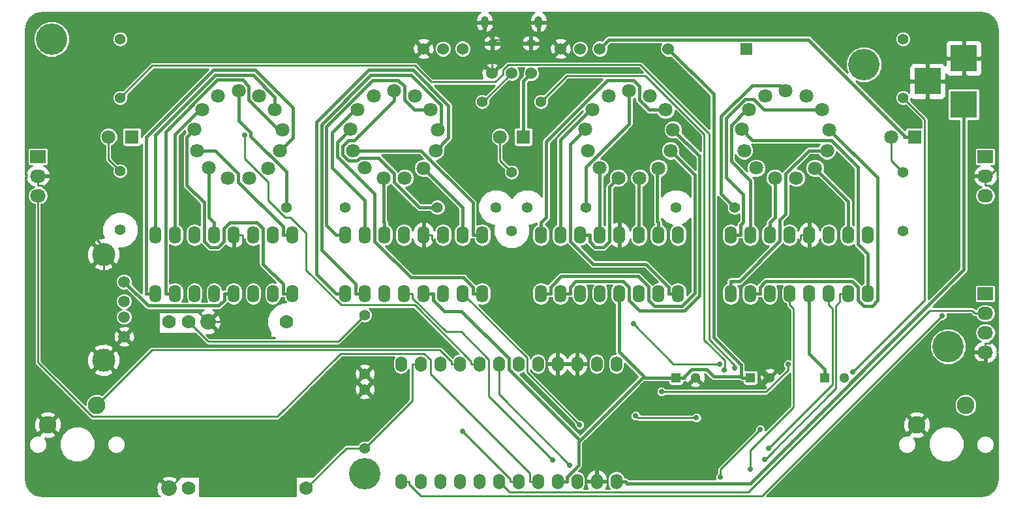
<source format=gbr>
G04 #@! TF.FileFunction,Copper,L2,Bot,Signal*
%FSLAX46Y46*%
G04 Gerber Fmt 4.6, Leading zero omitted, Abs format (unit mm)*
G04 Created by KiCad (PCBNEW 4.0.4-stable) date 01/04/17 18:21:53*
%MOMM*%
%LPD*%
G01*
G04 APERTURE LIST*
%ADD10C,0.100000*%
%ADD11O,1.524000X2.032000*%
%ADD12C,1.501140*%
%ADD13C,2.999740*%
%ADD14C,4.064000*%
%ADD15R,3.500120X3.500120*%
%ADD16O,1.250000X0.950000*%
%ADD17O,1.000000X1.550000*%
%ADD18C,2.286000*%
%ADD19C,1.778000*%
%ADD20C,2.032000*%
%ADD21O,1.600000X2.300000*%
%ADD22R,1.800000X1.800000*%
%ADD23C,1.800000*%
%ADD24C,1.397000*%
%ADD25R,1.524000X1.524000*%
%ADD26C,1.524000*%
%ADD27R,2.032000X1.727200*%
%ADD28O,2.032000X1.727200*%
%ADD29R,1.300000X1.300000*%
%ADD30C,1.300000*%
%ADD31C,0.711200*%
%ADD32C,0.254000*%
%ADD33C,0.406400*%
G04 APERTURE END LIST*
D10*
D11*
X74549000Y-45974000D03*
X72009000Y-45974000D03*
X69469000Y-45974000D03*
X66929000Y-45974000D03*
X64389000Y-45974000D03*
X61849000Y-45974000D03*
X59309000Y-45974000D03*
X56769000Y-45974000D03*
X54229000Y-45974000D03*
X51689000Y-45974000D03*
X49149000Y-45974000D03*
X49149000Y-61214000D03*
X51689000Y-61214000D03*
X54229000Y-61214000D03*
X56769000Y-61214000D03*
X59309000Y-61214000D03*
X61849000Y-61214000D03*
X64389000Y-61214000D03*
X66929000Y-61214000D03*
X69469000Y-61214000D03*
X72009000Y-61214000D03*
X74549000Y-61214000D03*
X77089000Y-45974000D03*
X77089000Y-61214000D03*
D12*
X13210120Y-42418860D03*
X13210120Y-39878860D03*
X13210120Y-37846860D03*
X13210120Y-35306860D03*
D13*
X10543120Y-45466860D03*
X10543120Y-31750860D03*
D14*
X44450000Y-60198000D03*
X120142000Y-43688000D03*
X109220000Y-7112000D03*
D15*
X122174000Y-12296140D03*
X122174000Y-6296660D03*
X117475000Y-9296400D03*
D16*
X66000900Y-4356540D03*
X61000900Y-4356540D03*
D17*
X67000900Y-1656540D03*
X60000900Y-1656540D03*
D18*
X9652000Y-51308000D03*
X3302000Y-53848000D03*
X122428000Y-51308000D03*
X116078000Y-53848000D03*
D19*
X19050000Y-40513000D03*
X21590000Y-40513000D03*
D20*
X24130000Y-40513000D03*
D19*
X34290000Y-40513000D03*
D20*
X19050000Y-62103000D03*
D19*
X21590000Y-62103000D03*
X36830000Y-62103000D03*
D21*
X17272000Y-36830000D03*
X19812000Y-36830000D03*
X22352000Y-36830000D03*
X24892000Y-36830000D03*
X27432000Y-36830000D03*
X29972000Y-36830000D03*
X32512000Y-36830000D03*
X35052000Y-36830000D03*
X35052000Y-29210000D03*
X32512000Y-29210000D03*
X29972000Y-29210000D03*
X27432000Y-29210000D03*
X24892000Y-29210000D03*
X22352000Y-29210000D03*
X19812000Y-29210000D03*
X17272000Y-29210000D03*
X41910000Y-36830000D03*
X44450000Y-36830000D03*
X46990000Y-36830000D03*
X49530000Y-36830000D03*
X52070000Y-36830000D03*
X54610000Y-36830000D03*
X57150000Y-36830000D03*
X59690000Y-36830000D03*
X59690000Y-29210000D03*
X57150000Y-29210000D03*
X54610000Y-29210000D03*
X52070000Y-29210000D03*
X49530000Y-29210000D03*
X46990000Y-29210000D03*
X44450000Y-29210000D03*
X41910000Y-29210000D03*
X67310000Y-36830000D03*
X69850000Y-36830000D03*
X72390000Y-36830000D03*
X74930000Y-36830000D03*
X77470000Y-36830000D03*
X80010000Y-36830000D03*
X82550000Y-36830000D03*
X85090000Y-36830000D03*
X85090000Y-29210000D03*
X82550000Y-29210000D03*
X80010000Y-29210000D03*
X77470000Y-29210000D03*
X74930000Y-29210000D03*
X72390000Y-29210000D03*
X69850000Y-29210000D03*
X67310000Y-29210000D03*
X91948000Y-36830000D03*
X94488000Y-36830000D03*
X97028000Y-36830000D03*
X99568000Y-36830000D03*
X102108000Y-36830000D03*
X104648000Y-36830000D03*
X107188000Y-36830000D03*
X109728000Y-36830000D03*
X109728000Y-29210000D03*
X107188000Y-29210000D03*
X104648000Y-29210000D03*
X102108000Y-29210000D03*
X99568000Y-29210000D03*
X97028000Y-29210000D03*
X94488000Y-29210000D03*
X91948000Y-29210000D03*
D22*
X14224000Y-16510000D03*
D23*
X11176000Y-16510000D03*
D22*
X65024000Y-16510000D03*
D23*
X61976000Y-16510000D03*
D22*
X115824000Y-16510000D03*
D23*
X112776000Y-16510000D03*
D24*
X12700000Y-3810000D03*
X12700000Y-11430000D03*
X59690000Y-11938000D03*
X67310000Y-11938000D03*
X114300000Y-3810000D03*
X114300000Y-11430000D03*
X44450000Y-56896000D03*
X44450000Y-49276000D03*
X12700000Y-28575000D03*
X12700000Y-20955000D03*
X63500000Y-28702000D03*
X63500000Y-21082000D03*
X114300000Y-28702000D03*
X114300000Y-21082000D03*
X44450000Y-39624000D03*
X44450000Y-47244000D03*
X34290000Y-25654000D03*
X41910000Y-25654000D03*
X53848000Y-25654000D03*
X61468000Y-25654000D03*
X73152000Y-25654000D03*
X65532000Y-25654000D03*
X92456000Y-25654000D03*
X84836000Y-25654000D03*
D25*
X93980000Y-5080000D03*
D26*
X83820000Y-5080000D03*
D27*
X124968000Y-36830000D03*
D28*
X124968000Y-39370000D03*
X124968000Y-41910000D03*
X124968000Y-44450000D03*
D29*
X84836000Y-47752000D03*
D30*
X87336000Y-47752000D03*
D29*
X94488000Y-47752000D03*
D30*
X96988000Y-47752000D03*
D29*
X104140000Y-47752000D03*
D30*
X106640000Y-47752000D03*
D14*
X3810000Y-3810000D03*
D27*
X124968000Y-19050000D03*
D28*
X124968000Y-21590000D03*
X124968000Y-24130000D03*
D27*
X2032000Y-19050000D03*
D28*
X2032000Y-21590000D03*
X2032000Y-24130000D03*
D26*
X54610000Y-5080000D03*
X57150000Y-5080000D03*
X52070000Y-5080000D03*
X63500000Y-8255000D03*
X66040000Y-8255000D03*
X60960000Y-8255000D03*
X72390000Y-5080000D03*
X74930000Y-5080000D03*
X69850000Y-5080000D03*
D23*
X28067000Y-10506000D03*
X30739842Y-11164987D03*
X32800034Y-12990898D03*
X33775355Y-15565213D03*
X33442248Y-18297865D03*
X31877065Y-20562495D03*
X29438567Y-21840022D03*
X26685689Y-21837620D03*
X24249424Y-20555839D03*
X22688197Y-18288480D03*
X22359860Y-15555251D03*
X23339672Y-12982643D03*
X25403048Y-11160329D03*
X48260000Y-10506000D03*
X50932842Y-11164987D03*
X52993034Y-12990898D03*
X53968355Y-15565213D03*
X53635248Y-18297865D03*
X52070065Y-20562495D03*
X49631567Y-21840022D03*
X46878689Y-21837620D03*
X44442424Y-20555839D03*
X42881197Y-18288480D03*
X42552860Y-15555251D03*
X43532672Y-12982643D03*
X45596048Y-11160329D03*
X78740000Y-10506000D03*
X81412842Y-11164987D03*
X83473034Y-12990898D03*
X84448355Y-15565213D03*
X84115248Y-18297865D03*
X82550065Y-20562495D03*
X80111567Y-21840022D03*
X77358689Y-21837620D03*
X74922424Y-20555839D03*
X73361197Y-18288480D03*
X73032860Y-15555251D03*
X74012672Y-12982643D03*
X76076048Y-11160329D03*
X99060000Y-10506000D03*
X101732842Y-11164987D03*
X103793034Y-12990898D03*
X104768355Y-15565213D03*
X104435248Y-18297865D03*
X102870065Y-20562495D03*
X100431567Y-21840022D03*
X97678689Y-21837620D03*
X95242424Y-20555839D03*
X93681197Y-18288480D03*
X93352860Y-15555251D03*
X94332672Y-12982643D03*
X96396048Y-11160329D03*
D31*
X92480300Y-46526800D03*
X91080800Y-46785600D03*
X107767900Y-47022300D03*
X99378300Y-46031600D03*
X82937100Y-49583200D03*
X72334200Y-53866300D03*
X68824900Y-58457800D03*
X95764200Y-54483000D03*
X90588100Y-60665600D03*
X71053100Y-59112100D03*
X87496800Y-52966700D03*
X79589600Y-52717900D03*
X96812700Y-56951500D03*
X96362500Y-58326500D03*
X94451200Y-59630400D03*
X90464900Y-45980300D03*
X79303900Y-40790300D03*
X119363800Y-39703200D03*
X57187200Y-54751400D03*
X28852200Y-16298000D03*
D32*
X92480300Y-46137400D02*
X92480300Y-46526800D01*
X89160300Y-42817400D02*
X92480300Y-46137400D01*
X89160300Y-16104100D02*
X89160300Y-42817400D01*
X80193200Y-7137000D02*
X89160300Y-16104100D01*
X63072900Y-7137000D02*
X80193200Y-7137000D01*
X62391900Y-7818000D02*
X63072900Y-7137000D01*
X62391900Y-8371200D02*
X62391900Y-7818000D01*
X61389200Y-9373900D02*
X62391900Y-8371200D01*
X53074500Y-9373900D02*
X61389200Y-9373900D01*
X50948800Y-7248200D02*
X53074500Y-9373900D01*
X16881800Y-7248200D02*
X50948800Y-7248200D01*
X12700000Y-11430000D02*
X16881800Y-7248200D01*
X59817000Y-11938000D02*
X59690000Y-11938000D01*
X63500000Y-8255000D02*
X59817000Y-11938000D01*
X70677900Y-8570100D02*
X67310000Y-11938000D01*
X80853100Y-8570100D02*
X70677900Y-8570100D01*
X88474000Y-16191000D02*
X80853100Y-8570100D01*
X88474000Y-42828100D02*
X88474000Y-16191000D01*
X91151000Y-45505100D02*
X88474000Y-42828100D01*
X91151000Y-46715400D02*
X91151000Y-45505100D01*
X91080800Y-46785600D02*
X91151000Y-46715400D01*
X117105900Y-37684300D02*
X107767900Y-47022300D01*
X117105900Y-14235900D02*
X117105900Y-37684300D01*
X114300000Y-11430000D02*
X117105900Y-14235900D01*
X42037000Y-56896000D02*
X36830000Y-62103000D01*
X44450000Y-56896000D02*
X42037000Y-56896000D01*
X50596500Y-50749500D02*
X50596500Y-45974000D01*
X44450000Y-56896000D02*
X50596500Y-50749500D01*
X51689000Y-45974000D02*
X50596500Y-45974000D01*
X60789900Y-3551000D02*
X61000900Y-3551000D01*
X60000900Y-2762000D02*
X60789900Y-3551000D01*
X60000900Y-1656500D02*
X60000900Y-2762000D01*
X61000900Y-4356500D02*
X61000900Y-3953700D01*
X61000900Y-3953700D02*
X61000900Y-3551000D01*
X64642600Y-3953700D02*
X65045400Y-4356500D01*
X61000900Y-3953700D02*
X64642600Y-3953700D01*
X66000900Y-4356500D02*
X65045400Y-4356500D01*
X125534300Y-43255900D02*
X124968000Y-43255900D01*
X126381200Y-42409000D02*
X125534300Y-43255900D01*
X126381200Y-23674900D02*
X126381200Y-42409000D01*
X125490400Y-22784100D02*
X126381200Y-23674900D01*
X124968000Y-22784100D02*
X125490400Y-22784100D01*
X124968000Y-44450000D02*
X124968000Y-43255900D01*
X2527500Y-22784100D02*
X2032000Y-22784100D01*
X10543100Y-30799700D02*
X2527500Y-22784100D01*
X10543100Y-31750900D02*
X10543100Y-30799700D01*
X2032000Y-21590000D02*
X2032000Y-22784100D01*
X25749100Y-40513000D02*
X24130000Y-40513000D01*
X28639500Y-37622600D02*
X25749100Y-40513000D01*
X28639500Y-29287000D02*
X28639500Y-37622600D01*
X28562500Y-29210000D02*
X28639500Y-29287000D01*
X27432000Y-29210000D02*
X28562500Y-29210000D01*
X10543100Y-34226600D02*
X10543100Y-31750900D01*
X12911300Y-36594800D02*
X10543100Y-34226600D01*
X13508200Y-36594800D02*
X12911300Y-36594800D01*
X16271200Y-39357800D02*
X13508200Y-36594800D01*
X16370700Y-39258300D02*
X16271200Y-39357800D01*
X22875300Y-39258300D02*
X16370700Y-39258300D01*
X24130000Y-40513000D02*
X22875300Y-39258300D01*
X16271200Y-39357800D02*
X13210100Y-42418900D01*
X54388000Y-2762000D02*
X60000900Y-2762000D01*
X52070000Y-5080000D02*
X54388000Y-2762000D01*
X124968000Y-21590000D02*
X124968000Y-22101200D01*
X124968000Y-22101200D02*
X124968000Y-22784100D01*
X122304000Y-8377300D02*
X122174000Y-8377300D01*
X126314600Y-12387900D02*
X122304000Y-8377300D01*
X126314600Y-20754600D02*
X126314600Y-12387900D01*
X124968000Y-22101200D02*
X126314600Y-20754600D01*
X122174000Y-6296700D02*
X122174000Y-8377300D01*
X121254900Y-9296400D02*
X122174000Y-8377300D01*
X117475000Y-9296400D02*
X121254900Y-9296400D01*
X60960000Y-5202900D02*
X61000900Y-5162000D01*
X60960000Y-8255000D02*
X60960000Y-5202900D01*
X61000900Y-4356500D02*
X61000900Y-5162000D01*
X124281900Y-45644100D02*
X124968000Y-45644100D01*
X116078000Y-53848000D02*
X124281900Y-45644100D01*
X124968000Y-44450000D02*
X124968000Y-45644100D01*
X102108000Y-29210000D02*
X100977500Y-29210000D01*
X95372900Y-48763000D02*
X96433200Y-47702700D01*
X88347000Y-48763000D02*
X95372900Y-48763000D01*
X87336000Y-47752000D02*
X88347000Y-48763000D01*
X96482500Y-47752000D02*
X96433200Y-47702700D01*
X96988000Y-47752000D02*
X96482500Y-47752000D01*
X100977500Y-29823900D02*
X100977500Y-29210000D01*
X99123900Y-31677500D02*
X100977500Y-29823900D01*
X97574900Y-31677500D02*
X99123900Y-31677500D01*
X93326100Y-35926300D02*
X97574900Y-31677500D01*
X93326100Y-44595600D02*
X93326100Y-35926300D01*
X96433200Y-47702700D02*
X93326100Y-44595600D01*
X37859100Y-55866900D02*
X44450000Y-49276000D01*
X25286100Y-55866900D02*
X37859100Y-55866900D01*
X19050000Y-62103000D02*
X25286100Y-55866900D01*
X53200500Y-29823900D02*
X53200500Y-29210000D01*
X54189000Y-30812400D02*
X53200500Y-29823900D01*
X55661200Y-30812400D02*
X54189000Y-30812400D01*
X69469000Y-44620200D02*
X55661200Y-30812400D01*
X69469000Y-45974000D02*
X69469000Y-44620200D01*
X52070000Y-29210000D02*
X53200500Y-29210000D01*
X24134500Y-43057500D02*
X21590000Y-40513000D01*
X41016500Y-43057500D02*
X24134500Y-43057500D01*
X44450000Y-39624000D02*
X41016500Y-43057500D01*
X55676500Y-45622400D02*
X55676500Y-45974000D01*
X54199700Y-44145600D02*
X55676500Y-45622400D01*
X16814400Y-44145600D02*
X54199700Y-44145600D01*
X9652000Y-51308000D02*
X16814400Y-44145600D01*
X56769000Y-45974000D02*
X55676500Y-45974000D01*
X96553900Y-49583200D02*
X82937100Y-49583200D01*
X99378300Y-46758800D02*
X96553900Y-49583200D01*
X99378300Y-46031600D02*
X99378300Y-46758800D01*
X65502600Y-45182600D02*
X57150000Y-36830000D01*
X65502600Y-47034700D02*
X65502600Y-45182600D01*
X72334200Y-53866300D02*
X65502600Y-47034700D01*
X49530000Y-36830000D02*
X50660500Y-36830000D01*
X60548700Y-50181600D02*
X68824900Y-58457800D01*
X60548700Y-45366200D02*
X60548700Y-50181600D01*
X56955100Y-41772600D02*
X60548700Y-45366200D01*
X55021700Y-41772600D02*
X56955100Y-41772600D01*
X50660500Y-37411400D02*
X55021700Y-41772600D01*
X50660500Y-36830000D02*
X50660500Y-37411400D01*
X90588100Y-59659100D02*
X95764200Y-54483000D01*
X90588100Y-60665600D02*
X90588100Y-59659100D01*
X61849000Y-49908000D02*
X71053100Y-59112100D01*
X61849000Y-45974000D02*
X61849000Y-49908000D01*
X79838400Y-52966700D02*
X79589600Y-52717900D01*
X87496800Y-52966700D02*
X79838400Y-52966700D01*
D33*
X84836000Y-47752000D02*
X83753900Y-47752000D01*
X84836000Y-47752000D02*
X85918100Y-47752000D01*
X94488000Y-47752000D02*
X93405900Y-47752000D01*
X26199900Y-37690600D02*
X26199900Y-36830000D01*
X25478300Y-38412200D02*
X26199900Y-37690600D01*
X16315400Y-38412200D02*
X25478300Y-38412200D01*
X13210100Y-35306900D02*
X16315400Y-38412200D01*
X27432000Y-36830000D02*
X26199900Y-36830000D01*
X93241300Y-47587400D02*
X93405900Y-47752000D01*
X89724300Y-47587400D02*
X93241300Y-47587400D01*
X88806800Y-46669900D02*
X89724300Y-47587400D01*
X86864800Y-46669900D02*
X88806800Y-46669900D01*
X85918100Y-47616600D02*
X86864800Y-46669900D01*
X85918100Y-47752000D02*
X85918100Y-47616600D01*
X89719400Y-10979400D02*
X83820000Y-5080000D01*
X89719400Y-42535900D02*
X89719400Y-10979400D01*
X93268000Y-46084500D02*
X89719400Y-42535900D01*
X93268000Y-47560700D02*
X93268000Y-46084500D01*
X93241300Y-47587400D02*
X93268000Y-47560700D01*
X102108000Y-44637900D02*
X102108000Y-36830000D01*
X104140000Y-46669900D02*
X102108000Y-44637900D01*
X104140000Y-47752000D02*
X104140000Y-46669900D01*
X69469000Y-61214000D02*
X70663100Y-61214000D01*
X77470000Y-44410300D02*
X80643000Y-47583300D01*
X77470000Y-36830000D02*
X77470000Y-44410300D01*
X80811700Y-47752000D02*
X83753900Y-47752000D01*
X80643000Y-47583300D02*
X80811700Y-47752000D01*
X52070000Y-36830000D02*
X53302100Y-36830000D01*
X63119000Y-46658200D02*
X72343600Y-55882700D01*
X63119000Y-45236200D02*
X63119000Y-46658200D01*
X57010200Y-39127400D02*
X63119000Y-45236200D01*
X54752400Y-39127400D02*
X57010200Y-39127400D01*
X53302100Y-37677100D02*
X54752400Y-39127400D01*
X53302100Y-36830000D02*
X53302100Y-37677100D01*
X80643000Y-47583300D02*
X72343600Y-55882700D01*
X70663100Y-60616700D02*
X70663100Y-61214000D01*
X72187800Y-59092000D02*
X70663100Y-60616700D01*
X72187800Y-56038500D02*
X72187800Y-59092000D01*
X72343600Y-55882700D02*
X72187800Y-56038500D01*
D32*
X104648000Y-36830000D02*
X104648000Y-38310500D01*
X105155200Y-48609000D02*
X96812700Y-56951500D01*
X105155200Y-38817700D02*
X105155200Y-48609000D01*
X104648000Y-38310500D02*
X105155200Y-38817700D01*
X107188000Y-36830000D02*
X106057500Y-36830000D01*
X106057500Y-37960500D02*
X106057500Y-36830000D01*
X105612800Y-38405200D02*
X106057500Y-37960500D01*
X105612800Y-49125700D02*
X105612800Y-38405200D01*
X96412000Y-58326500D02*
X105612800Y-49125700D01*
X96362500Y-58326500D02*
X96412000Y-58326500D01*
X99568000Y-36830000D02*
X99568000Y-38310500D01*
X100064400Y-38806900D02*
X99568000Y-38310500D01*
X100064400Y-51565000D02*
X100064400Y-38806900D01*
X94451200Y-57178200D02*
X100064400Y-51565000D01*
X94451200Y-59630400D02*
X94451200Y-57178200D01*
X84493900Y-45980300D02*
X90464900Y-45980300D01*
X79303900Y-40790300D02*
X84493900Y-45980300D01*
D33*
X16039900Y-16562700D02*
X16039900Y-36830000D01*
X24766600Y-7836000D02*
X16039900Y-16562700D01*
X30205400Y-7836000D02*
X24766600Y-7836000D01*
X35132500Y-12763100D02*
X30205400Y-7836000D01*
X35132500Y-16607700D02*
X35132500Y-12763100D01*
X33442300Y-18297900D02*
X35132500Y-16607700D01*
X17272000Y-36830000D02*
X16039900Y-36830000D01*
X18579900Y-15857100D02*
X18579900Y-36830000D01*
X25314400Y-9122600D02*
X18579900Y-15857100D01*
X28583300Y-9122600D02*
X25314400Y-9122600D01*
X29407500Y-9946800D02*
X28583300Y-9122600D01*
X29407500Y-11740200D02*
X29407500Y-9946800D01*
X33232500Y-15565200D02*
X29407500Y-11740200D01*
X33775400Y-15565200D02*
X33232500Y-15565200D01*
X19812000Y-36830000D02*
X18579900Y-36830000D01*
X33819900Y-35597900D02*
X33819900Y-36830000D01*
X31242000Y-33020000D02*
X33819900Y-35597900D01*
X31242000Y-28387400D02*
X31242000Y-33020000D01*
X30466000Y-27611400D02*
X31242000Y-28387400D01*
X26884400Y-27611400D02*
X30466000Y-27611400D01*
X26131400Y-28364400D02*
X26884400Y-27611400D01*
X26131400Y-30086100D02*
X26131400Y-28364400D01*
X25412400Y-30805100D02*
X26131400Y-30086100D01*
X24363000Y-30805100D02*
X25412400Y-30805100D01*
X23599100Y-30041200D02*
X24363000Y-30805100D01*
X23599100Y-25039700D02*
X23599100Y-30041200D01*
X21343900Y-22784500D02*
X23599100Y-25039700D01*
X21343900Y-16571300D02*
X21343900Y-22784500D01*
X22359900Y-15555300D02*
X21343900Y-16571300D01*
X35052000Y-36830000D02*
X33819900Y-36830000D01*
X33819900Y-28117300D02*
X33819900Y-29210000D01*
X28061000Y-22358400D02*
X33819900Y-28117300D01*
X28061000Y-21293800D02*
X28061000Y-22358400D01*
X25055700Y-18288500D02*
X28061000Y-21293800D01*
X22688200Y-18288500D02*
X25055700Y-18288500D01*
X35052000Y-29210000D02*
X33819900Y-29210000D01*
X24249400Y-26985300D02*
X24892000Y-27627900D01*
X24249400Y-20555800D02*
X24249400Y-26985300D01*
X24892000Y-29210000D02*
X24892000Y-27627900D01*
X23032500Y-12982600D02*
X23339700Y-12982600D01*
X19812000Y-16203100D02*
X23032500Y-12982600D01*
X19812000Y-29210000D02*
X19812000Y-16203100D01*
X32800000Y-11329200D02*
X32800000Y-12990900D01*
X29958100Y-8487300D02*
X32800000Y-11329200D01*
X25043500Y-8487300D02*
X29958100Y-8487300D01*
X17272000Y-16258800D02*
X25043500Y-8487300D01*
X17272000Y-29210000D02*
X17272000Y-16258800D01*
X41910000Y-36830000D02*
X40677900Y-36830000D01*
X38205000Y-34357100D02*
X40677900Y-36830000D01*
X38205000Y-14622300D02*
X38205000Y-34357100D01*
X44977900Y-7849400D02*
X38205000Y-14622300D01*
X50701400Y-7849400D02*
X44977900Y-7849400D01*
X55301900Y-12449900D02*
X50701400Y-7849400D01*
X55301900Y-16631300D02*
X55301900Y-12449900D01*
X53635300Y-18297900D02*
X55301900Y-16631300D01*
X43217900Y-35597900D02*
X43217900Y-36830000D01*
X38840300Y-31220300D02*
X43217900Y-35597900D01*
X38840300Y-14885500D02*
X38840300Y-31220300D01*
X45241100Y-8484700D02*
X38840300Y-14885500D01*
X50438200Y-8484700D02*
X45241100Y-8484700D01*
X54332700Y-12379200D02*
X50438200Y-8484700D01*
X54332700Y-15200900D02*
X54332700Y-12379200D01*
X53968400Y-15565200D02*
X54332700Y-15200900D01*
X44450000Y-36830000D02*
X43217900Y-36830000D01*
X58457900Y-35969400D02*
X58457900Y-36830000D01*
X57267600Y-34779100D02*
X58457900Y-35969400D01*
X50456400Y-34779100D02*
X57267600Y-34779100D01*
X45720000Y-30042700D02*
X50456400Y-34779100D01*
X45720000Y-23939800D02*
X45720000Y-30042700D01*
X40895100Y-19114900D02*
X45720000Y-23939800D01*
X40895100Y-17213100D02*
X40895100Y-19114900D01*
X42552900Y-15555300D02*
X40895100Y-17213100D01*
X59690000Y-36830000D02*
X58457900Y-36830000D01*
X58457900Y-25035300D02*
X58457900Y-29210000D01*
X51711100Y-18288500D02*
X58457900Y-25035300D01*
X42881200Y-18288500D02*
X51711100Y-18288500D01*
X59690000Y-29210000D02*
X58457900Y-29210000D01*
X57150000Y-25642400D02*
X57150000Y-29210000D01*
X52070100Y-20562500D02*
X57150000Y-25642400D01*
X46878700Y-27516600D02*
X46990000Y-27627900D01*
X46878700Y-21837600D02*
X46878700Y-27516600D01*
X46990000Y-29210000D02*
X46990000Y-27627900D01*
X44450000Y-29210000D02*
X44450000Y-27627900D01*
X43217400Y-12982600D02*
X43532700Y-12982600D01*
X40247000Y-15953000D02*
X43217400Y-12982600D01*
X40247000Y-20506600D02*
X40247000Y-15953000D01*
X44450000Y-24709600D02*
X40247000Y-20506600D01*
X44450000Y-27627900D02*
X44450000Y-24709600D01*
X39475700Y-28007800D02*
X40677900Y-29210000D01*
X39475700Y-15155200D02*
X39475700Y-28007800D01*
X45502000Y-9128900D02*
X39475700Y-15155200D01*
X48766800Y-9128900D02*
X45502000Y-9128900D01*
X49592200Y-9954300D02*
X48766800Y-9128900D01*
X49592200Y-11739700D02*
X49592200Y-9954300D01*
X50843400Y-12990900D02*
X49592200Y-11739700D01*
X52993000Y-12990900D02*
X50843400Y-12990900D01*
X41910000Y-29210000D02*
X40677900Y-29210000D01*
X67310000Y-36830000D02*
X68542100Y-36830000D01*
X68542100Y-35969400D02*
X68542100Y-36830000D01*
X69920400Y-34591100D02*
X68542100Y-35969400D01*
X79927000Y-34591100D02*
X69920400Y-34591100D01*
X81280000Y-35944100D02*
X79927000Y-34591100D01*
X81280000Y-37679000D02*
X81280000Y-35944100D01*
X82046500Y-38445500D02*
X81280000Y-37679000D01*
X85583000Y-38445500D02*
X82046500Y-38445500D01*
X87271900Y-36756600D02*
X85583000Y-38445500D01*
X87271900Y-21454500D02*
X87271900Y-36756600D01*
X84115300Y-18297900D02*
X87271900Y-21454500D01*
X71082100Y-35969400D02*
X71082100Y-36830000D01*
X71825100Y-35226400D02*
X71082100Y-35969400D01*
X77961000Y-35226400D02*
X71825100Y-35226400D01*
X78740000Y-36005400D02*
X77961000Y-35226400D01*
X78740000Y-37719300D02*
X78740000Y-36005400D01*
X80106100Y-39085400D02*
X78740000Y-37719300D01*
X85900200Y-39085400D02*
X80106100Y-39085400D01*
X87914800Y-37070800D02*
X85900200Y-39085400D01*
X87914800Y-19031600D02*
X87914800Y-37070800D01*
X84448400Y-15565200D02*
X87914800Y-19031600D01*
X69850000Y-36830000D02*
X71082100Y-36830000D01*
X83857900Y-35969400D02*
X83857900Y-36830000D01*
X80908500Y-33020000D02*
X83857900Y-35969400D01*
X74090100Y-33020000D02*
X80908500Y-33020000D01*
X71120000Y-30049900D02*
X74090100Y-33020000D01*
X71120000Y-17468200D02*
X71120000Y-30049900D01*
X73032900Y-15555300D02*
X71120000Y-17468200D01*
X85090000Y-36830000D02*
X83857900Y-36830000D01*
X82408800Y-27486700D02*
X82550000Y-27627900D01*
X82408800Y-20703800D02*
X82408800Y-27486700D01*
X82550100Y-20562500D02*
X82408800Y-20703800D01*
X82550000Y-29210000D02*
X82550000Y-27627900D01*
X80010000Y-21941600D02*
X80010000Y-29210000D01*
X80111600Y-21840000D02*
X80010000Y-21941600D01*
X74922400Y-27620300D02*
X74930000Y-27627900D01*
X74922400Y-20555800D02*
X74922400Y-27620300D01*
X74930000Y-29210000D02*
X74930000Y-27627900D01*
X73622100Y-30070600D02*
X73622100Y-29210000D01*
X74355200Y-30803700D02*
X73622100Y-30070600D01*
X75460500Y-30803700D02*
X74355200Y-30803700D01*
X76200000Y-30064200D02*
X75460500Y-30803700D01*
X76200000Y-22996300D02*
X76200000Y-30064200D01*
X77358700Y-21837600D02*
X76200000Y-22996300D01*
X72390000Y-29210000D02*
X73622100Y-29210000D01*
X69850000Y-16834300D02*
X69850000Y-27627900D01*
X73701700Y-12982600D02*
X69850000Y-16834300D01*
X74012700Y-12982600D02*
X73701700Y-12982600D01*
X69850000Y-29210000D02*
X69850000Y-27627900D01*
X67310000Y-29210000D02*
X67310000Y-27627900D01*
X81354900Y-12990900D02*
X83473000Y-12990900D01*
X80080700Y-11716700D02*
X81354900Y-12990900D01*
X80080700Y-9945000D02*
X80080700Y-11716700D01*
X79306300Y-9170600D02*
X80080700Y-9945000D01*
X75922200Y-9170600D02*
X79306300Y-9170600D01*
X67982400Y-17110400D02*
X75922200Y-9170600D01*
X67982400Y-26955500D02*
X67982400Y-17110400D01*
X67310000Y-27627900D02*
X67982400Y-26955500D01*
X93089700Y-35247900D02*
X91948000Y-35247900D01*
X98298000Y-30039600D02*
X93089700Y-35247900D01*
X98298000Y-27256500D02*
X98298000Y-30039600D01*
X99054000Y-26500500D02*
X98298000Y-27256500D01*
X99054000Y-21309600D02*
X99054000Y-26500500D01*
X102065700Y-18297900D02*
X99054000Y-21309600D01*
X104435300Y-18297900D02*
X102065700Y-18297900D01*
X91948000Y-36830000D02*
X91948000Y-35247900D01*
X95720100Y-35982900D02*
X95720100Y-36830000D01*
X96457000Y-35246000D02*
X95720100Y-35982900D01*
X107722900Y-35246000D02*
X96457000Y-35246000D01*
X108458000Y-35981100D02*
X107722900Y-35246000D01*
X108458000Y-37694300D02*
X108458000Y-35981100D01*
X109196400Y-38432700D02*
X108458000Y-37694300D01*
X110275600Y-38432700D02*
X109196400Y-38432700D01*
X111009200Y-37699100D02*
X110275600Y-38432700D01*
X111009200Y-21806000D02*
X111009200Y-37699100D01*
X104768400Y-15565200D02*
X111009200Y-21806000D01*
X94488000Y-36830000D02*
X95720100Y-36830000D01*
X109728000Y-31724900D02*
X109728000Y-36830000D01*
X108458000Y-30454900D02*
X109728000Y-31724900D01*
X108458000Y-20434200D02*
X108458000Y-30454900D01*
X104955400Y-16931600D02*
X108458000Y-20434200D01*
X94729200Y-16931600D02*
X104955400Y-16931600D01*
X93352900Y-15555300D02*
X94729200Y-16931600D01*
X107188000Y-24880400D02*
X107188000Y-29210000D01*
X102870100Y-20562500D02*
X107188000Y-24880400D01*
X97678700Y-26977200D02*
X97028000Y-27627900D01*
X97678700Y-21837600D02*
X97678700Y-26977200D01*
X97028000Y-29210000D02*
X97028000Y-27627900D01*
X93999100Y-12982600D02*
X94332700Y-12982600D01*
X91995000Y-14986700D02*
X93999100Y-12982600D01*
X91995000Y-19679900D02*
X91995000Y-14986700D01*
X94488000Y-22172900D02*
X91995000Y-19679900D01*
X94488000Y-29210000D02*
X94488000Y-22172900D01*
X91948000Y-29210000D02*
X93180100Y-29210000D01*
X96283900Y-12990900D02*
X103793000Y-12990900D01*
X94930500Y-11637500D02*
X96283900Y-12990900D01*
X93787400Y-11637500D02*
X94930500Y-11637500D01*
X91359700Y-14065200D02*
X93787400Y-11637500D01*
X91359700Y-21801100D02*
X91359700Y-14065200D01*
X93587200Y-24028600D02*
X91359700Y-21801100D01*
X93587200Y-27570800D02*
X93587200Y-24028600D01*
X93180100Y-27977900D02*
X93587200Y-27570800D01*
X93180100Y-29210000D02*
X93180100Y-27977900D01*
X77089000Y-61214000D02*
X78283100Y-61214000D01*
X122174000Y-33752500D02*
X122174000Y-12296100D01*
X94473200Y-61453300D02*
X122174000Y-33752500D01*
X78522400Y-61453300D02*
X94473200Y-61453300D01*
X78283100Y-61214000D02*
X78522400Y-61453300D01*
D32*
X49149000Y-61214000D02*
X50241500Y-61214000D01*
X50241500Y-61567400D02*
X50241500Y-61214000D01*
X51758600Y-63084500D02*
X50241500Y-61567400D01*
X95982500Y-63084500D02*
X51758600Y-63084500D01*
X119363800Y-39703200D02*
X95982500Y-63084500D01*
D33*
X114491900Y-16341900D02*
X114491900Y-16510000D01*
X102035800Y-3885800D02*
X114491900Y-16341900D01*
X76124200Y-3885800D02*
X102035800Y-3885800D01*
X74930000Y-5080000D02*
X76124200Y-3885800D01*
X115824000Y-16510000D02*
X114491900Y-16510000D01*
X65024000Y-16510000D02*
X65024000Y-15177900D01*
X65024000Y-9271000D02*
X65024000Y-15177900D01*
X66040000Y-8255000D02*
X65024000Y-9271000D01*
D32*
X64389000Y-61214000D02*
X63296500Y-61214000D01*
X63296500Y-60860700D02*
X57187200Y-54751400D01*
X63296500Y-61214000D02*
X63296500Y-60860700D01*
X66929000Y-61214000D02*
X65836500Y-61214000D01*
X65836500Y-60121500D02*
X65836500Y-61214000D01*
X52959000Y-47244000D02*
X65836500Y-60121500D01*
X52959000Y-45419400D02*
X52959000Y-47244000D01*
X52142800Y-44603200D02*
X52959000Y-45419400D01*
X41335400Y-44603200D02*
X52142800Y-44603200D01*
X33140800Y-52797800D02*
X41335400Y-44603200D01*
X9055000Y-52797800D02*
X33140800Y-52797800D01*
X2032000Y-45774800D02*
X9055000Y-52797800D01*
X2032000Y-24130000D02*
X2032000Y-45774800D01*
X58216500Y-45620700D02*
X58216500Y-45974000D01*
X50931800Y-38336000D02*
X58216500Y-45620700D01*
X41378800Y-38336000D02*
X50931800Y-38336000D01*
X36830400Y-33787600D02*
X41378800Y-38336000D01*
X36830400Y-28995300D02*
X36830400Y-33787600D01*
X34799600Y-26964500D02*
X36830400Y-28995300D01*
X34091600Y-26964500D02*
X34799600Y-26964500D01*
X31876400Y-24749300D02*
X34091600Y-26964500D01*
X31876400Y-22337900D02*
X31876400Y-24749300D01*
X28852200Y-19313700D02*
X31876400Y-22337900D01*
X28852200Y-16298000D02*
X28852200Y-19313700D01*
X59309000Y-45974000D02*
X58216500Y-45974000D01*
X63227100Y-62592100D02*
X61849000Y-61214000D01*
X94216900Y-62592100D02*
X63227100Y-62592100D01*
X117791900Y-39017100D02*
X94216900Y-62592100D01*
X123268600Y-39017100D02*
X117791900Y-39017100D01*
X123621500Y-39370000D02*
X123268600Y-39017100D01*
X124968000Y-39370000D02*
X123621500Y-39370000D01*
X11176000Y-19431000D02*
X11176000Y-16510000D01*
X12700000Y-20955000D02*
X11176000Y-19431000D01*
X61976000Y-19558000D02*
X61976000Y-16510000D01*
X63500000Y-21082000D02*
X61976000Y-19558000D01*
X112776000Y-19558000D02*
X112776000Y-16510000D01*
X114300000Y-21082000D02*
X112776000Y-19558000D01*
D33*
X28067000Y-14398800D02*
X28067000Y-10506000D01*
X29639900Y-15971700D02*
X28067000Y-14398800D01*
X29639900Y-16410300D02*
X29639900Y-15971700D01*
X34290000Y-21060400D02*
X29639900Y-16410300D01*
X34290000Y-25654000D02*
X34290000Y-21060400D01*
X51519400Y-25654000D02*
X53848000Y-25654000D01*
X48254000Y-22388600D02*
X51519400Y-25654000D01*
X48254000Y-21279700D02*
X48254000Y-22388600D01*
X46197900Y-19223600D02*
X48254000Y-21279700D01*
X43830100Y-19223600D02*
X46197900Y-19223600D01*
X43433000Y-19620700D02*
X43830100Y-19223600D01*
X42309200Y-19620700D02*
X43433000Y-19620700D01*
X41534300Y-18845800D02*
X42309200Y-19620700D01*
X41534300Y-17702100D02*
X41534300Y-18845800D01*
X42314500Y-16921900D02*
X41534300Y-17702100D01*
X43093600Y-16921900D02*
X42314500Y-16921900D01*
X48260000Y-11755500D02*
X43093600Y-16921900D01*
X48260000Y-10506000D02*
X48260000Y-11755500D01*
X73152000Y-20412000D02*
X73152000Y-25654000D01*
X78740000Y-14824000D02*
X73152000Y-20412000D01*
X78740000Y-10506000D02*
X78740000Y-14824000D01*
X90710600Y-23908600D02*
X92456000Y-25654000D01*
X90710600Y-13815700D02*
X90710600Y-23908600D01*
X94698300Y-9828000D02*
X90710600Y-13815700D01*
X98382000Y-9828000D02*
X94698300Y-9828000D01*
X99060000Y-10506000D02*
X98382000Y-9828000D01*
D32*
G36*
X59288137Y-489172D02*
X59000898Y-829862D01*
X58865900Y-1254540D01*
X58865900Y-1529540D01*
X59873900Y-1529540D01*
X59873900Y-1509540D01*
X60127900Y-1509540D01*
X60127900Y-1529540D01*
X61135900Y-1529540D01*
X61135900Y-1254540D01*
X61000902Y-829862D01*
X60713663Y-489172D01*
X60542644Y-405200D01*
X66459156Y-405200D01*
X66288137Y-489172D01*
X66000898Y-829862D01*
X65865900Y-1254540D01*
X65865900Y-1529540D01*
X66873900Y-1529540D01*
X66873900Y-1509540D01*
X67127900Y-1509540D01*
X67127900Y-1529540D01*
X68135900Y-1529540D01*
X68135900Y-1254540D01*
X68000902Y-829862D01*
X67713663Y-489172D01*
X67542644Y-405200D01*
X124420092Y-405200D01*
X125273915Y-575036D01*
X125963920Y-1036083D01*
X126424964Y-1726084D01*
X126594800Y-2579908D01*
X126594800Y-21462998D01*
X126454218Y-21462998D01*
X126575358Y-21230974D01*
X126572709Y-21215209D01*
X126318732Y-20687964D01*
X125882320Y-20298046D01*
X125745735Y-20250269D01*
X125984000Y-20250269D01*
X126106365Y-20227244D01*
X126218749Y-20154927D01*
X126294144Y-20044583D01*
X126320669Y-19913600D01*
X126320669Y-18186400D01*
X126297644Y-18064035D01*
X126225327Y-17951651D01*
X126114983Y-17876256D01*
X125984000Y-17849731D01*
X123952000Y-17849731D01*
X123829635Y-17872756D01*
X123717251Y-17945073D01*
X123641856Y-18055417D01*
X123615331Y-18186400D01*
X123615331Y-19913600D01*
X123638356Y-20035965D01*
X123710673Y-20148349D01*
X123821017Y-20223744D01*
X123952000Y-20250269D01*
X124190265Y-20250269D01*
X124053680Y-20298046D01*
X123617268Y-20687964D01*
X123363291Y-21215209D01*
X123360642Y-21230974D01*
X123481783Y-21463000D01*
X124841000Y-21463000D01*
X124841000Y-21443000D01*
X125095000Y-21443000D01*
X125095000Y-21463000D01*
X125115000Y-21463000D01*
X125115000Y-21717000D01*
X125095000Y-21717000D01*
X125095000Y-21737000D01*
X124841000Y-21737000D01*
X124841000Y-21717000D01*
X123481783Y-21717000D01*
X123360642Y-21949026D01*
X123363291Y-21964791D01*
X123617268Y-22492036D01*
X124053680Y-22881954D01*
X124419185Y-23009806D01*
X124332379Y-23027073D01*
X123945082Y-23285856D01*
X123686299Y-23673153D01*
X123595426Y-24130000D01*
X123686299Y-24586847D01*
X123945082Y-24974144D01*
X124332379Y-25232927D01*
X124789226Y-25323800D01*
X125146774Y-25323800D01*
X125603621Y-25232927D01*
X125990918Y-24974144D01*
X126249701Y-24586847D01*
X126340574Y-24130000D01*
X126249701Y-23673153D01*
X125990918Y-23285856D01*
X125603621Y-23027073D01*
X125516815Y-23009806D01*
X125882320Y-22881954D01*
X126318732Y-22492036D01*
X126572709Y-21964791D01*
X126575358Y-21949026D01*
X126454218Y-21717002D01*
X126594800Y-21717002D01*
X126594800Y-44322998D01*
X126454218Y-44322998D01*
X126575358Y-44090974D01*
X126572709Y-44075209D01*
X126318732Y-43547964D01*
X125882320Y-43158046D01*
X125563287Y-43046449D01*
X125613839Y-43036394D01*
X126009376Y-42772105D01*
X126273665Y-42376568D01*
X126366471Y-41910000D01*
X126273665Y-41443432D01*
X126009376Y-41047895D01*
X125613839Y-40783606D01*
X125147271Y-40690800D01*
X124788729Y-40690800D01*
X124322161Y-40783606D01*
X123926624Y-41047895D01*
X123662335Y-41443432D01*
X123569529Y-41910000D01*
X123662335Y-42376568D01*
X123926624Y-42772105D01*
X124322161Y-43036394D01*
X124372713Y-43046449D01*
X124053680Y-43158046D01*
X123617268Y-43547964D01*
X123363291Y-44075209D01*
X123360642Y-44090974D01*
X123481783Y-44323000D01*
X124841000Y-44323000D01*
X124841000Y-44303000D01*
X125095000Y-44303000D01*
X125095000Y-44323000D01*
X125115000Y-44323000D01*
X125115000Y-44577000D01*
X125095000Y-44577000D01*
X125095000Y-45790924D01*
X125329913Y-45935184D01*
X125882320Y-45741954D01*
X126318732Y-45352036D01*
X126572709Y-44824791D01*
X126575358Y-44809026D01*
X126454218Y-44577002D01*
X126594800Y-44577002D01*
X126594800Y-60920092D01*
X126424964Y-61773916D01*
X125963920Y-62463917D01*
X125273915Y-62924964D01*
X124420092Y-63094800D01*
X96618778Y-63094800D01*
X103091673Y-56621905D01*
X113626696Y-56621905D01*
X113806128Y-57056165D01*
X114138087Y-57388704D01*
X114572034Y-57568894D01*
X115041905Y-57569304D01*
X115476165Y-57389872D01*
X115808704Y-57057913D01*
X115895757Y-56848264D01*
X117563497Y-56848264D01*
X117916575Y-57702777D01*
X118569784Y-58357127D01*
X119423680Y-58711696D01*
X120348264Y-58712503D01*
X121202777Y-58359425D01*
X121857127Y-57706216D01*
X122211696Y-56852320D01*
X122211897Y-56621905D01*
X123786696Y-56621905D01*
X123966128Y-57056165D01*
X124298087Y-57388704D01*
X124732034Y-57568894D01*
X125201905Y-57569304D01*
X125636165Y-57389872D01*
X125968704Y-57057913D01*
X126148894Y-56623966D01*
X126149304Y-56154095D01*
X125969872Y-55719835D01*
X125637913Y-55387296D01*
X125203966Y-55207106D01*
X124734095Y-55206696D01*
X124299835Y-55386128D01*
X123967296Y-55718087D01*
X123787106Y-56152034D01*
X123786696Y-56621905D01*
X122211897Y-56621905D01*
X122212503Y-55927736D01*
X121859425Y-55073223D01*
X121206216Y-54418873D01*
X120352320Y-54064304D01*
X119427736Y-54063497D01*
X118573223Y-54416575D01*
X117918873Y-55069784D01*
X117564304Y-55923680D01*
X117563497Y-56848264D01*
X115895757Y-56848264D01*
X115988894Y-56623966D01*
X115989304Y-56154095D01*
X115809872Y-55719835D01*
X115694001Y-55603762D01*
X115779333Y-55636062D01*
X116486329Y-55614249D01*
X117038194Y-55385658D01*
X117154358Y-55103963D01*
X116078000Y-54027605D01*
X115001642Y-55103963D01*
X115044219Y-55207211D01*
X115043966Y-55207106D01*
X114574095Y-55206696D01*
X114139835Y-55386128D01*
X113807296Y-55718087D01*
X113627106Y-56152034D01*
X113626696Y-56621905D01*
X103091673Y-56621905D01*
X106164245Y-53549333D01*
X114289938Y-53549333D01*
X114311751Y-54256329D01*
X114540342Y-54808194D01*
X114822037Y-54924358D01*
X115898395Y-53848000D01*
X116257605Y-53848000D01*
X117333963Y-54924358D01*
X117615658Y-54808194D01*
X117866062Y-54146667D01*
X117844249Y-53439671D01*
X117615658Y-52887806D01*
X117333963Y-52771642D01*
X116257605Y-53848000D01*
X115898395Y-53848000D01*
X114822037Y-52771642D01*
X114540342Y-52887806D01*
X114289938Y-53549333D01*
X106164245Y-53549333D01*
X107121541Y-52592037D01*
X115001642Y-52592037D01*
X116078000Y-53668395D01*
X117154358Y-52592037D01*
X117038194Y-52310342D01*
X116376667Y-52059938D01*
X115669671Y-52081751D01*
X115117806Y-52310342D01*
X115001642Y-52592037D01*
X107121541Y-52592037D01*
X108113826Y-51599752D01*
X120954545Y-51599752D01*
X121178353Y-52141411D01*
X121592409Y-52556190D01*
X122133677Y-52780944D01*
X122719752Y-52781455D01*
X123261411Y-52557647D01*
X123676190Y-52143591D01*
X123900944Y-51602323D01*
X123901455Y-51016248D01*
X123677647Y-50474589D01*
X123263591Y-50059810D01*
X122722323Y-49835056D01*
X122136248Y-49834545D01*
X121594589Y-50058353D01*
X121179810Y-50472409D01*
X120955056Y-51013677D01*
X120954545Y-51599752D01*
X108113826Y-51599752D01*
X115557769Y-44155809D01*
X117779391Y-44155809D01*
X118138257Y-45024331D01*
X118802174Y-45689408D01*
X119670068Y-46049789D01*
X120609809Y-46050609D01*
X121478331Y-45691743D01*
X122143408Y-45027826D01*
X122234261Y-44809026D01*
X123360642Y-44809026D01*
X123363291Y-44824791D01*
X123617268Y-45352036D01*
X124053680Y-45741954D01*
X124606087Y-45935184D01*
X124841000Y-45790924D01*
X124841000Y-44577000D01*
X123481783Y-44577000D01*
X123360642Y-44809026D01*
X122234261Y-44809026D01*
X122503789Y-44159932D01*
X122504609Y-43220191D01*
X122145743Y-42351669D01*
X121481826Y-41686592D01*
X120613932Y-41326211D01*
X119674191Y-41325391D01*
X118805669Y-41684257D01*
X118140592Y-42348174D01*
X117780211Y-43216068D01*
X117779391Y-44155809D01*
X115557769Y-44155809D01*
X119324613Y-40388966D01*
X119499616Y-40389119D01*
X119751767Y-40284932D01*
X119944854Y-40092182D01*
X120049481Y-39840213D01*
X120049719Y-39567384D01*
X120011257Y-39474300D01*
X123079222Y-39474300D01*
X123298211Y-39693289D01*
X123446537Y-39792398D01*
X123621500Y-39827200D01*
X123686535Y-39827200D01*
X123945082Y-40214144D01*
X124332379Y-40472927D01*
X124789226Y-40563800D01*
X125146774Y-40563800D01*
X125603621Y-40472927D01*
X125990918Y-40214144D01*
X126249701Y-39826847D01*
X126340574Y-39370000D01*
X126249701Y-38913153D01*
X125990918Y-38525856D01*
X125603621Y-38267073D01*
X125146774Y-38176200D01*
X124789226Y-38176200D01*
X124332379Y-38267073D01*
X123945082Y-38525856D01*
X123736340Y-38838262D01*
X123591889Y-38693811D01*
X123443563Y-38594702D01*
X123268600Y-38559900D01*
X118156862Y-38559900D01*
X120750362Y-35966400D01*
X123615331Y-35966400D01*
X123615331Y-37693600D01*
X123638356Y-37815965D01*
X123710673Y-37928349D01*
X123821017Y-38003744D01*
X123952000Y-38030269D01*
X125984000Y-38030269D01*
X126106365Y-38007244D01*
X126218749Y-37934927D01*
X126294144Y-37824583D01*
X126320669Y-37693600D01*
X126320669Y-35966400D01*
X126297644Y-35844035D01*
X126225327Y-35731651D01*
X126114983Y-35656256D01*
X125984000Y-35629731D01*
X123952000Y-35629731D01*
X123829635Y-35652756D01*
X123717251Y-35725073D01*
X123641856Y-35835417D01*
X123615331Y-35966400D01*
X120750362Y-35966400D01*
X122569131Y-34147631D01*
X122646193Y-34032300D01*
X122690264Y-33966344D01*
X122732800Y-33752500D01*
X122732800Y-14408766D01*
X123924060Y-14408766D01*
X124055837Y-14383970D01*
X124176867Y-14306090D01*
X124258061Y-14187258D01*
X124286626Y-14046200D01*
X124286626Y-10546080D01*
X124261830Y-10414303D01*
X124183950Y-10293273D01*
X124065118Y-10212079D01*
X123924060Y-10183514D01*
X120423940Y-10183514D01*
X120292163Y-10208310D01*
X120171133Y-10286190D01*
X120089939Y-10405022D01*
X120061374Y-10546080D01*
X120061374Y-14046200D01*
X120086170Y-14177977D01*
X120164050Y-14299007D01*
X120282882Y-14380201D01*
X120423940Y-14408766D01*
X121615200Y-14408766D01*
X121615200Y-33521038D01*
X117563100Y-37573138D01*
X117563100Y-14235900D01*
X117528298Y-14060937D01*
X117429189Y-13912611D01*
X115276757Y-11760179D01*
X115328521Y-11635519D01*
X115328597Y-11548143D01*
X115365241Y-11584787D01*
X115598630Y-11681460D01*
X117189250Y-11681460D01*
X117348000Y-11522710D01*
X117348000Y-9423400D01*
X117602000Y-9423400D01*
X117602000Y-11522710D01*
X117760750Y-11681460D01*
X119351370Y-11681460D01*
X119584759Y-11584787D01*
X119763387Y-11406158D01*
X119860060Y-11172769D01*
X119860060Y-9582150D01*
X119701310Y-9423400D01*
X117602000Y-9423400D01*
X117348000Y-9423400D01*
X115248690Y-9423400D01*
X115089940Y-9582150D01*
X115089940Y-10765248D01*
X114883472Y-10558419D01*
X114505519Y-10401479D01*
X114096277Y-10401122D01*
X113718050Y-10557402D01*
X113428419Y-10846528D01*
X113271479Y-11224481D01*
X113271122Y-11633723D01*
X113427402Y-12011950D01*
X113716528Y-12301581D01*
X114094481Y-12458521D01*
X114503723Y-12458878D01*
X114630087Y-12406665D01*
X116648700Y-14425278D01*
X116648700Y-15247434D01*
X114924000Y-15247434D01*
X114792223Y-15272230D01*
X114671193Y-15350110D01*
X114589999Y-15468942D01*
X114561434Y-15610000D01*
X114561434Y-15621171D01*
X108176869Y-9236606D01*
X108748068Y-9473789D01*
X109687809Y-9474609D01*
X110556331Y-9115743D01*
X111221408Y-8451826D01*
X111581789Y-7583932D01*
X111581932Y-7420031D01*
X115089940Y-7420031D01*
X115089940Y-9010650D01*
X115248690Y-9169400D01*
X117348000Y-9169400D01*
X117348000Y-7070090D01*
X117602000Y-7070090D01*
X117602000Y-9169400D01*
X119701310Y-9169400D01*
X119860060Y-9010650D01*
X119860060Y-8344728D01*
X119885613Y-8406418D01*
X120064241Y-8585047D01*
X120297630Y-8681720D01*
X121888250Y-8681720D01*
X122047000Y-8522970D01*
X122047000Y-6423660D01*
X122301000Y-6423660D01*
X122301000Y-8522970D01*
X122459750Y-8681720D01*
X124050370Y-8681720D01*
X124283759Y-8585047D01*
X124462387Y-8406418D01*
X124559060Y-8173029D01*
X124559060Y-6582410D01*
X124400310Y-6423660D01*
X122301000Y-6423660D01*
X122047000Y-6423660D01*
X119947690Y-6423660D01*
X119788940Y-6582410D01*
X119788940Y-7248332D01*
X119763387Y-7186642D01*
X119584759Y-7008013D01*
X119351370Y-6911340D01*
X117760750Y-6911340D01*
X117602000Y-7070090D01*
X117348000Y-7070090D01*
X117189250Y-6911340D01*
X115598630Y-6911340D01*
X115365241Y-7008013D01*
X115186613Y-7186642D01*
X115089940Y-7420031D01*
X111581932Y-7420031D01*
X111582609Y-6644191D01*
X111223743Y-5775669D01*
X110559826Y-5110592D01*
X109691932Y-4750211D01*
X108752191Y-4749391D01*
X107883669Y-5108257D01*
X107218592Y-5772174D01*
X106858211Y-6640068D01*
X106857391Y-7579809D01*
X107094909Y-8154647D01*
X102953985Y-4013723D01*
X113271122Y-4013723D01*
X113427402Y-4391950D01*
X113716528Y-4681581D01*
X114094481Y-4838521D01*
X114503723Y-4838878D01*
X114881950Y-4682598D01*
X115144715Y-4420291D01*
X119788940Y-4420291D01*
X119788940Y-6010910D01*
X119947690Y-6169660D01*
X122047000Y-6169660D01*
X122047000Y-4070350D01*
X122301000Y-4070350D01*
X122301000Y-6169660D01*
X124400310Y-6169660D01*
X124559060Y-6010910D01*
X124559060Y-4420291D01*
X124462387Y-4186902D01*
X124283759Y-4008273D01*
X124050370Y-3911600D01*
X122459750Y-3911600D01*
X122301000Y-4070350D01*
X122047000Y-4070350D01*
X121888250Y-3911600D01*
X120297630Y-3911600D01*
X120064241Y-4008273D01*
X119885613Y-4186902D01*
X119788940Y-4420291D01*
X115144715Y-4420291D01*
X115171581Y-4393472D01*
X115328521Y-4015519D01*
X115328878Y-3606277D01*
X115172598Y-3228050D01*
X114883472Y-2938419D01*
X114505519Y-2781479D01*
X114096277Y-2781122D01*
X113718050Y-2937402D01*
X113428419Y-3226528D01*
X113271479Y-3604481D01*
X113271122Y-4013723D01*
X102953985Y-4013723D01*
X102430931Y-3490669D01*
X102301188Y-3403977D01*
X102249644Y-3369536D01*
X102035800Y-3327000D01*
X76124200Y-3327000D01*
X75910356Y-3369536D01*
X75858812Y-3403977D01*
X75729069Y-3490669D01*
X75226670Y-3993068D01*
X75153280Y-3962594D01*
X74708671Y-3962207D01*
X74297758Y-4131992D01*
X73983097Y-4446104D01*
X73812594Y-4856720D01*
X73812207Y-5301329D01*
X73981992Y-5712242D01*
X74296104Y-6026903D01*
X74706720Y-6197406D01*
X75151329Y-6197793D01*
X75562242Y-6028008D01*
X75876903Y-5713896D01*
X76047406Y-5303280D01*
X76047793Y-4858671D01*
X76016742Y-4783520D01*
X76355662Y-4444600D01*
X82874604Y-4444600D01*
X82873097Y-4446104D01*
X82702594Y-4856720D01*
X82702207Y-5301329D01*
X82871992Y-5712242D01*
X83186104Y-6026903D01*
X83596720Y-6197406D01*
X84041329Y-6197793D01*
X84116479Y-6166742D01*
X89160600Y-11210863D01*
X89160600Y-15457821D01*
X80516489Y-6813711D01*
X80368163Y-6714602D01*
X80193200Y-6679800D01*
X63072900Y-6679800D01*
X62897937Y-6714602D01*
X62749610Y-6813711D01*
X62071324Y-7491998D01*
X61940213Y-7454392D01*
X61139605Y-8255000D01*
X61153748Y-8269143D01*
X60974143Y-8448748D01*
X60960000Y-8434605D01*
X60945858Y-8448748D01*
X60766253Y-8269143D01*
X60780395Y-8255000D01*
X59979787Y-7454392D01*
X59737603Y-7523857D01*
X59550856Y-8047302D01*
X59578638Y-8602368D01*
X59708839Y-8916700D01*
X53263878Y-8916700D01*
X51621965Y-7274787D01*
X60159392Y-7274787D01*
X60960000Y-8075395D01*
X61760608Y-7274787D01*
X61691143Y-7032603D01*
X61167698Y-6845856D01*
X60612632Y-6873638D01*
X60228857Y-7032603D01*
X60159392Y-7274787D01*
X51621965Y-7274787D01*
X51272089Y-6924911D01*
X51123763Y-6825802D01*
X50948800Y-6791000D01*
X16881800Y-6791000D01*
X16706837Y-6825802D01*
X16558511Y-6924911D01*
X13030179Y-10453243D01*
X12905519Y-10401479D01*
X12496277Y-10401122D01*
X12118050Y-10557402D01*
X11828419Y-10846528D01*
X11671479Y-11224481D01*
X11671122Y-11633723D01*
X11827402Y-12011950D01*
X12116528Y-12301581D01*
X12494481Y-12458521D01*
X12903723Y-12458878D01*
X13281950Y-12302598D01*
X13571581Y-12013472D01*
X13728521Y-11635519D01*
X13728878Y-11226277D01*
X13676665Y-11099913D01*
X17071178Y-7705400D01*
X24106937Y-7705400D01*
X15644769Y-16167569D01*
X15523636Y-16348856D01*
X15486566Y-16535220D01*
X15486566Y-15610000D01*
X15461770Y-15478223D01*
X15383890Y-15357193D01*
X15265058Y-15275999D01*
X15124000Y-15247434D01*
X13324000Y-15247434D01*
X13192223Y-15272230D01*
X13071193Y-15350110D01*
X12989999Y-15468942D01*
X12961434Y-15610000D01*
X12961434Y-17410000D01*
X12986230Y-17541777D01*
X13064110Y-17662807D01*
X13182942Y-17744001D01*
X13324000Y-17772566D01*
X15124000Y-17772566D01*
X15255777Y-17747770D01*
X15376807Y-17669890D01*
X15458001Y-17551058D01*
X15481100Y-17436992D01*
X15481100Y-36787637D01*
X14288289Y-35594826D01*
X14316097Y-35527856D01*
X14316481Y-35087795D01*
X14148432Y-34681084D01*
X13837533Y-34369642D01*
X13431116Y-34200883D01*
X12991055Y-34200499D01*
X12584344Y-34368548D01*
X12272902Y-34679447D01*
X12104143Y-35085864D01*
X12103759Y-35525925D01*
X12271808Y-35932636D01*
X12582707Y-36244078D01*
X12989124Y-36412837D01*
X13429185Y-36413221D01*
X13497805Y-36384868D01*
X15920268Y-38807331D01*
X15972359Y-38842137D01*
X16101556Y-38928464D01*
X16315400Y-38971000D01*
X23510182Y-38971000D01*
X23246120Y-39080378D01*
X23145499Y-39348891D01*
X23031259Y-39234651D01*
X22987000Y-39278910D01*
X22987000Y-39116000D01*
X22978315Y-39069841D01*
X22951035Y-39027447D01*
X22909410Y-38999006D01*
X22860000Y-38989000D01*
X17780000Y-38989000D01*
X17733841Y-38997685D01*
X17691447Y-39024965D01*
X17663006Y-39066590D01*
X17653000Y-39116000D01*
X17653000Y-41910000D01*
X17661685Y-41956159D01*
X17688965Y-41998553D01*
X17730590Y-42026994D01*
X17780000Y-42037000D01*
X22467422Y-42037000D01*
X23811210Y-43380789D01*
X23826178Y-43390790D01*
X23959537Y-43479898D01*
X24134500Y-43514700D01*
X41016500Y-43514700D01*
X41191463Y-43479898D01*
X41339789Y-43380789D01*
X44119821Y-40600757D01*
X44244481Y-40652521D01*
X44653723Y-40652878D01*
X45031950Y-40496598D01*
X45321581Y-40207472D01*
X45478521Y-39829519D01*
X45478878Y-39420277D01*
X45322598Y-39042050D01*
X45074182Y-38793200D01*
X50742422Y-38793200D01*
X56586874Y-44637653D01*
X56351033Y-44684565D01*
X55996698Y-44921324D01*
X55846616Y-45145937D01*
X54522989Y-43822311D01*
X54374663Y-43723202D01*
X54199700Y-43688400D01*
X16814400Y-43688400D01*
X16639437Y-43723202D01*
X16491111Y-43822311D01*
X10322262Y-49991160D01*
X9946323Y-49835056D01*
X9360248Y-49834545D01*
X8818589Y-50058353D01*
X8403810Y-50472409D01*
X8179056Y-51013677D01*
X8178828Y-51275050D01*
X3884515Y-46980737D01*
X9208848Y-46980737D01*
X9368615Y-47299492D01*
X10159337Y-47609455D01*
X11008486Y-47593227D01*
X11717625Y-47299492D01*
X11877392Y-46980737D01*
X10543120Y-45646465D01*
X9208848Y-46980737D01*
X3884515Y-46980737D01*
X2489200Y-45585422D01*
X2489200Y-45083077D01*
X8400525Y-45083077D01*
X8416753Y-45932226D01*
X8710488Y-46641365D01*
X9029243Y-46801132D01*
X10363515Y-45466860D01*
X10722725Y-45466860D01*
X12056997Y-46801132D01*
X12375752Y-46641365D01*
X12685715Y-45850643D01*
X12669487Y-45001494D01*
X12375752Y-44292355D01*
X12056997Y-44132588D01*
X10722725Y-45466860D01*
X10363515Y-45466860D01*
X9029243Y-44132588D01*
X8710488Y-44292355D01*
X8400525Y-45083077D01*
X2489200Y-45083077D01*
X2489200Y-43952983D01*
X9208848Y-43952983D01*
X10543120Y-45287255D01*
X11877392Y-43952983D01*
X11717625Y-43634228D01*
X11096610Y-43390790D01*
X12417795Y-43390790D01*
X12485855Y-43631791D01*
X13005154Y-43816627D01*
X13555658Y-43788665D01*
X13934385Y-43631791D01*
X14002445Y-43390790D01*
X13210120Y-42598465D01*
X12417795Y-43390790D01*
X11096610Y-43390790D01*
X10926903Y-43324265D01*
X10077754Y-43340493D01*
X9368615Y-43634228D01*
X9208848Y-43952983D01*
X2489200Y-43952983D01*
X2489200Y-42213894D01*
X11812353Y-42213894D01*
X11840315Y-42764398D01*
X11997189Y-43143125D01*
X12238190Y-43211185D01*
X13030515Y-42418860D01*
X13389725Y-42418860D01*
X14182050Y-43211185D01*
X14423051Y-43143125D01*
X14607887Y-42623826D01*
X14579925Y-42073322D01*
X14423051Y-41694595D01*
X14182050Y-41626535D01*
X13389725Y-42418860D01*
X13030515Y-42418860D01*
X12238190Y-41626535D01*
X11997189Y-41694595D01*
X11812353Y-42213894D01*
X2489200Y-42213894D01*
X2489200Y-41446930D01*
X12417795Y-41446930D01*
X13210120Y-42239255D01*
X14002445Y-41446930D01*
X13934385Y-41205929D01*
X13415086Y-41021093D01*
X12864582Y-41049055D01*
X12485855Y-41205929D01*
X12417795Y-41446930D01*
X2489200Y-41446930D01*
X2489200Y-38060895D01*
X12129162Y-38060895D01*
X12293353Y-38458267D01*
X12597113Y-38762558D01*
X12838771Y-38862903D01*
X12598713Y-38962093D01*
X12294422Y-39265853D01*
X12129538Y-39662938D01*
X12129162Y-40092895D01*
X12293353Y-40490267D01*
X12597113Y-40794558D01*
X12994198Y-40959442D01*
X13424155Y-40959818D01*
X13821527Y-40795627D01*
X14125818Y-40491867D01*
X14290702Y-40094782D01*
X14291078Y-39664825D01*
X14126887Y-39267453D01*
X13823127Y-38963162D01*
X13581469Y-38862817D01*
X13821527Y-38763627D01*
X14125818Y-38459867D01*
X14290702Y-38062782D01*
X14291078Y-37632825D01*
X14126887Y-37235453D01*
X13823127Y-36931162D01*
X13426042Y-36766278D01*
X12996085Y-36765902D01*
X12598713Y-36930093D01*
X12294422Y-37233853D01*
X12129538Y-37630938D01*
X12129162Y-38060895D01*
X2489200Y-38060895D01*
X2489200Y-33264737D01*
X9208848Y-33264737D01*
X9368615Y-33583492D01*
X10159337Y-33893455D01*
X11008486Y-33877227D01*
X11717625Y-33583492D01*
X11877392Y-33264737D01*
X10543120Y-31930465D01*
X9208848Y-33264737D01*
X2489200Y-33264737D01*
X2489200Y-31367077D01*
X8400525Y-31367077D01*
X8416753Y-32216226D01*
X8710488Y-32925365D01*
X9029243Y-33085132D01*
X10363515Y-31750860D01*
X9029243Y-30416588D01*
X8710488Y-30576355D01*
X8400525Y-31367077D01*
X2489200Y-31367077D01*
X2489200Y-30236983D01*
X9208848Y-30236983D01*
X10543120Y-31571255D01*
X10557263Y-31557113D01*
X10736868Y-31736718D01*
X10722725Y-31750860D01*
X12056997Y-33085132D01*
X12375752Y-32925365D01*
X12685715Y-32134643D01*
X12669487Y-31285494D01*
X12519894Y-30924344D01*
X13165294Y-30924907D01*
X14029146Y-30567970D01*
X14690647Y-29907622D01*
X15049091Y-29044395D01*
X15049907Y-28109706D01*
X14692970Y-27245854D01*
X14032622Y-26584353D01*
X13169395Y-26225909D01*
X12234706Y-26225093D01*
X11370854Y-26582030D01*
X10709353Y-27242378D01*
X10350909Y-28105605D01*
X10350093Y-29040294D01*
X10587455Y-29614752D01*
X10077754Y-29624493D01*
X9368615Y-29918228D01*
X9208848Y-30236983D01*
X2489200Y-30236983D01*
X2489200Y-25268417D01*
X2667621Y-25232927D01*
X3054918Y-24974144D01*
X3313701Y-24586847D01*
X3404574Y-24130000D01*
X3313701Y-23673153D01*
X3054918Y-23285856D01*
X2667621Y-23027073D01*
X2580815Y-23009806D01*
X2946320Y-22881954D01*
X3382732Y-22492036D01*
X3636709Y-21964791D01*
X3639358Y-21949026D01*
X3518217Y-21717000D01*
X2159000Y-21717000D01*
X2159000Y-21737000D01*
X1905000Y-21737000D01*
X1905000Y-21717000D01*
X1885000Y-21717000D01*
X1885000Y-21463000D01*
X1905000Y-21463000D01*
X1905000Y-21443000D01*
X2159000Y-21443000D01*
X2159000Y-21463000D01*
X3518217Y-21463000D01*
X3639358Y-21230974D01*
X3636709Y-21215209D01*
X3382732Y-20687964D01*
X2946320Y-20298046D01*
X2809735Y-20250269D01*
X3048000Y-20250269D01*
X3170365Y-20227244D01*
X3282749Y-20154927D01*
X3358144Y-20044583D01*
X3384669Y-19913600D01*
X3384669Y-18186400D01*
X3361644Y-18064035D01*
X3289327Y-17951651D01*
X3178983Y-17876256D01*
X3048000Y-17849731D01*
X1016000Y-17849731D01*
X893635Y-17872756D01*
X781251Y-17945073D01*
X705856Y-18055417D01*
X679331Y-18186400D01*
X679331Y-19913600D01*
X702356Y-20035965D01*
X774673Y-20148349D01*
X885017Y-20223744D01*
X1016000Y-20250269D01*
X1254265Y-20250269D01*
X1117680Y-20298046D01*
X681268Y-20687964D01*
X427291Y-21215209D01*
X424642Y-21230974D01*
X545782Y-21462998D01*
X405200Y-21462998D01*
X405200Y-16753628D01*
X9945587Y-16753628D01*
X10132479Y-17205942D01*
X10478238Y-17552305D01*
X10718800Y-17652195D01*
X10718800Y-19431000D01*
X10753602Y-19605963D01*
X10852711Y-19754289D01*
X11723242Y-20624821D01*
X11671479Y-20749481D01*
X11671122Y-21158723D01*
X11827402Y-21536950D01*
X12116528Y-21826581D01*
X12494481Y-21983521D01*
X12903723Y-21983878D01*
X13281950Y-21827598D01*
X13571581Y-21538472D01*
X13728521Y-21160519D01*
X13728878Y-20751277D01*
X13572598Y-20373050D01*
X13283472Y-20083419D01*
X12905519Y-19926479D01*
X12496277Y-19926122D01*
X12369913Y-19978334D01*
X11633200Y-19241622D01*
X11633200Y-17652167D01*
X11871942Y-17553521D01*
X12218305Y-17207762D01*
X12405986Y-16755775D01*
X12406413Y-16266372D01*
X12219521Y-15814058D01*
X11873762Y-15467695D01*
X11421775Y-15280014D01*
X10932372Y-15279587D01*
X10480058Y-15466479D01*
X10133695Y-15812238D01*
X9946014Y-16264225D01*
X9945587Y-16753628D01*
X405200Y-16753628D01*
X405200Y-4277809D01*
X1447391Y-4277809D01*
X1806257Y-5146331D01*
X2470174Y-5811408D01*
X3338068Y-6171789D01*
X4277809Y-6172609D01*
X4549828Y-6060213D01*
X51269392Y-6060213D01*
X51338857Y-6302397D01*
X51862302Y-6489144D01*
X52417368Y-6461362D01*
X52801143Y-6302397D01*
X52870608Y-6060213D01*
X52070000Y-5259605D01*
X51269392Y-6060213D01*
X4549828Y-6060213D01*
X5146331Y-5813743D01*
X5811408Y-5149826D01*
X5926646Y-4872302D01*
X50660856Y-4872302D01*
X50688638Y-5427368D01*
X50847603Y-5811143D01*
X51089787Y-5880608D01*
X51890395Y-5080000D01*
X52249605Y-5080000D01*
X53050213Y-5880608D01*
X53292397Y-5811143D01*
X53476075Y-5296299D01*
X53517611Y-5296299D01*
X53683538Y-5697873D01*
X53990511Y-6005382D01*
X54391795Y-6172010D01*
X54826299Y-6172389D01*
X55227873Y-6006462D01*
X55535382Y-5699489D01*
X55700712Y-5301329D01*
X56032207Y-5301329D01*
X56201992Y-5712242D01*
X56516104Y-6026903D01*
X56926720Y-6197406D01*
X57371329Y-6197793D01*
X57704299Y-6060213D01*
X69049392Y-6060213D01*
X69118857Y-6302397D01*
X69642302Y-6489144D01*
X70197368Y-6461362D01*
X70581143Y-6302397D01*
X70650608Y-6060213D01*
X69850000Y-5259605D01*
X69049392Y-6060213D01*
X57704299Y-6060213D01*
X57782242Y-6028008D01*
X58096903Y-5713896D01*
X58267406Y-5303280D01*
X58267793Y-4858671D01*
X58183423Y-4654478D01*
X59781632Y-4654478D01*
X59965348Y-5028361D01*
X60289851Y-5316108D01*
X60699769Y-5457769D01*
X60873900Y-5309103D01*
X60873900Y-4483540D01*
X61127900Y-4483540D01*
X61127900Y-5309103D01*
X61302031Y-5457769D01*
X61711949Y-5316108D01*
X62036452Y-5028361D01*
X62220168Y-4654478D01*
X64781632Y-4654478D01*
X64965348Y-5028361D01*
X65289851Y-5316108D01*
X65699769Y-5457769D01*
X65873900Y-5309103D01*
X65873900Y-4483540D01*
X66127900Y-4483540D01*
X66127900Y-5309103D01*
X66302031Y-5457769D01*
X66711949Y-5316108D01*
X67036452Y-5028361D01*
X67113135Y-4872302D01*
X68440856Y-4872302D01*
X68468638Y-5427368D01*
X68627603Y-5811143D01*
X68869787Y-5880608D01*
X69670395Y-5080000D01*
X70029605Y-5080000D01*
X70830213Y-5880608D01*
X71072397Y-5811143D01*
X71256075Y-5296299D01*
X71297611Y-5296299D01*
X71463538Y-5697873D01*
X71770511Y-6005382D01*
X72171795Y-6172010D01*
X72606299Y-6172389D01*
X73007873Y-6006462D01*
X73315382Y-5699489D01*
X73482010Y-5298205D01*
X73482389Y-4863701D01*
X73316462Y-4462127D01*
X73009489Y-4154618D01*
X72608205Y-3987990D01*
X72173701Y-3987611D01*
X71772127Y-4153538D01*
X71464618Y-4460511D01*
X71297990Y-4861795D01*
X71297611Y-5296299D01*
X71256075Y-5296299D01*
X71259144Y-5287698D01*
X71231362Y-4732632D01*
X71072397Y-4348857D01*
X70830213Y-4279392D01*
X70029605Y-5080000D01*
X69670395Y-5080000D01*
X68869787Y-4279392D01*
X68627603Y-4348857D01*
X68440856Y-4872302D01*
X67113135Y-4872302D01*
X67220168Y-4654478D01*
X67093634Y-4483540D01*
X66127900Y-4483540D01*
X65873900Y-4483540D01*
X64908166Y-4483540D01*
X64781632Y-4654478D01*
X62220168Y-4654478D01*
X62093634Y-4483540D01*
X61127900Y-4483540D01*
X60873900Y-4483540D01*
X59908166Y-4483540D01*
X59781632Y-4654478D01*
X58183423Y-4654478D01*
X58098008Y-4447758D01*
X57783896Y-4133097D01*
X57604493Y-4058602D01*
X59781632Y-4058602D01*
X59908166Y-4229540D01*
X60873900Y-4229540D01*
X60873900Y-3403977D01*
X61127900Y-3403977D01*
X61127900Y-4229540D01*
X62093634Y-4229540D01*
X62220168Y-4058602D01*
X64781632Y-4058602D01*
X64908166Y-4229540D01*
X65873900Y-4229540D01*
X65873900Y-3403977D01*
X66127900Y-3403977D01*
X66127900Y-4229540D01*
X67093634Y-4229540D01*
X67189681Y-4099787D01*
X69049392Y-4099787D01*
X69850000Y-4900395D01*
X70650608Y-4099787D01*
X70581143Y-3857603D01*
X70057698Y-3670856D01*
X69502632Y-3698638D01*
X69118857Y-3857603D01*
X69049392Y-4099787D01*
X67189681Y-4099787D01*
X67220168Y-4058602D01*
X67036452Y-3684719D01*
X66711949Y-3396972D01*
X66302031Y-3255311D01*
X66127900Y-3403977D01*
X65873900Y-3403977D01*
X65699769Y-3255311D01*
X65289851Y-3396972D01*
X64965348Y-3684719D01*
X64781632Y-4058602D01*
X62220168Y-4058602D01*
X62036452Y-3684719D01*
X61711949Y-3396972D01*
X61302031Y-3255311D01*
X61127900Y-3403977D01*
X60873900Y-3403977D01*
X60699769Y-3255311D01*
X60289851Y-3396972D01*
X59965348Y-3684719D01*
X59781632Y-4058602D01*
X57604493Y-4058602D01*
X57373280Y-3962594D01*
X56928671Y-3962207D01*
X56517758Y-4131992D01*
X56203097Y-4446104D01*
X56032594Y-4856720D01*
X56032207Y-5301329D01*
X55700712Y-5301329D01*
X55702010Y-5298205D01*
X55702389Y-4863701D01*
X55536462Y-4462127D01*
X55229489Y-4154618D01*
X54828205Y-3987990D01*
X54393701Y-3987611D01*
X53992127Y-4153538D01*
X53684618Y-4460511D01*
X53517990Y-4861795D01*
X53517611Y-5296299D01*
X53476075Y-5296299D01*
X53479144Y-5287698D01*
X53451362Y-4732632D01*
X53292397Y-4348857D01*
X53050213Y-4279392D01*
X52249605Y-5080000D01*
X51890395Y-5080000D01*
X51089787Y-4279392D01*
X50847603Y-4348857D01*
X50660856Y-4872302D01*
X5926646Y-4872302D01*
X6171789Y-4281932D01*
X6172023Y-4013723D01*
X11671122Y-4013723D01*
X11827402Y-4391950D01*
X12116528Y-4681581D01*
X12494481Y-4838521D01*
X12903723Y-4838878D01*
X13281950Y-4682598D01*
X13571581Y-4393472D01*
X13693529Y-4099787D01*
X51269392Y-4099787D01*
X52070000Y-4900395D01*
X52870608Y-4099787D01*
X52801143Y-3857603D01*
X52277698Y-3670856D01*
X51722632Y-3698638D01*
X51338857Y-3857603D01*
X51269392Y-4099787D01*
X13693529Y-4099787D01*
X13728521Y-4015519D01*
X13728878Y-3606277D01*
X13572598Y-3228050D01*
X13283472Y-2938419D01*
X12905519Y-2781479D01*
X12496277Y-2781122D01*
X12118050Y-2937402D01*
X11828419Y-3226528D01*
X11671479Y-3604481D01*
X11671122Y-4013723D01*
X6172023Y-4013723D01*
X6172609Y-3342191D01*
X5813743Y-2473669D01*
X5149826Y-1808592D01*
X5089495Y-1783540D01*
X58865900Y-1783540D01*
X58865900Y-2058540D01*
X59000898Y-2483218D01*
X59288137Y-2823908D01*
X59699026Y-3025659D01*
X59873900Y-2899494D01*
X59873900Y-1783540D01*
X60127900Y-1783540D01*
X60127900Y-2899494D01*
X60302774Y-3025659D01*
X60713663Y-2823908D01*
X61000902Y-2483218D01*
X61135900Y-2058540D01*
X61135900Y-1783540D01*
X65865900Y-1783540D01*
X65865900Y-2058540D01*
X66000898Y-2483218D01*
X66288137Y-2823908D01*
X66699026Y-3025659D01*
X66873900Y-2899494D01*
X66873900Y-1783540D01*
X67127900Y-1783540D01*
X67127900Y-2899494D01*
X67302774Y-3025659D01*
X67713663Y-2823908D01*
X68000902Y-2483218D01*
X68135900Y-2058540D01*
X68135900Y-1783540D01*
X67127900Y-1783540D01*
X66873900Y-1783540D01*
X65865900Y-1783540D01*
X61135900Y-1783540D01*
X60127900Y-1783540D01*
X59873900Y-1783540D01*
X58865900Y-1783540D01*
X5089495Y-1783540D01*
X4281932Y-1448211D01*
X3342191Y-1447391D01*
X2473669Y-1806257D01*
X1808592Y-2470174D01*
X1448211Y-3338068D01*
X1447391Y-4277809D01*
X405200Y-4277809D01*
X405200Y-2579908D01*
X575036Y-1726085D01*
X1036083Y-1036080D01*
X1726084Y-575036D01*
X2579908Y-405200D01*
X59459156Y-405200D01*
X59288137Y-489172D01*
X59288137Y-489172D01*
G37*
X59288137Y-489172D02*
X59000898Y-829862D01*
X58865900Y-1254540D01*
X58865900Y-1529540D01*
X59873900Y-1529540D01*
X59873900Y-1509540D01*
X60127900Y-1509540D01*
X60127900Y-1529540D01*
X61135900Y-1529540D01*
X61135900Y-1254540D01*
X61000902Y-829862D01*
X60713663Y-489172D01*
X60542644Y-405200D01*
X66459156Y-405200D01*
X66288137Y-489172D01*
X66000898Y-829862D01*
X65865900Y-1254540D01*
X65865900Y-1529540D01*
X66873900Y-1529540D01*
X66873900Y-1509540D01*
X67127900Y-1509540D01*
X67127900Y-1529540D01*
X68135900Y-1529540D01*
X68135900Y-1254540D01*
X68000902Y-829862D01*
X67713663Y-489172D01*
X67542644Y-405200D01*
X124420092Y-405200D01*
X125273915Y-575036D01*
X125963920Y-1036083D01*
X126424964Y-1726084D01*
X126594800Y-2579908D01*
X126594800Y-21462998D01*
X126454218Y-21462998D01*
X126575358Y-21230974D01*
X126572709Y-21215209D01*
X126318732Y-20687964D01*
X125882320Y-20298046D01*
X125745735Y-20250269D01*
X125984000Y-20250269D01*
X126106365Y-20227244D01*
X126218749Y-20154927D01*
X126294144Y-20044583D01*
X126320669Y-19913600D01*
X126320669Y-18186400D01*
X126297644Y-18064035D01*
X126225327Y-17951651D01*
X126114983Y-17876256D01*
X125984000Y-17849731D01*
X123952000Y-17849731D01*
X123829635Y-17872756D01*
X123717251Y-17945073D01*
X123641856Y-18055417D01*
X123615331Y-18186400D01*
X123615331Y-19913600D01*
X123638356Y-20035965D01*
X123710673Y-20148349D01*
X123821017Y-20223744D01*
X123952000Y-20250269D01*
X124190265Y-20250269D01*
X124053680Y-20298046D01*
X123617268Y-20687964D01*
X123363291Y-21215209D01*
X123360642Y-21230974D01*
X123481783Y-21463000D01*
X124841000Y-21463000D01*
X124841000Y-21443000D01*
X125095000Y-21443000D01*
X125095000Y-21463000D01*
X125115000Y-21463000D01*
X125115000Y-21717000D01*
X125095000Y-21717000D01*
X125095000Y-21737000D01*
X124841000Y-21737000D01*
X124841000Y-21717000D01*
X123481783Y-21717000D01*
X123360642Y-21949026D01*
X123363291Y-21964791D01*
X123617268Y-22492036D01*
X124053680Y-22881954D01*
X124419185Y-23009806D01*
X124332379Y-23027073D01*
X123945082Y-23285856D01*
X123686299Y-23673153D01*
X123595426Y-24130000D01*
X123686299Y-24586847D01*
X123945082Y-24974144D01*
X124332379Y-25232927D01*
X124789226Y-25323800D01*
X125146774Y-25323800D01*
X125603621Y-25232927D01*
X125990918Y-24974144D01*
X126249701Y-24586847D01*
X126340574Y-24130000D01*
X126249701Y-23673153D01*
X125990918Y-23285856D01*
X125603621Y-23027073D01*
X125516815Y-23009806D01*
X125882320Y-22881954D01*
X126318732Y-22492036D01*
X126572709Y-21964791D01*
X126575358Y-21949026D01*
X126454218Y-21717002D01*
X126594800Y-21717002D01*
X126594800Y-44322998D01*
X126454218Y-44322998D01*
X126575358Y-44090974D01*
X126572709Y-44075209D01*
X126318732Y-43547964D01*
X125882320Y-43158046D01*
X125563287Y-43046449D01*
X125613839Y-43036394D01*
X126009376Y-42772105D01*
X126273665Y-42376568D01*
X126366471Y-41910000D01*
X126273665Y-41443432D01*
X126009376Y-41047895D01*
X125613839Y-40783606D01*
X125147271Y-40690800D01*
X124788729Y-40690800D01*
X124322161Y-40783606D01*
X123926624Y-41047895D01*
X123662335Y-41443432D01*
X123569529Y-41910000D01*
X123662335Y-42376568D01*
X123926624Y-42772105D01*
X124322161Y-43036394D01*
X124372713Y-43046449D01*
X124053680Y-43158046D01*
X123617268Y-43547964D01*
X123363291Y-44075209D01*
X123360642Y-44090974D01*
X123481783Y-44323000D01*
X124841000Y-44323000D01*
X124841000Y-44303000D01*
X125095000Y-44303000D01*
X125095000Y-44323000D01*
X125115000Y-44323000D01*
X125115000Y-44577000D01*
X125095000Y-44577000D01*
X125095000Y-45790924D01*
X125329913Y-45935184D01*
X125882320Y-45741954D01*
X126318732Y-45352036D01*
X126572709Y-44824791D01*
X126575358Y-44809026D01*
X126454218Y-44577002D01*
X126594800Y-44577002D01*
X126594800Y-60920092D01*
X126424964Y-61773916D01*
X125963920Y-62463917D01*
X125273915Y-62924964D01*
X124420092Y-63094800D01*
X96618778Y-63094800D01*
X103091673Y-56621905D01*
X113626696Y-56621905D01*
X113806128Y-57056165D01*
X114138087Y-57388704D01*
X114572034Y-57568894D01*
X115041905Y-57569304D01*
X115476165Y-57389872D01*
X115808704Y-57057913D01*
X115895757Y-56848264D01*
X117563497Y-56848264D01*
X117916575Y-57702777D01*
X118569784Y-58357127D01*
X119423680Y-58711696D01*
X120348264Y-58712503D01*
X121202777Y-58359425D01*
X121857127Y-57706216D01*
X122211696Y-56852320D01*
X122211897Y-56621905D01*
X123786696Y-56621905D01*
X123966128Y-57056165D01*
X124298087Y-57388704D01*
X124732034Y-57568894D01*
X125201905Y-57569304D01*
X125636165Y-57389872D01*
X125968704Y-57057913D01*
X126148894Y-56623966D01*
X126149304Y-56154095D01*
X125969872Y-55719835D01*
X125637913Y-55387296D01*
X125203966Y-55207106D01*
X124734095Y-55206696D01*
X124299835Y-55386128D01*
X123967296Y-55718087D01*
X123787106Y-56152034D01*
X123786696Y-56621905D01*
X122211897Y-56621905D01*
X122212503Y-55927736D01*
X121859425Y-55073223D01*
X121206216Y-54418873D01*
X120352320Y-54064304D01*
X119427736Y-54063497D01*
X118573223Y-54416575D01*
X117918873Y-55069784D01*
X117564304Y-55923680D01*
X117563497Y-56848264D01*
X115895757Y-56848264D01*
X115988894Y-56623966D01*
X115989304Y-56154095D01*
X115809872Y-55719835D01*
X115694001Y-55603762D01*
X115779333Y-55636062D01*
X116486329Y-55614249D01*
X117038194Y-55385658D01*
X117154358Y-55103963D01*
X116078000Y-54027605D01*
X115001642Y-55103963D01*
X115044219Y-55207211D01*
X115043966Y-55207106D01*
X114574095Y-55206696D01*
X114139835Y-55386128D01*
X113807296Y-55718087D01*
X113627106Y-56152034D01*
X113626696Y-56621905D01*
X103091673Y-56621905D01*
X106164245Y-53549333D01*
X114289938Y-53549333D01*
X114311751Y-54256329D01*
X114540342Y-54808194D01*
X114822037Y-54924358D01*
X115898395Y-53848000D01*
X116257605Y-53848000D01*
X117333963Y-54924358D01*
X117615658Y-54808194D01*
X117866062Y-54146667D01*
X117844249Y-53439671D01*
X117615658Y-52887806D01*
X117333963Y-52771642D01*
X116257605Y-53848000D01*
X115898395Y-53848000D01*
X114822037Y-52771642D01*
X114540342Y-52887806D01*
X114289938Y-53549333D01*
X106164245Y-53549333D01*
X107121541Y-52592037D01*
X115001642Y-52592037D01*
X116078000Y-53668395D01*
X117154358Y-52592037D01*
X117038194Y-52310342D01*
X116376667Y-52059938D01*
X115669671Y-52081751D01*
X115117806Y-52310342D01*
X115001642Y-52592037D01*
X107121541Y-52592037D01*
X108113826Y-51599752D01*
X120954545Y-51599752D01*
X121178353Y-52141411D01*
X121592409Y-52556190D01*
X122133677Y-52780944D01*
X122719752Y-52781455D01*
X123261411Y-52557647D01*
X123676190Y-52143591D01*
X123900944Y-51602323D01*
X123901455Y-51016248D01*
X123677647Y-50474589D01*
X123263591Y-50059810D01*
X122722323Y-49835056D01*
X122136248Y-49834545D01*
X121594589Y-50058353D01*
X121179810Y-50472409D01*
X120955056Y-51013677D01*
X120954545Y-51599752D01*
X108113826Y-51599752D01*
X115557769Y-44155809D01*
X117779391Y-44155809D01*
X118138257Y-45024331D01*
X118802174Y-45689408D01*
X119670068Y-46049789D01*
X120609809Y-46050609D01*
X121478331Y-45691743D01*
X122143408Y-45027826D01*
X122234261Y-44809026D01*
X123360642Y-44809026D01*
X123363291Y-44824791D01*
X123617268Y-45352036D01*
X124053680Y-45741954D01*
X124606087Y-45935184D01*
X124841000Y-45790924D01*
X124841000Y-44577000D01*
X123481783Y-44577000D01*
X123360642Y-44809026D01*
X122234261Y-44809026D01*
X122503789Y-44159932D01*
X122504609Y-43220191D01*
X122145743Y-42351669D01*
X121481826Y-41686592D01*
X120613932Y-41326211D01*
X119674191Y-41325391D01*
X118805669Y-41684257D01*
X118140592Y-42348174D01*
X117780211Y-43216068D01*
X117779391Y-44155809D01*
X115557769Y-44155809D01*
X119324613Y-40388966D01*
X119499616Y-40389119D01*
X119751767Y-40284932D01*
X119944854Y-40092182D01*
X120049481Y-39840213D01*
X120049719Y-39567384D01*
X120011257Y-39474300D01*
X123079222Y-39474300D01*
X123298211Y-39693289D01*
X123446537Y-39792398D01*
X123621500Y-39827200D01*
X123686535Y-39827200D01*
X123945082Y-40214144D01*
X124332379Y-40472927D01*
X124789226Y-40563800D01*
X125146774Y-40563800D01*
X125603621Y-40472927D01*
X125990918Y-40214144D01*
X126249701Y-39826847D01*
X126340574Y-39370000D01*
X126249701Y-38913153D01*
X125990918Y-38525856D01*
X125603621Y-38267073D01*
X125146774Y-38176200D01*
X124789226Y-38176200D01*
X124332379Y-38267073D01*
X123945082Y-38525856D01*
X123736340Y-38838262D01*
X123591889Y-38693811D01*
X123443563Y-38594702D01*
X123268600Y-38559900D01*
X118156862Y-38559900D01*
X120750362Y-35966400D01*
X123615331Y-35966400D01*
X123615331Y-37693600D01*
X123638356Y-37815965D01*
X123710673Y-37928349D01*
X123821017Y-38003744D01*
X123952000Y-38030269D01*
X125984000Y-38030269D01*
X126106365Y-38007244D01*
X126218749Y-37934927D01*
X126294144Y-37824583D01*
X126320669Y-37693600D01*
X126320669Y-35966400D01*
X126297644Y-35844035D01*
X126225327Y-35731651D01*
X126114983Y-35656256D01*
X125984000Y-35629731D01*
X123952000Y-35629731D01*
X123829635Y-35652756D01*
X123717251Y-35725073D01*
X123641856Y-35835417D01*
X123615331Y-35966400D01*
X120750362Y-35966400D01*
X122569131Y-34147631D01*
X122646193Y-34032300D01*
X122690264Y-33966344D01*
X122732800Y-33752500D01*
X122732800Y-14408766D01*
X123924060Y-14408766D01*
X124055837Y-14383970D01*
X124176867Y-14306090D01*
X124258061Y-14187258D01*
X124286626Y-14046200D01*
X124286626Y-10546080D01*
X124261830Y-10414303D01*
X124183950Y-10293273D01*
X124065118Y-10212079D01*
X123924060Y-10183514D01*
X120423940Y-10183514D01*
X120292163Y-10208310D01*
X120171133Y-10286190D01*
X120089939Y-10405022D01*
X120061374Y-10546080D01*
X120061374Y-14046200D01*
X120086170Y-14177977D01*
X120164050Y-14299007D01*
X120282882Y-14380201D01*
X120423940Y-14408766D01*
X121615200Y-14408766D01*
X121615200Y-33521038D01*
X117563100Y-37573138D01*
X117563100Y-14235900D01*
X117528298Y-14060937D01*
X117429189Y-13912611D01*
X115276757Y-11760179D01*
X115328521Y-11635519D01*
X115328597Y-11548143D01*
X115365241Y-11584787D01*
X115598630Y-11681460D01*
X117189250Y-11681460D01*
X117348000Y-11522710D01*
X117348000Y-9423400D01*
X117602000Y-9423400D01*
X117602000Y-11522710D01*
X117760750Y-11681460D01*
X119351370Y-11681460D01*
X119584759Y-11584787D01*
X119763387Y-11406158D01*
X119860060Y-11172769D01*
X119860060Y-9582150D01*
X119701310Y-9423400D01*
X117602000Y-9423400D01*
X117348000Y-9423400D01*
X115248690Y-9423400D01*
X115089940Y-9582150D01*
X115089940Y-10765248D01*
X114883472Y-10558419D01*
X114505519Y-10401479D01*
X114096277Y-10401122D01*
X113718050Y-10557402D01*
X113428419Y-10846528D01*
X113271479Y-11224481D01*
X113271122Y-11633723D01*
X113427402Y-12011950D01*
X113716528Y-12301581D01*
X114094481Y-12458521D01*
X114503723Y-12458878D01*
X114630087Y-12406665D01*
X116648700Y-14425278D01*
X116648700Y-15247434D01*
X114924000Y-15247434D01*
X114792223Y-15272230D01*
X114671193Y-15350110D01*
X114589999Y-15468942D01*
X114561434Y-15610000D01*
X114561434Y-15621171D01*
X108176869Y-9236606D01*
X108748068Y-9473789D01*
X109687809Y-9474609D01*
X110556331Y-9115743D01*
X111221408Y-8451826D01*
X111581789Y-7583932D01*
X111581932Y-7420031D01*
X115089940Y-7420031D01*
X115089940Y-9010650D01*
X115248690Y-9169400D01*
X117348000Y-9169400D01*
X117348000Y-7070090D01*
X117602000Y-7070090D01*
X117602000Y-9169400D01*
X119701310Y-9169400D01*
X119860060Y-9010650D01*
X119860060Y-8344728D01*
X119885613Y-8406418D01*
X120064241Y-8585047D01*
X120297630Y-8681720D01*
X121888250Y-8681720D01*
X122047000Y-8522970D01*
X122047000Y-6423660D01*
X122301000Y-6423660D01*
X122301000Y-8522970D01*
X122459750Y-8681720D01*
X124050370Y-8681720D01*
X124283759Y-8585047D01*
X124462387Y-8406418D01*
X124559060Y-8173029D01*
X124559060Y-6582410D01*
X124400310Y-6423660D01*
X122301000Y-6423660D01*
X122047000Y-6423660D01*
X119947690Y-6423660D01*
X119788940Y-6582410D01*
X119788940Y-7248332D01*
X119763387Y-7186642D01*
X119584759Y-7008013D01*
X119351370Y-6911340D01*
X117760750Y-6911340D01*
X117602000Y-7070090D01*
X117348000Y-7070090D01*
X117189250Y-6911340D01*
X115598630Y-6911340D01*
X115365241Y-7008013D01*
X115186613Y-7186642D01*
X115089940Y-7420031D01*
X111581932Y-7420031D01*
X111582609Y-6644191D01*
X111223743Y-5775669D01*
X110559826Y-5110592D01*
X109691932Y-4750211D01*
X108752191Y-4749391D01*
X107883669Y-5108257D01*
X107218592Y-5772174D01*
X106858211Y-6640068D01*
X106857391Y-7579809D01*
X107094909Y-8154647D01*
X102953985Y-4013723D01*
X113271122Y-4013723D01*
X113427402Y-4391950D01*
X113716528Y-4681581D01*
X114094481Y-4838521D01*
X114503723Y-4838878D01*
X114881950Y-4682598D01*
X115144715Y-4420291D01*
X119788940Y-4420291D01*
X119788940Y-6010910D01*
X119947690Y-6169660D01*
X122047000Y-6169660D01*
X122047000Y-4070350D01*
X122301000Y-4070350D01*
X122301000Y-6169660D01*
X124400310Y-6169660D01*
X124559060Y-6010910D01*
X124559060Y-4420291D01*
X124462387Y-4186902D01*
X124283759Y-4008273D01*
X124050370Y-3911600D01*
X122459750Y-3911600D01*
X122301000Y-4070350D01*
X122047000Y-4070350D01*
X121888250Y-3911600D01*
X120297630Y-3911600D01*
X120064241Y-4008273D01*
X119885613Y-4186902D01*
X119788940Y-4420291D01*
X115144715Y-4420291D01*
X115171581Y-4393472D01*
X115328521Y-4015519D01*
X115328878Y-3606277D01*
X115172598Y-3228050D01*
X114883472Y-2938419D01*
X114505519Y-2781479D01*
X114096277Y-2781122D01*
X113718050Y-2937402D01*
X113428419Y-3226528D01*
X113271479Y-3604481D01*
X113271122Y-4013723D01*
X102953985Y-4013723D01*
X102430931Y-3490669D01*
X102301188Y-3403977D01*
X102249644Y-3369536D01*
X102035800Y-3327000D01*
X76124200Y-3327000D01*
X75910356Y-3369536D01*
X75858812Y-3403977D01*
X75729069Y-3490669D01*
X75226670Y-3993068D01*
X75153280Y-3962594D01*
X74708671Y-3962207D01*
X74297758Y-4131992D01*
X73983097Y-4446104D01*
X73812594Y-4856720D01*
X73812207Y-5301329D01*
X73981992Y-5712242D01*
X74296104Y-6026903D01*
X74706720Y-6197406D01*
X75151329Y-6197793D01*
X75562242Y-6028008D01*
X75876903Y-5713896D01*
X76047406Y-5303280D01*
X76047793Y-4858671D01*
X76016742Y-4783520D01*
X76355662Y-4444600D01*
X82874604Y-4444600D01*
X82873097Y-4446104D01*
X82702594Y-4856720D01*
X82702207Y-5301329D01*
X82871992Y-5712242D01*
X83186104Y-6026903D01*
X83596720Y-6197406D01*
X84041329Y-6197793D01*
X84116479Y-6166742D01*
X89160600Y-11210863D01*
X89160600Y-15457821D01*
X80516489Y-6813711D01*
X80368163Y-6714602D01*
X80193200Y-6679800D01*
X63072900Y-6679800D01*
X62897937Y-6714602D01*
X62749610Y-6813711D01*
X62071324Y-7491998D01*
X61940213Y-7454392D01*
X61139605Y-8255000D01*
X61153748Y-8269143D01*
X60974143Y-8448748D01*
X60960000Y-8434605D01*
X60945858Y-8448748D01*
X60766253Y-8269143D01*
X60780395Y-8255000D01*
X59979787Y-7454392D01*
X59737603Y-7523857D01*
X59550856Y-8047302D01*
X59578638Y-8602368D01*
X59708839Y-8916700D01*
X53263878Y-8916700D01*
X51621965Y-7274787D01*
X60159392Y-7274787D01*
X60960000Y-8075395D01*
X61760608Y-7274787D01*
X61691143Y-7032603D01*
X61167698Y-6845856D01*
X60612632Y-6873638D01*
X60228857Y-7032603D01*
X60159392Y-7274787D01*
X51621965Y-7274787D01*
X51272089Y-6924911D01*
X51123763Y-6825802D01*
X50948800Y-6791000D01*
X16881800Y-6791000D01*
X16706837Y-6825802D01*
X16558511Y-6924911D01*
X13030179Y-10453243D01*
X12905519Y-10401479D01*
X12496277Y-10401122D01*
X12118050Y-10557402D01*
X11828419Y-10846528D01*
X11671479Y-11224481D01*
X11671122Y-11633723D01*
X11827402Y-12011950D01*
X12116528Y-12301581D01*
X12494481Y-12458521D01*
X12903723Y-12458878D01*
X13281950Y-12302598D01*
X13571581Y-12013472D01*
X13728521Y-11635519D01*
X13728878Y-11226277D01*
X13676665Y-11099913D01*
X17071178Y-7705400D01*
X24106937Y-7705400D01*
X15644769Y-16167569D01*
X15523636Y-16348856D01*
X15486566Y-16535220D01*
X15486566Y-15610000D01*
X15461770Y-15478223D01*
X15383890Y-15357193D01*
X15265058Y-15275999D01*
X15124000Y-15247434D01*
X13324000Y-15247434D01*
X13192223Y-15272230D01*
X13071193Y-15350110D01*
X12989999Y-15468942D01*
X12961434Y-15610000D01*
X12961434Y-17410000D01*
X12986230Y-17541777D01*
X13064110Y-17662807D01*
X13182942Y-17744001D01*
X13324000Y-17772566D01*
X15124000Y-17772566D01*
X15255777Y-17747770D01*
X15376807Y-17669890D01*
X15458001Y-17551058D01*
X15481100Y-17436992D01*
X15481100Y-36787637D01*
X14288289Y-35594826D01*
X14316097Y-35527856D01*
X14316481Y-35087795D01*
X14148432Y-34681084D01*
X13837533Y-34369642D01*
X13431116Y-34200883D01*
X12991055Y-34200499D01*
X12584344Y-34368548D01*
X12272902Y-34679447D01*
X12104143Y-35085864D01*
X12103759Y-35525925D01*
X12271808Y-35932636D01*
X12582707Y-36244078D01*
X12989124Y-36412837D01*
X13429185Y-36413221D01*
X13497805Y-36384868D01*
X15920268Y-38807331D01*
X15972359Y-38842137D01*
X16101556Y-38928464D01*
X16315400Y-38971000D01*
X23510182Y-38971000D01*
X23246120Y-39080378D01*
X23145499Y-39348891D01*
X23031259Y-39234651D01*
X22987000Y-39278910D01*
X22987000Y-39116000D01*
X22978315Y-39069841D01*
X22951035Y-39027447D01*
X22909410Y-38999006D01*
X22860000Y-38989000D01*
X17780000Y-38989000D01*
X17733841Y-38997685D01*
X17691447Y-39024965D01*
X17663006Y-39066590D01*
X17653000Y-39116000D01*
X17653000Y-41910000D01*
X17661685Y-41956159D01*
X17688965Y-41998553D01*
X17730590Y-42026994D01*
X17780000Y-42037000D01*
X22467422Y-42037000D01*
X23811210Y-43380789D01*
X23826178Y-43390790D01*
X23959537Y-43479898D01*
X24134500Y-43514700D01*
X41016500Y-43514700D01*
X41191463Y-43479898D01*
X41339789Y-43380789D01*
X44119821Y-40600757D01*
X44244481Y-40652521D01*
X44653723Y-40652878D01*
X45031950Y-40496598D01*
X45321581Y-40207472D01*
X45478521Y-39829519D01*
X45478878Y-39420277D01*
X45322598Y-39042050D01*
X45074182Y-38793200D01*
X50742422Y-38793200D01*
X56586874Y-44637653D01*
X56351033Y-44684565D01*
X55996698Y-44921324D01*
X55846616Y-45145937D01*
X54522989Y-43822311D01*
X54374663Y-43723202D01*
X54199700Y-43688400D01*
X16814400Y-43688400D01*
X16639437Y-43723202D01*
X16491111Y-43822311D01*
X10322262Y-49991160D01*
X9946323Y-49835056D01*
X9360248Y-49834545D01*
X8818589Y-50058353D01*
X8403810Y-50472409D01*
X8179056Y-51013677D01*
X8178828Y-51275050D01*
X3884515Y-46980737D01*
X9208848Y-46980737D01*
X9368615Y-47299492D01*
X10159337Y-47609455D01*
X11008486Y-47593227D01*
X11717625Y-47299492D01*
X11877392Y-46980737D01*
X10543120Y-45646465D01*
X9208848Y-46980737D01*
X3884515Y-46980737D01*
X2489200Y-45585422D01*
X2489200Y-45083077D01*
X8400525Y-45083077D01*
X8416753Y-45932226D01*
X8710488Y-46641365D01*
X9029243Y-46801132D01*
X10363515Y-45466860D01*
X10722725Y-45466860D01*
X12056997Y-46801132D01*
X12375752Y-46641365D01*
X12685715Y-45850643D01*
X12669487Y-45001494D01*
X12375752Y-44292355D01*
X12056997Y-44132588D01*
X10722725Y-45466860D01*
X10363515Y-45466860D01*
X9029243Y-44132588D01*
X8710488Y-44292355D01*
X8400525Y-45083077D01*
X2489200Y-45083077D01*
X2489200Y-43952983D01*
X9208848Y-43952983D01*
X10543120Y-45287255D01*
X11877392Y-43952983D01*
X11717625Y-43634228D01*
X11096610Y-43390790D01*
X12417795Y-43390790D01*
X12485855Y-43631791D01*
X13005154Y-43816627D01*
X13555658Y-43788665D01*
X13934385Y-43631791D01*
X14002445Y-43390790D01*
X13210120Y-42598465D01*
X12417795Y-43390790D01*
X11096610Y-43390790D01*
X10926903Y-43324265D01*
X10077754Y-43340493D01*
X9368615Y-43634228D01*
X9208848Y-43952983D01*
X2489200Y-43952983D01*
X2489200Y-42213894D01*
X11812353Y-42213894D01*
X11840315Y-42764398D01*
X11997189Y-43143125D01*
X12238190Y-43211185D01*
X13030515Y-42418860D01*
X13389725Y-42418860D01*
X14182050Y-43211185D01*
X14423051Y-43143125D01*
X14607887Y-42623826D01*
X14579925Y-42073322D01*
X14423051Y-41694595D01*
X14182050Y-41626535D01*
X13389725Y-42418860D01*
X13030515Y-42418860D01*
X12238190Y-41626535D01*
X11997189Y-41694595D01*
X11812353Y-42213894D01*
X2489200Y-42213894D01*
X2489200Y-41446930D01*
X12417795Y-41446930D01*
X13210120Y-42239255D01*
X14002445Y-41446930D01*
X13934385Y-41205929D01*
X13415086Y-41021093D01*
X12864582Y-41049055D01*
X12485855Y-41205929D01*
X12417795Y-41446930D01*
X2489200Y-41446930D01*
X2489200Y-38060895D01*
X12129162Y-38060895D01*
X12293353Y-38458267D01*
X12597113Y-38762558D01*
X12838771Y-38862903D01*
X12598713Y-38962093D01*
X12294422Y-39265853D01*
X12129538Y-39662938D01*
X12129162Y-40092895D01*
X12293353Y-40490267D01*
X12597113Y-40794558D01*
X12994198Y-40959442D01*
X13424155Y-40959818D01*
X13821527Y-40795627D01*
X14125818Y-40491867D01*
X14290702Y-40094782D01*
X14291078Y-39664825D01*
X14126887Y-39267453D01*
X13823127Y-38963162D01*
X13581469Y-38862817D01*
X13821527Y-38763627D01*
X14125818Y-38459867D01*
X14290702Y-38062782D01*
X14291078Y-37632825D01*
X14126887Y-37235453D01*
X13823127Y-36931162D01*
X13426042Y-36766278D01*
X12996085Y-36765902D01*
X12598713Y-36930093D01*
X12294422Y-37233853D01*
X12129538Y-37630938D01*
X12129162Y-38060895D01*
X2489200Y-38060895D01*
X2489200Y-33264737D01*
X9208848Y-33264737D01*
X9368615Y-33583492D01*
X10159337Y-33893455D01*
X11008486Y-33877227D01*
X11717625Y-33583492D01*
X11877392Y-33264737D01*
X10543120Y-31930465D01*
X9208848Y-33264737D01*
X2489200Y-33264737D01*
X2489200Y-31367077D01*
X8400525Y-31367077D01*
X8416753Y-32216226D01*
X8710488Y-32925365D01*
X9029243Y-33085132D01*
X10363515Y-31750860D01*
X9029243Y-30416588D01*
X8710488Y-30576355D01*
X8400525Y-31367077D01*
X2489200Y-31367077D01*
X2489200Y-30236983D01*
X9208848Y-30236983D01*
X10543120Y-31571255D01*
X10557263Y-31557113D01*
X10736868Y-31736718D01*
X10722725Y-31750860D01*
X12056997Y-33085132D01*
X12375752Y-32925365D01*
X12685715Y-32134643D01*
X12669487Y-31285494D01*
X12519894Y-30924344D01*
X13165294Y-30924907D01*
X14029146Y-30567970D01*
X14690647Y-29907622D01*
X15049091Y-29044395D01*
X15049907Y-28109706D01*
X14692970Y-27245854D01*
X14032622Y-26584353D01*
X13169395Y-26225909D01*
X12234706Y-26225093D01*
X11370854Y-26582030D01*
X10709353Y-27242378D01*
X10350909Y-28105605D01*
X10350093Y-29040294D01*
X10587455Y-29614752D01*
X10077754Y-29624493D01*
X9368615Y-29918228D01*
X9208848Y-30236983D01*
X2489200Y-30236983D01*
X2489200Y-25268417D01*
X2667621Y-25232927D01*
X3054918Y-24974144D01*
X3313701Y-24586847D01*
X3404574Y-24130000D01*
X3313701Y-23673153D01*
X3054918Y-23285856D01*
X2667621Y-23027073D01*
X2580815Y-23009806D01*
X2946320Y-22881954D01*
X3382732Y-22492036D01*
X3636709Y-21964791D01*
X3639358Y-21949026D01*
X3518217Y-21717000D01*
X2159000Y-21717000D01*
X2159000Y-21737000D01*
X1905000Y-21737000D01*
X1905000Y-21717000D01*
X1885000Y-21717000D01*
X1885000Y-21463000D01*
X1905000Y-21463000D01*
X1905000Y-21443000D01*
X2159000Y-21443000D01*
X2159000Y-21463000D01*
X3518217Y-21463000D01*
X3639358Y-21230974D01*
X3636709Y-21215209D01*
X3382732Y-20687964D01*
X2946320Y-20298046D01*
X2809735Y-20250269D01*
X3048000Y-20250269D01*
X3170365Y-20227244D01*
X3282749Y-20154927D01*
X3358144Y-20044583D01*
X3384669Y-19913600D01*
X3384669Y-18186400D01*
X3361644Y-18064035D01*
X3289327Y-17951651D01*
X3178983Y-17876256D01*
X3048000Y-17849731D01*
X1016000Y-17849731D01*
X893635Y-17872756D01*
X781251Y-17945073D01*
X705856Y-18055417D01*
X679331Y-18186400D01*
X679331Y-19913600D01*
X702356Y-20035965D01*
X774673Y-20148349D01*
X885017Y-20223744D01*
X1016000Y-20250269D01*
X1254265Y-20250269D01*
X1117680Y-20298046D01*
X681268Y-20687964D01*
X427291Y-21215209D01*
X424642Y-21230974D01*
X545782Y-21462998D01*
X405200Y-21462998D01*
X405200Y-16753628D01*
X9945587Y-16753628D01*
X10132479Y-17205942D01*
X10478238Y-17552305D01*
X10718800Y-17652195D01*
X10718800Y-19431000D01*
X10753602Y-19605963D01*
X10852711Y-19754289D01*
X11723242Y-20624821D01*
X11671479Y-20749481D01*
X11671122Y-21158723D01*
X11827402Y-21536950D01*
X12116528Y-21826581D01*
X12494481Y-21983521D01*
X12903723Y-21983878D01*
X13281950Y-21827598D01*
X13571581Y-21538472D01*
X13728521Y-21160519D01*
X13728878Y-20751277D01*
X13572598Y-20373050D01*
X13283472Y-20083419D01*
X12905519Y-19926479D01*
X12496277Y-19926122D01*
X12369913Y-19978334D01*
X11633200Y-19241622D01*
X11633200Y-17652167D01*
X11871942Y-17553521D01*
X12218305Y-17207762D01*
X12405986Y-16755775D01*
X12406413Y-16266372D01*
X12219521Y-15814058D01*
X11873762Y-15467695D01*
X11421775Y-15280014D01*
X10932372Y-15279587D01*
X10480058Y-15466479D01*
X10133695Y-15812238D01*
X9946014Y-16264225D01*
X9945587Y-16753628D01*
X405200Y-16753628D01*
X405200Y-4277809D01*
X1447391Y-4277809D01*
X1806257Y-5146331D01*
X2470174Y-5811408D01*
X3338068Y-6171789D01*
X4277809Y-6172609D01*
X4549828Y-6060213D01*
X51269392Y-6060213D01*
X51338857Y-6302397D01*
X51862302Y-6489144D01*
X52417368Y-6461362D01*
X52801143Y-6302397D01*
X52870608Y-6060213D01*
X52070000Y-5259605D01*
X51269392Y-6060213D01*
X4549828Y-6060213D01*
X5146331Y-5813743D01*
X5811408Y-5149826D01*
X5926646Y-4872302D01*
X50660856Y-4872302D01*
X50688638Y-5427368D01*
X50847603Y-5811143D01*
X51089787Y-5880608D01*
X51890395Y-5080000D01*
X52249605Y-5080000D01*
X53050213Y-5880608D01*
X53292397Y-5811143D01*
X53476075Y-5296299D01*
X53517611Y-5296299D01*
X53683538Y-5697873D01*
X53990511Y-6005382D01*
X54391795Y-6172010D01*
X54826299Y-6172389D01*
X55227873Y-6006462D01*
X55535382Y-5699489D01*
X55700712Y-5301329D01*
X56032207Y-5301329D01*
X56201992Y-5712242D01*
X56516104Y-6026903D01*
X56926720Y-6197406D01*
X57371329Y-6197793D01*
X57704299Y-6060213D01*
X69049392Y-6060213D01*
X69118857Y-6302397D01*
X69642302Y-6489144D01*
X70197368Y-6461362D01*
X70581143Y-6302397D01*
X70650608Y-6060213D01*
X69850000Y-5259605D01*
X69049392Y-6060213D01*
X57704299Y-6060213D01*
X57782242Y-6028008D01*
X58096903Y-5713896D01*
X58267406Y-5303280D01*
X58267793Y-4858671D01*
X58183423Y-4654478D01*
X59781632Y-4654478D01*
X59965348Y-5028361D01*
X60289851Y-5316108D01*
X60699769Y-5457769D01*
X60873900Y-5309103D01*
X60873900Y-4483540D01*
X61127900Y-4483540D01*
X61127900Y-5309103D01*
X61302031Y-5457769D01*
X61711949Y-5316108D01*
X62036452Y-5028361D01*
X62220168Y-4654478D01*
X64781632Y-4654478D01*
X64965348Y-5028361D01*
X65289851Y-5316108D01*
X65699769Y-5457769D01*
X65873900Y-5309103D01*
X65873900Y-4483540D01*
X66127900Y-4483540D01*
X66127900Y-5309103D01*
X66302031Y-5457769D01*
X66711949Y-5316108D01*
X67036452Y-5028361D01*
X67113135Y-4872302D01*
X68440856Y-4872302D01*
X68468638Y-5427368D01*
X68627603Y-5811143D01*
X68869787Y-5880608D01*
X69670395Y-5080000D01*
X70029605Y-5080000D01*
X70830213Y-5880608D01*
X71072397Y-5811143D01*
X71256075Y-5296299D01*
X71297611Y-5296299D01*
X71463538Y-5697873D01*
X71770511Y-6005382D01*
X72171795Y-6172010D01*
X72606299Y-6172389D01*
X73007873Y-6006462D01*
X73315382Y-5699489D01*
X73482010Y-5298205D01*
X73482389Y-4863701D01*
X73316462Y-4462127D01*
X73009489Y-4154618D01*
X72608205Y-3987990D01*
X72173701Y-3987611D01*
X71772127Y-4153538D01*
X71464618Y-4460511D01*
X71297990Y-4861795D01*
X71297611Y-5296299D01*
X71256075Y-5296299D01*
X71259144Y-5287698D01*
X71231362Y-4732632D01*
X71072397Y-4348857D01*
X70830213Y-4279392D01*
X70029605Y-5080000D01*
X69670395Y-5080000D01*
X68869787Y-4279392D01*
X68627603Y-4348857D01*
X68440856Y-4872302D01*
X67113135Y-4872302D01*
X67220168Y-4654478D01*
X67093634Y-4483540D01*
X66127900Y-4483540D01*
X65873900Y-4483540D01*
X64908166Y-4483540D01*
X64781632Y-4654478D01*
X62220168Y-4654478D01*
X62093634Y-4483540D01*
X61127900Y-4483540D01*
X60873900Y-4483540D01*
X59908166Y-4483540D01*
X59781632Y-4654478D01*
X58183423Y-4654478D01*
X58098008Y-4447758D01*
X57783896Y-4133097D01*
X57604493Y-4058602D01*
X59781632Y-4058602D01*
X59908166Y-4229540D01*
X60873900Y-4229540D01*
X60873900Y-3403977D01*
X61127900Y-3403977D01*
X61127900Y-4229540D01*
X62093634Y-4229540D01*
X62220168Y-4058602D01*
X64781632Y-4058602D01*
X64908166Y-4229540D01*
X65873900Y-4229540D01*
X65873900Y-3403977D01*
X66127900Y-3403977D01*
X66127900Y-4229540D01*
X67093634Y-4229540D01*
X67189681Y-4099787D01*
X69049392Y-4099787D01*
X69850000Y-4900395D01*
X70650608Y-4099787D01*
X70581143Y-3857603D01*
X70057698Y-3670856D01*
X69502632Y-3698638D01*
X69118857Y-3857603D01*
X69049392Y-4099787D01*
X67189681Y-4099787D01*
X67220168Y-4058602D01*
X67036452Y-3684719D01*
X66711949Y-3396972D01*
X66302031Y-3255311D01*
X66127900Y-3403977D01*
X65873900Y-3403977D01*
X65699769Y-3255311D01*
X65289851Y-3396972D01*
X64965348Y-3684719D01*
X64781632Y-4058602D01*
X62220168Y-4058602D01*
X62036452Y-3684719D01*
X61711949Y-3396972D01*
X61302031Y-3255311D01*
X61127900Y-3403977D01*
X60873900Y-3403977D01*
X60699769Y-3255311D01*
X60289851Y-3396972D01*
X59965348Y-3684719D01*
X59781632Y-4058602D01*
X57604493Y-4058602D01*
X57373280Y-3962594D01*
X56928671Y-3962207D01*
X56517758Y-4131992D01*
X56203097Y-4446104D01*
X56032594Y-4856720D01*
X56032207Y-5301329D01*
X55700712Y-5301329D01*
X55702010Y-5298205D01*
X55702389Y-4863701D01*
X55536462Y-4462127D01*
X55229489Y-4154618D01*
X54828205Y-3987990D01*
X54393701Y-3987611D01*
X53992127Y-4153538D01*
X53684618Y-4460511D01*
X53517990Y-4861795D01*
X53517611Y-5296299D01*
X53476075Y-5296299D01*
X53479144Y-5287698D01*
X53451362Y-4732632D01*
X53292397Y-4348857D01*
X53050213Y-4279392D01*
X52249605Y-5080000D01*
X51890395Y-5080000D01*
X51089787Y-4279392D01*
X50847603Y-4348857D01*
X50660856Y-4872302D01*
X5926646Y-4872302D01*
X6171789Y-4281932D01*
X6172023Y-4013723D01*
X11671122Y-4013723D01*
X11827402Y-4391950D01*
X12116528Y-4681581D01*
X12494481Y-4838521D01*
X12903723Y-4838878D01*
X13281950Y-4682598D01*
X13571581Y-4393472D01*
X13693529Y-4099787D01*
X51269392Y-4099787D01*
X52070000Y-4900395D01*
X52870608Y-4099787D01*
X52801143Y-3857603D01*
X52277698Y-3670856D01*
X51722632Y-3698638D01*
X51338857Y-3857603D01*
X51269392Y-4099787D01*
X13693529Y-4099787D01*
X13728521Y-4015519D01*
X13728878Y-3606277D01*
X13572598Y-3228050D01*
X13283472Y-2938419D01*
X12905519Y-2781479D01*
X12496277Y-2781122D01*
X12118050Y-2937402D01*
X11828419Y-3226528D01*
X11671479Y-3604481D01*
X11671122Y-4013723D01*
X6172023Y-4013723D01*
X6172609Y-3342191D01*
X5813743Y-2473669D01*
X5149826Y-1808592D01*
X5089495Y-1783540D01*
X58865900Y-1783540D01*
X58865900Y-2058540D01*
X59000898Y-2483218D01*
X59288137Y-2823908D01*
X59699026Y-3025659D01*
X59873900Y-2899494D01*
X59873900Y-1783540D01*
X60127900Y-1783540D01*
X60127900Y-2899494D01*
X60302774Y-3025659D01*
X60713663Y-2823908D01*
X61000902Y-2483218D01*
X61135900Y-2058540D01*
X61135900Y-1783540D01*
X65865900Y-1783540D01*
X65865900Y-2058540D01*
X66000898Y-2483218D01*
X66288137Y-2823908D01*
X66699026Y-3025659D01*
X66873900Y-2899494D01*
X66873900Y-1783540D01*
X67127900Y-1783540D01*
X67127900Y-2899494D01*
X67302774Y-3025659D01*
X67713663Y-2823908D01*
X68000902Y-2483218D01*
X68135900Y-2058540D01*
X68135900Y-1783540D01*
X67127900Y-1783540D01*
X66873900Y-1783540D01*
X65865900Y-1783540D01*
X61135900Y-1783540D01*
X60127900Y-1783540D01*
X59873900Y-1783540D01*
X58865900Y-1783540D01*
X5089495Y-1783540D01*
X4281932Y-1448211D01*
X3342191Y-1447391D01*
X2473669Y-1806257D01*
X1808592Y-2470174D01*
X1448211Y-3338068D01*
X1447391Y-4277809D01*
X405200Y-4277809D01*
X405200Y-2579908D01*
X575036Y-1726085D01*
X1036083Y-1036080D01*
X1726084Y-575036D01*
X2579908Y-405200D01*
X59459156Y-405200D01*
X59288137Y-489172D01*
G36*
X424642Y-21949026D02*
X427291Y-21964791D01*
X681268Y-22492036D01*
X1117680Y-22881954D01*
X1483185Y-23009806D01*
X1396379Y-23027073D01*
X1009082Y-23285856D01*
X750299Y-23673153D01*
X659426Y-24130000D01*
X750299Y-24586847D01*
X1009082Y-24974144D01*
X1396379Y-25232927D01*
X1574800Y-25268417D01*
X1574800Y-45774800D01*
X1609602Y-45949763D01*
X1708711Y-46098089D01*
X8731711Y-53121089D01*
X8880037Y-53220198D01*
X9055000Y-53255000D01*
X33140800Y-53255000D01*
X33315763Y-53220198D01*
X33464089Y-53121089D01*
X36374990Y-50210188D01*
X43695417Y-50210188D01*
X43757071Y-50445800D01*
X44257480Y-50621927D01*
X44787199Y-50593148D01*
X45142929Y-50445800D01*
X45204583Y-50210188D01*
X44450000Y-49455605D01*
X43695417Y-50210188D01*
X36374990Y-50210188D01*
X37501698Y-49083480D01*
X43104073Y-49083480D01*
X43132852Y-49613199D01*
X43280200Y-49968929D01*
X43515812Y-50030583D01*
X44270395Y-49276000D01*
X44629605Y-49276000D01*
X45384188Y-50030583D01*
X45619800Y-49968929D01*
X45795927Y-49468520D01*
X45767148Y-48938801D01*
X45619800Y-48583071D01*
X45384188Y-48521417D01*
X44629605Y-49276000D01*
X44270395Y-49276000D01*
X43515812Y-48521417D01*
X43280200Y-48583071D01*
X43104073Y-49083480D01*
X37501698Y-49083480D01*
X38406990Y-48178188D01*
X43695417Y-48178188D01*
X43716825Y-48260000D01*
X43695417Y-48341812D01*
X43753408Y-48399803D01*
X43757071Y-48413800D01*
X43773018Y-48419413D01*
X44450000Y-49096395D01*
X45125288Y-48421107D01*
X45142929Y-48413800D01*
X45146592Y-48399803D01*
X45204583Y-48341812D01*
X45183175Y-48260000D01*
X45204583Y-48178188D01*
X45146592Y-48120197D01*
X45142929Y-48106200D01*
X45126982Y-48100587D01*
X44450000Y-47423605D01*
X43774712Y-48098893D01*
X43757071Y-48106200D01*
X43753408Y-48120197D01*
X43695417Y-48178188D01*
X38406990Y-48178188D01*
X39533698Y-47051480D01*
X43104073Y-47051480D01*
X43132852Y-47581199D01*
X43280200Y-47936929D01*
X43515812Y-47998583D01*
X44270395Y-47244000D01*
X44629605Y-47244000D01*
X45384188Y-47998583D01*
X45619800Y-47936929D01*
X45795927Y-47436520D01*
X45767148Y-46906801D01*
X45619800Y-46551071D01*
X45384188Y-46489417D01*
X44629605Y-47244000D01*
X44270395Y-47244000D01*
X43515812Y-46489417D01*
X43280200Y-46551071D01*
X43104073Y-47051480D01*
X39533698Y-47051480D01*
X40275366Y-46309812D01*
X43695417Y-46309812D01*
X44450000Y-47064395D01*
X45204583Y-46309812D01*
X45142929Y-46074200D01*
X44642520Y-45898073D01*
X44112801Y-45926852D01*
X43757071Y-46074200D01*
X43695417Y-46309812D01*
X40275366Y-46309812D01*
X41524779Y-45060400D01*
X48283770Y-45060400D01*
X48139939Y-45275659D01*
X48056800Y-45693626D01*
X48056800Y-46254374D01*
X48139939Y-46672341D01*
X48376698Y-47026676D01*
X48731033Y-47263435D01*
X49149000Y-47346574D01*
X49566967Y-47263435D01*
X49921302Y-47026676D01*
X50139300Y-46700419D01*
X50139300Y-50560122D01*
X44780179Y-55919243D01*
X44655519Y-55867479D01*
X44246277Y-55867122D01*
X43868050Y-56023402D01*
X43578419Y-56312528D01*
X43525986Y-56438800D01*
X42037000Y-56438800D01*
X41862037Y-56473602D01*
X41713711Y-56572711D01*
X37707422Y-60579000D01*
X35560000Y-60579000D01*
X35513841Y-60587685D01*
X35471447Y-60614965D01*
X35443006Y-60656590D01*
X35433000Y-60706000D01*
X35433000Y-63094800D01*
X22987000Y-63094800D01*
X22987000Y-60706000D01*
X22978315Y-60659841D01*
X22951035Y-60617447D01*
X22909410Y-60589006D01*
X22860000Y-60579000D01*
X20320000Y-60579000D01*
X20273841Y-60587685D01*
X20231447Y-60614965D01*
X20203006Y-60656590D01*
X20193000Y-60706000D01*
X20193000Y-60868910D01*
X20148741Y-60824651D01*
X20034501Y-60938891D01*
X19933880Y-60670378D01*
X19318358Y-60441184D01*
X18661981Y-60464986D01*
X18166120Y-60670378D01*
X18065498Y-60938893D01*
X19050000Y-61923395D01*
X19064143Y-61909253D01*
X19243748Y-62088858D01*
X19229605Y-62103000D01*
X19243748Y-62117143D01*
X19064143Y-62296748D01*
X19050000Y-62282605D01*
X19035858Y-62296748D01*
X18856253Y-62117143D01*
X18870395Y-62103000D01*
X17885893Y-61118498D01*
X17617378Y-61219120D01*
X17388184Y-61834642D01*
X17411986Y-62491019D01*
X17617378Y-62986880D01*
X17885891Y-63087501D01*
X17878592Y-63094800D01*
X2579908Y-63094800D01*
X1726084Y-62924964D01*
X1036083Y-62463920D01*
X575036Y-61773915D01*
X405200Y-60920092D01*
X405200Y-56621905D01*
X850696Y-56621905D01*
X1030128Y-57056165D01*
X1362087Y-57388704D01*
X1796034Y-57568894D01*
X2265905Y-57569304D01*
X2700165Y-57389872D01*
X3032704Y-57057913D01*
X3119757Y-56848264D01*
X4787497Y-56848264D01*
X5140575Y-57702777D01*
X5793784Y-58357127D01*
X6647680Y-58711696D01*
X7572264Y-58712503D01*
X8426777Y-58359425D01*
X9081127Y-57706216D01*
X9435696Y-56852320D01*
X9435897Y-56621905D01*
X11010696Y-56621905D01*
X11190128Y-57056165D01*
X11522087Y-57388704D01*
X11956034Y-57568894D01*
X12425905Y-57569304D01*
X12860165Y-57389872D01*
X13192704Y-57057913D01*
X13372894Y-56623966D01*
X13373304Y-56154095D01*
X13193872Y-55719835D01*
X12861913Y-55387296D01*
X12427966Y-55207106D01*
X11958095Y-55206696D01*
X11523835Y-55386128D01*
X11191296Y-55718087D01*
X11011106Y-56152034D01*
X11010696Y-56621905D01*
X9435897Y-56621905D01*
X9436503Y-55927736D01*
X9083425Y-55073223D01*
X8430216Y-54418873D01*
X7576320Y-54064304D01*
X6651736Y-54063497D01*
X5797223Y-54416575D01*
X5142873Y-55069784D01*
X4788304Y-55923680D01*
X4787497Y-56848264D01*
X3119757Y-56848264D01*
X3212894Y-56623966D01*
X3213304Y-56154095D01*
X3033872Y-55719835D01*
X2918001Y-55603762D01*
X3003333Y-55636062D01*
X3710329Y-55614249D01*
X4262194Y-55385658D01*
X4378358Y-55103963D01*
X3302000Y-54027605D01*
X2225642Y-55103963D01*
X2268219Y-55207211D01*
X2267966Y-55207106D01*
X1798095Y-55206696D01*
X1363835Y-55386128D01*
X1031296Y-55718087D01*
X851106Y-56152034D01*
X850696Y-56621905D01*
X405200Y-56621905D01*
X405200Y-53549333D01*
X1513938Y-53549333D01*
X1535751Y-54256329D01*
X1764342Y-54808194D01*
X2046037Y-54924358D01*
X3122395Y-53848000D01*
X3481605Y-53848000D01*
X4557963Y-54924358D01*
X4839658Y-54808194D01*
X5090062Y-54146667D01*
X5068249Y-53439671D01*
X4839658Y-52887806D01*
X4557963Y-52771642D01*
X3481605Y-53848000D01*
X3122395Y-53848000D01*
X2046037Y-52771642D01*
X1764342Y-52887806D01*
X1513938Y-53549333D01*
X405200Y-53549333D01*
X405200Y-52592037D01*
X2225642Y-52592037D01*
X3302000Y-53668395D01*
X4378358Y-52592037D01*
X4262194Y-52310342D01*
X3600667Y-52059938D01*
X2893671Y-52081751D01*
X2341806Y-52310342D01*
X2225642Y-52592037D01*
X405200Y-52592037D01*
X405200Y-21717002D01*
X545782Y-21717002D01*
X424642Y-21949026D01*
X424642Y-21949026D01*
G37*
X424642Y-21949026D02*
X427291Y-21964791D01*
X681268Y-22492036D01*
X1117680Y-22881954D01*
X1483185Y-23009806D01*
X1396379Y-23027073D01*
X1009082Y-23285856D01*
X750299Y-23673153D01*
X659426Y-24130000D01*
X750299Y-24586847D01*
X1009082Y-24974144D01*
X1396379Y-25232927D01*
X1574800Y-25268417D01*
X1574800Y-45774800D01*
X1609602Y-45949763D01*
X1708711Y-46098089D01*
X8731711Y-53121089D01*
X8880037Y-53220198D01*
X9055000Y-53255000D01*
X33140800Y-53255000D01*
X33315763Y-53220198D01*
X33464089Y-53121089D01*
X36374990Y-50210188D01*
X43695417Y-50210188D01*
X43757071Y-50445800D01*
X44257480Y-50621927D01*
X44787199Y-50593148D01*
X45142929Y-50445800D01*
X45204583Y-50210188D01*
X44450000Y-49455605D01*
X43695417Y-50210188D01*
X36374990Y-50210188D01*
X37501698Y-49083480D01*
X43104073Y-49083480D01*
X43132852Y-49613199D01*
X43280200Y-49968929D01*
X43515812Y-50030583D01*
X44270395Y-49276000D01*
X44629605Y-49276000D01*
X45384188Y-50030583D01*
X45619800Y-49968929D01*
X45795927Y-49468520D01*
X45767148Y-48938801D01*
X45619800Y-48583071D01*
X45384188Y-48521417D01*
X44629605Y-49276000D01*
X44270395Y-49276000D01*
X43515812Y-48521417D01*
X43280200Y-48583071D01*
X43104073Y-49083480D01*
X37501698Y-49083480D01*
X38406990Y-48178188D01*
X43695417Y-48178188D01*
X43716825Y-48260000D01*
X43695417Y-48341812D01*
X43753408Y-48399803D01*
X43757071Y-48413800D01*
X43773018Y-48419413D01*
X44450000Y-49096395D01*
X45125288Y-48421107D01*
X45142929Y-48413800D01*
X45146592Y-48399803D01*
X45204583Y-48341812D01*
X45183175Y-48260000D01*
X45204583Y-48178188D01*
X45146592Y-48120197D01*
X45142929Y-48106200D01*
X45126982Y-48100587D01*
X44450000Y-47423605D01*
X43774712Y-48098893D01*
X43757071Y-48106200D01*
X43753408Y-48120197D01*
X43695417Y-48178188D01*
X38406990Y-48178188D01*
X39533698Y-47051480D01*
X43104073Y-47051480D01*
X43132852Y-47581199D01*
X43280200Y-47936929D01*
X43515812Y-47998583D01*
X44270395Y-47244000D01*
X44629605Y-47244000D01*
X45384188Y-47998583D01*
X45619800Y-47936929D01*
X45795927Y-47436520D01*
X45767148Y-46906801D01*
X45619800Y-46551071D01*
X45384188Y-46489417D01*
X44629605Y-47244000D01*
X44270395Y-47244000D01*
X43515812Y-46489417D01*
X43280200Y-46551071D01*
X43104073Y-47051480D01*
X39533698Y-47051480D01*
X40275366Y-46309812D01*
X43695417Y-46309812D01*
X44450000Y-47064395D01*
X45204583Y-46309812D01*
X45142929Y-46074200D01*
X44642520Y-45898073D01*
X44112801Y-45926852D01*
X43757071Y-46074200D01*
X43695417Y-46309812D01*
X40275366Y-46309812D01*
X41524779Y-45060400D01*
X48283770Y-45060400D01*
X48139939Y-45275659D01*
X48056800Y-45693626D01*
X48056800Y-46254374D01*
X48139939Y-46672341D01*
X48376698Y-47026676D01*
X48731033Y-47263435D01*
X49149000Y-47346574D01*
X49566967Y-47263435D01*
X49921302Y-47026676D01*
X50139300Y-46700419D01*
X50139300Y-50560122D01*
X44780179Y-55919243D01*
X44655519Y-55867479D01*
X44246277Y-55867122D01*
X43868050Y-56023402D01*
X43578419Y-56312528D01*
X43525986Y-56438800D01*
X42037000Y-56438800D01*
X41862037Y-56473602D01*
X41713711Y-56572711D01*
X37707422Y-60579000D01*
X35560000Y-60579000D01*
X35513841Y-60587685D01*
X35471447Y-60614965D01*
X35443006Y-60656590D01*
X35433000Y-60706000D01*
X35433000Y-63094800D01*
X22987000Y-63094800D01*
X22987000Y-60706000D01*
X22978315Y-60659841D01*
X22951035Y-60617447D01*
X22909410Y-60589006D01*
X22860000Y-60579000D01*
X20320000Y-60579000D01*
X20273841Y-60587685D01*
X20231447Y-60614965D01*
X20203006Y-60656590D01*
X20193000Y-60706000D01*
X20193000Y-60868910D01*
X20148741Y-60824651D01*
X20034501Y-60938891D01*
X19933880Y-60670378D01*
X19318358Y-60441184D01*
X18661981Y-60464986D01*
X18166120Y-60670378D01*
X18065498Y-60938893D01*
X19050000Y-61923395D01*
X19064143Y-61909253D01*
X19243748Y-62088858D01*
X19229605Y-62103000D01*
X19243748Y-62117143D01*
X19064143Y-62296748D01*
X19050000Y-62282605D01*
X19035858Y-62296748D01*
X18856253Y-62117143D01*
X18870395Y-62103000D01*
X17885893Y-61118498D01*
X17617378Y-61219120D01*
X17388184Y-61834642D01*
X17411986Y-62491019D01*
X17617378Y-62986880D01*
X17885891Y-63087501D01*
X17878592Y-63094800D01*
X2579908Y-63094800D01*
X1726084Y-62924964D01*
X1036083Y-62463920D01*
X575036Y-61773915D01*
X405200Y-60920092D01*
X405200Y-56621905D01*
X850696Y-56621905D01*
X1030128Y-57056165D01*
X1362087Y-57388704D01*
X1796034Y-57568894D01*
X2265905Y-57569304D01*
X2700165Y-57389872D01*
X3032704Y-57057913D01*
X3119757Y-56848264D01*
X4787497Y-56848264D01*
X5140575Y-57702777D01*
X5793784Y-58357127D01*
X6647680Y-58711696D01*
X7572264Y-58712503D01*
X8426777Y-58359425D01*
X9081127Y-57706216D01*
X9435696Y-56852320D01*
X9435897Y-56621905D01*
X11010696Y-56621905D01*
X11190128Y-57056165D01*
X11522087Y-57388704D01*
X11956034Y-57568894D01*
X12425905Y-57569304D01*
X12860165Y-57389872D01*
X13192704Y-57057913D01*
X13372894Y-56623966D01*
X13373304Y-56154095D01*
X13193872Y-55719835D01*
X12861913Y-55387296D01*
X12427966Y-55207106D01*
X11958095Y-55206696D01*
X11523835Y-55386128D01*
X11191296Y-55718087D01*
X11011106Y-56152034D01*
X11010696Y-56621905D01*
X9435897Y-56621905D01*
X9436503Y-55927736D01*
X9083425Y-55073223D01*
X8430216Y-54418873D01*
X7576320Y-54064304D01*
X6651736Y-54063497D01*
X5797223Y-54416575D01*
X5142873Y-55069784D01*
X4788304Y-55923680D01*
X4787497Y-56848264D01*
X3119757Y-56848264D01*
X3212894Y-56623966D01*
X3213304Y-56154095D01*
X3033872Y-55719835D01*
X2918001Y-55603762D01*
X3003333Y-55636062D01*
X3710329Y-55614249D01*
X4262194Y-55385658D01*
X4378358Y-55103963D01*
X3302000Y-54027605D01*
X2225642Y-55103963D01*
X2268219Y-55207211D01*
X2267966Y-55207106D01*
X1798095Y-55206696D01*
X1363835Y-55386128D01*
X1031296Y-55718087D01*
X851106Y-56152034D01*
X850696Y-56621905D01*
X405200Y-56621905D01*
X405200Y-53549333D01*
X1513938Y-53549333D01*
X1535751Y-54256329D01*
X1764342Y-54808194D01*
X2046037Y-54924358D01*
X3122395Y-53848000D01*
X3481605Y-53848000D01*
X4557963Y-54924358D01*
X4839658Y-54808194D01*
X5090062Y-54146667D01*
X5068249Y-53439671D01*
X4839658Y-52887806D01*
X4557963Y-52771642D01*
X3481605Y-53848000D01*
X3122395Y-53848000D01*
X2046037Y-52771642D01*
X1764342Y-52887806D01*
X1513938Y-53549333D01*
X405200Y-53549333D01*
X405200Y-52592037D01*
X2225642Y-52592037D01*
X3302000Y-53668395D01*
X4378358Y-52592037D01*
X4262194Y-52310342D01*
X3600667Y-52059938D01*
X2893671Y-52081751D01*
X2341806Y-52310342D01*
X2225642Y-52592037D01*
X405200Y-52592037D01*
X405200Y-21717002D01*
X545782Y-21717002D01*
X424642Y-21949026D01*
G36*
X94729200Y-17490400D02*
X103466885Y-17490400D01*
X103371423Y-17585696D01*
X103307724Y-17739100D01*
X102065700Y-17739100D01*
X101851856Y-17781636D01*
X101710248Y-17876256D01*
X101670569Y-17902769D01*
X98658869Y-20914469D01*
X98607713Y-20991029D01*
X98390858Y-20773795D01*
X97929539Y-20582238D01*
X97430030Y-20581802D01*
X96968378Y-20772553D01*
X96614864Y-21125451D01*
X96423307Y-21586770D01*
X96422871Y-22086279D01*
X96613622Y-22547931D01*
X96966520Y-22901445D01*
X97119900Y-22965134D01*
X97119900Y-26745738D01*
X96632869Y-27232769D01*
X96511736Y-27414056D01*
X96469200Y-27627900D01*
X96469200Y-27840759D01*
X96210867Y-28013371D01*
X95960365Y-28388275D01*
X95872400Y-28830504D01*
X95872400Y-29589496D01*
X95960365Y-30031725D01*
X96210867Y-30406629D01*
X96585771Y-30657131D01*
X96839697Y-30707640D01*
X92858238Y-34689100D01*
X91948000Y-34689100D01*
X91734156Y-34731636D01*
X91552869Y-34852769D01*
X91431736Y-35034056D01*
X91389200Y-35247900D01*
X91389200Y-35460759D01*
X91130867Y-35633371D01*
X90880365Y-36008275D01*
X90792400Y-36450504D01*
X90792400Y-37209496D01*
X90880365Y-37651725D01*
X91130867Y-38026629D01*
X91505771Y-38277131D01*
X91948000Y-38365096D01*
X92390229Y-38277131D01*
X92765133Y-38026629D01*
X93015635Y-37651725D01*
X93103600Y-37209496D01*
X93103600Y-36450504D01*
X93015635Y-36008275D01*
X92880947Y-35806700D01*
X93089700Y-35806700D01*
X93303544Y-35764164D01*
X93484831Y-35643031D01*
X98693131Y-30434732D01*
X98731388Y-30377476D01*
X98750867Y-30406629D01*
X99125771Y-30657131D01*
X99568000Y-30745096D01*
X100010229Y-30657131D01*
X100385133Y-30406629D01*
X100635635Y-30031725D01*
X100691576Y-29750493D01*
X100830834Y-30226483D01*
X101183104Y-30664500D01*
X101676181Y-30934367D01*
X101758961Y-30951904D01*
X101981000Y-30829915D01*
X101981000Y-29337000D01*
X101961000Y-29337000D01*
X101961000Y-29083000D01*
X101981000Y-29083000D01*
X101981000Y-27590085D01*
X102235000Y-27590085D01*
X102235000Y-29083000D01*
X102255000Y-29083000D01*
X102255000Y-29337000D01*
X102235000Y-29337000D01*
X102235000Y-30829915D01*
X102457039Y-30951904D01*
X102539819Y-30934367D01*
X103032896Y-30664500D01*
X103385166Y-30226483D01*
X103524424Y-29750493D01*
X103580365Y-30031725D01*
X103830867Y-30406629D01*
X104205771Y-30657131D01*
X104648000Y-30745096D01*
X105090229Y-30657131D01*
X105465133Y-30406629D01*
X105715635Y-30031725D01*
X105803600Y-29589496D01*
X105803600Y-28830504D01*
X105715635Y-28388275D01*
X105465133Y-28013371D01*
X105090229Y-27762869D01*
X104648000Y-27674904D01*
X104205771Y-27762869D01*
X103830867Y-28013371D01*
X103580365Y-28388275D01*
X103524424Y-28669507D01*
X103385166Y-28193517D01*
X103032896Y-27755500D01*
X102539819Y-27485633D01*
X102457039Y-27468096D01*
X102235000Y-27590085D01*
X101981000Y-27590085D01*
X101758961Y-27468096D01*
X101676181Y-27485633D01*
X101183104Y-27755500D01*
X100830834Y-28193517D01*
X100691576Y-28669507D01*
X100635635Y-28388275D01*
X100385133Y-28013371D01*
X100010229Y-27762869D01*
X99568000Y-27674904D01*
X99125771Y-27762869D01*
X98856800Y-27942589D01*
X98856800Y-27487962D01*
X99449131Y-26895632D01*
X99570264Y-26714344D01*
X99584811Y-26641211D01*
X99612800Y-26500500D01*
X99612800Y-22797063D01*
X99719398Y-22903847D01*
X100180717Y-23095404D01*
X100680226Y-23095840D01*
X101141878Y-22905089D01*
X101495392Y-22552191D01*
X101686949Y-22090872D01*
X101687385Y-21591363D01*
X101496634Y-21129711D01*
X101143736Y-20776197D01*
X100682417Y-20584640D01*
X100569321Y-20584541D01*
X102297162Y-18856700D01*
X103307592Y-18856700D01*
X103370181Y-19008176D01*
X103723079Y-19361690D01*
X104184398Y-19553247D01*
X104683907Y-19553683D01*
X105145559Y-19362932D01*
X105499073Y-19010034D01*
X105690630Y-18548715D01*
X105690710Y-18457172D01*
X107899200Y-20665663D01*
X107899200Y-27942589D01*
X107746800Y-27840759D01*
X107746800Y-24880400D01*
X107735076Y-24821457D01*
X107704265Y-24666557D01*
X107583131Y-24485269D01*
X104062588Y-20964726D01*
X104125447Y-20813345D01*
X104125883Y-20313836D01*
X103935132Y-19852184D01*
X103582234Y-19498670D01*
X103120915Y-19307113D01*
X102621406Y-19306677D01*
X102159754Y-19497428D01*
X101806240Y-19850326D01*
X101614683Y-20311645D01*
X101614247Y-20811154D01*
X101804998Y-21272806D01*
X102157896Y-21626320D01*
X102619215Y-21817877D01*
X103118724Y-21818313D01*
X103272225Y-21754887D01*
X106629200Y-25111862D01*
X106629200Y-27840759D01*
X106370867Y-28013371D01*
X106120365Y-28388275D01*
X106032400Y-28830504D01*
X106032400Y-29589496D01*
X106120365Y-30031725D01*
X106370867Y-30406629D01*
X106745771Y-30657131D01*
X107188000Y-30745096D01*
X107630229Y-30657131D01*
X107903152Y-30474770D01*
X107941736Y-30668744D01*
X108032847Y-30805100D01*
X108062869Y-30850031D01*
X109169200Y-31956362D01*
X109169200Y-35460759D01*
X108910867Y-35633371D01*
X108897836Y-35652874D01*
X108891259Y-35643031D01*
X108853131Y-35585968D01*
X108118031Y-34850869D01*
X108049298Y-34804943D01*
X107936744Y-34729736D01*
X107722900Y-34687200D01*
X96457000Y-34687200D01*
X96243156Y-34729736D01*
X96130602Y-34804943D01*
X96061869Y-34850869D01*
X95324969Y-35587769D01*
X95297781Y-35628459D01*
X94930229Y-35382869D01*
X94488000Y-35294904D01*
X94045771Y-35382869D01*
X93670867Y-35633371D01*
X93420365Y-36008275D01*
X93332400Y-36450504D01*
X93332400Y-37209496D01*
X93420365Y-37651725D01*
X93670867Y-38026629D01*
X94045771Y-38277131D01*
X94488000Y-38365096D01*
X94930229Y-38277131D01*
X95305133Y-38026629D01*
X95555635Y-37651725D01*
X95607934Y-37388800D01*
X95720100Y-37388800D01*
X95925440Y-37347956D01*
X95983831Y-37641508D01*
X96228828Y-38008171D01*
X96595491Y-38253168D01*
X97028000Y-38339199D01*
X97460509Y-38253168D01*
X97827172Y-38008171D01*
X98072169Y-37641508D01*
X98158200Y-37208999D01*
X98158200Y-36451001D01*
X98072169Y-36018492D01*
X97929384Y-35804800D01*
X98666616Y-35804800D01*
X98523831Y-36018492D01*
X98437800Y-36451001D01*
X98437800Y-37208999D01*
X98523831Y-37641508D01*
X98768828Y-38008171D01*
X99110800Y-38236670D01*
X99110800Y-38310500D01*
X99145602Y-38485463D01*
X99244711Y-38633789D01*
X99607200Y-38996278D01*
X99607200Y-45384074D01*
X99515313Y-45345919D01*
X99242484Y-45345681D01*
X98990333Y-45449868D01*
X98797246Y-45642618D01*
X98692619Y-45894587D01*
X98692381Y-46167416D01*
X98796568Y-46419567D01*
X98921100Y-46544317D01*
X98921100Y-46569422D01*
X98200980Y-47289542D01*
X98117611Y-47088271D01*
X97887016Y-47032590D01*
X97167605Y-47752000D01*
X97181748Y-47766142D01*
X97002142Y-47945748D01*
X96988000Y-47931605D01*
X96268590Y-48651016D01*
X96324271Y-48881611D01*
X96535430Y-48955092D01*
X96364522Y-49126000D01*
X83449720Y-49126000D01*
X83326082Y-49002146D01*
X83074113Y-48897519D01*
X82801284Y-48897281D01*
X82549133Y-49001468D01*
X82356046Y-49194218D01*
X82251419Y-49446187D01*
X82251181Y-49719016D01*
X82355368Y-49971167D01*
X82548118Y-50164254D01*
X82800087Y-50268881D01*
X83072916Y-50269119D01*
X83325067Y-50164932D01*
X83449817Y-50040400D01*
X96553900Y-50040400D01*
X96728863Y-50005598D01*
X96877189Y-49906489D01*
X99607200Y-47176478D01*
X99607200Y-51375621D01*
X96449957Y-54532865D01*
X96450119Y-54347184D01*
X96345932Y-54095033D01*
X96153182Y-53901946D01*
X95901213Y-53797319D01*
X95628384Y-53797081D01*
X95376233Y-53901268D01*
X95183146Y-54094018D01*
X95078519Y-54345987D01*
X95078365Y-54522257D01*
X90264811Y-59335811D01*
X90165702Y-59484137D01*
X90130900Y-59659100D01*
X90130900Y-60152980D01*
X90007046Y-60276618D01*
X89902419Y-60528587D01*
X89902181Y-60801416D01*
X89940643Y-60894500D01*
X78753862Y-60894500D01*
X78678231Y-60818869D01*
X78637423Y-60791602D01*
X78496944Y-60697736D01*
X78283100Y-60655200D01*
X78151317Y-60655200D01*
X78121528Y-60505442D01*
X77879263Y-60142866D01*
X77516687Y-59900601D01*
X77089000Y-59815529D01*
X76661313Y-59900601D01*
X76298737Y-60142866D01*
X76056472Y-60505442D01*
X75971400Y-60933129D01*
X75971400Y-61494871D01*
X76056472Y-61922558D01*
X76198354Y-62134900D01*
X75778969Y-62134900D01*
X75791059Y-62119941D01*
X75946000Y-61595000D01*
X75946000Y-61341000D01*
X74676000Y-61341000D01*
X74676000Y-61361000D01*
X74422000Y-61361000D01*
X74422000Y-61341000D01*
X73152000Y-61341000D01*
X73152000Y-61595000D01*
X73306941Y-62119941D01*
X73319031Y-62134900D01*
X72869352Y-62134900D01*
X73018061Y-61912341D01*
X73101200Y-61494374D01*
X73101200Y-60933626D01*
X73081185Y-60833000D01*
X73152000Y-60833000D01*
X73152000Y-61087000D01*
X74422000Y-61087000D01*
X74422000Y-59728280D01*
X74676000Y-59728280D01*
X74676000Y-61087000D01*
X75946000Y-61087000D01*
X75946000Y-60833000D01*
X75791059Y-60308059D01*
X75447026Y-59882370D01*
X74966277Y-59620740D01*
X74892070Y-59605780D01*
X74676000Y-59728280D01*
X74422000Y-59728280D01*
X74205930Y-59605780D01*
X74131723Y-59620740D01*
X73650974Y-59882370D01*
X73306941Y-60308059D01*
X73152000Y-60833000D01*
X73081185Y-60833000D01*
X73018061Y-60515659D01*
X72781302Y-60161324D01*
X72426967Y-59924565D01*
X72192197Y-59877866D01*
X72582931Y-59487132D01*
X72704064Y-59305844D01*
X72715348Y-59249113D01*
X72746600Y-59092000D01*
X72746600Y-56269962D01*
X76162846Y-52853716D01*
X78903681Y-52853716D01*
X79007868Y-53105867D01*
X79200618Y-53298954D01*
X79452587Y-53403581D01*
X79725416Y-53403819D01*
X79729325Y-53402204D01*
X79838400Y-53423900D01*
X86984180Y-53423900D01*
X87107818Y-53547754D01*
X87359787Y-53652381D01*
X87632616Y-53652619D01*
X87884767Y-53548432D01*
X88077854Y-53355682D01*
X88182481Y-53103713D01*
X88182719Y-52830884D01*
X88078532Y-52578733D01*
X87885782Y-52385646D01*
X87633813Y-52281019D01*
X87360984Y-52280781D01*
X87108833Y-52384968D01*
X86984083Y-52509500D01*
X80245528Y-52509500D01*
X80171332Y-52329933D01*
X79978582Y-52136846D01*
X79726613Y-52032219D01*
X79453784Y-52031981D01*
X79201633Y-52136168D01*
X79008546Y-52328918D01*
X78903919Y-52580887D01*
X78903681Y-52853716D01*
X76162846Y-52853716D01*
X80723338Y-48293224D01*
X80811700Y-48310800D01*
X83823434Y-48310800D01*
X83823434Y-48402000D01*
X83848230Y-48533777D01*
X83926110Y-48654807D01*
X84044942Y-48736001D01*
X84186000Y-48764566D01*
X85486000Y-48764566D01*
X85617777Y-48739770D01*
X85738807Y-48661890D01*
X85746236Y-48651016D01*
X86616590Y-48651016D01*
X86672271Y-48881611D01*
X87155078Y-49049622D01*
X87665428Y-49020083D01*
X87999729Y-48881611D01*
X88055410Y-48651016D01*
X87336000Y-47931605D01*
X86616590Y-48651016D01*
X85746236Y-48651016D01*
X85820001Y-48543058D01*
X85848566Y-48402000D01*
X85848566Y-48310800D01*
X85918100Y-48310800D01*
X86131944Y-48268264D01*
X86142410Y-48261271D01*
X86206389Y-48415729D01*
X86436984Y-48471410D01*
X87156395Y-47752000D01*
X87142252Y-47737858D01*
X87321858Y-47558252D01*
X87336000Y-47572395D01*
X87350143Y-47558253D01*
X87529748Y-47737858D01*
X87515605Y-47752000D01*
X88235016Y-48471410D01*
X88465611Y-48415729D01*
X88633622Y-47932922D01*
X88604083Y-47422572D01*
X88523779Y-47228700D01*
X88575338Y-47228700D01*
X89329169Y-47982531D01*
X89510456Y-48103664D01*
X89724300Y-48146200D01*
X93009837Y-48146200D01*
X93010769Y-48147132D01*
X93192057Y-48268265D01*
X93405900Y-48310800D01*
X93475434Y-48310800D01*
X93475434Y-48402000D01*
X93500230Y-48533777D01*
X93578110Y-48654807D01*
X93696942Y-48736001D01*
X93838000Y-48764566D01*
X95138000Y-48764566D01*
X95269777Y-48739770D01*
X95390807Y-48661890D01*
X95472001Y-48543058D01*
X95500566Y-48402000D01*
X95500566Y-47571078D01*
X95690378Y-47571078D01*
X95719917Y-48081428D01*
X95858389Y-48415729D01*
X96088984Y-48471410D01*
X96808395Y-47752000D01*
X96088984Y-47032590D01*
X95858389Y-47088271D01*
X95690378Y-47571078D01*
X95500566Y-47571078D01*
X95500566Y-47102000D01*
X95475770Y-46970223D01*
X95400330Y-46852984D01*
X96268590Y-46852984D01*
X96988000Y-47572395D01*
X97707410Y-46852984D01*
X97651729Y-46622389D01*
X97168922Y-46454378D01*
X96658572Y-46483917D01*
X96324271Y-46622389D01*
X96268590Y-46852984D01*
X95400330Y-46852984D01*
X95397890Y-46849193D01*
X95279058Y-46767999D01*
X95138000Y-46739434D01*
X93838000Y-46739434D01*
X93826800Y-46741541D01*
X93826800Y-46084500D01*
X93784264Y-45870656D01*
X93663131Y-45689369D01*
X90278200Y-42304438D01*
X90278200Y-24247954D01*
X90307697Y-24292100D01*
X90315469Y-24303731D01*
X91417651Y-25405914D01*
X91402083Y-25443407D01*
X91401717Y-25862754D01*
X91561856Y-26250320D01*
X91858121Y-26547101D01*
X92245407Y-26707917D01*
X92664754Y-26708283D01*
X93028400Y-26558028D01*
X93028400Y-27339337D01*
X92784969Y-27582769D01*
X92663836Y-27764056D01*
X92631946Y-27924379D01*
X92390229Y-27762869D01*
X91948000Y-27674904D01*
X91505771Y-27762869D01*
X91130867Y-28013371D01*
X90880365Y-28388275D01*
X90792400Y-28830504D01*
X90792400Y-29589496D01*
X90880365Y-30031725D01*
X91130867Y-30406629D01*
X91505771Y-30657131D01*
X91948000Y-30745096D01*
X92390229Y-30657131D01*
X92765133Y-30406629D01*
X93015635Y-30031725D01*
X93067934Y-29768800D01*
X93180100Y-29768800D01*
X93360912Y-29732834D01*
X93420365Y-30031725D01*
X93670867Y-30406629D01*
X94045771Y-30657131D01*
X94488000Y-30745096D01*
X94930229Y-30657131D01*
X95305133Y-30406629D01*
X95555635Y-30031725D01*
X95643600Y-29589496D01*
X95643600Y-28830504D01*
X95555635Y-28388275D01*
X95305133Y-28013371D01*
X95046800Y-27840759D01*
X95046800Y-22172900D01*
X95004264Y-21959056D01*
X94924713Y-21840000D01*
X94883131Y-21777768D01*
X94863334Y-21757971D01*
X94991574Y-21811221D01*
X95491083Y-21811657D01*
X95952735Y-21620906D01*
X96306249Y-21268008D01*
X96497806Y-20806689D01*
X96498242Y-20307180D01*
X96307491Y-19845528D01*
X95954593Y-19492014D01*
X95493274Y-19300457D01*
X94993765Y-19300021D01*
X94532113Y-19490772D01*
X94178599Y-19843670D01*
X93987042Y-20304989D01*
X93986606Y-20804498D01*
X94040645Y-20935282D01*
X92553800Y-19448438D01*
X92553800Y-18847941D01*
X92616130Y-18998791D01*
X92969028Y-19352305D01*
X93430347Y-19543862D01*
X93929856Y-19544298D01*
X94391508Y-19353547D01*
X94745022Y-19000649D01*
X94936579Y-18539330D01*
X94937015Y-18039821D01*
X94746264Y-17578169D01*
X94641168Y-17472889D01*
X94729200Y-17490400D01*
X94729200Y-17490400D01*
G37*
X94729200Y-17490400D02*
X103466885Y-17490400D01*
X103371423Y-17585696D01*
X103307724Y-17739100D01*
X102065700Y-17739100D01*
X101851856Y-17781636D01*
X101710248Y-17876256D01*
X101670569Y-17902769D01*
X98658869Y-20914469D01*
X98607713Y-20991029D01*
X98390858Y-20773795D01*
X97929539Y-20582238D01*
X97430030Y-20581802D01*
X96968378Y-20772553D01*
X96614864Y-21125451D01*
X96423307Y-21586770D01*
X96422871Y-22086279D01*
X96613622Y-22547931D01*
X96966520Y-22901445D01*
X97119900Y-22965134D01*
X97119900Y-26745738D01*
X96632869Y-27232769D01*
X96511736Y-27414056D01*
X96469200Y-27627900D01*
X96469200Y-27840759D01*
X96210867Y-28013371D01*
X95960365Y-28388275D01*
X95872400Y-28830504D01*
X95872400Y-29589496D01*
X95960365Y-30031725D01*
X96210867Y-30406629D01*
X96585771Y-30657131D01*
X96839697Y-30707640D01*
X92858238Y-34689100D01*
X91948000Y-34689100D01*
X91734156Y-34731636D01*
X91552869Y-34852769D01*
X91431736Y-35034056D01*
X91389200Y-35247900D01*
X91389200Y-35460759D01*
X91130867Y-35633371D01*
X90880365Y-36008275D01*
X90792400Y-36450504D01*
X90792400Y-37209496D01*
X90880365Y-37651725D01*
X91130867Y-38026629D01*
X91505771Y-38277131D01*
X91948000Y-38365096D01*
X92390229Y-38277131D01*
X92765133Y-38026629D01*
X93015635Y-37651725D01*
X93103600Y-37209496D01*
X93103600Y-36450504D01*
X93015635Y-36008275D01*
X92880947Y-35806700D01*
X93089700Y-35806700D01*
X93303544Y-35764164D01*
X93484831Y-35643031D01*
X98693131Y-30434732D01*
X98731388Y-30377476D01*
X98750867Y-30406629D01*
X99125771Y-30657131D01*
X99568000Y-30745096D01*
X100010229Y-30657131D01*
X100385133Y-30406629D01*
X100635635Y-30031725D01*
X100691576Y-29750493D01*
X100830834Y-30226483D01*
X101183104Y-30664500D01*
X101676181Y-30934367D01*
X101758961Y-30951904D01*
X101981000Y-30829915D01*
X101981000Y-29337000D01*
X101961000Y-29337000D01*
X101961000Y-29083000D01*
X101981000Y-29083000D01*
X101981000Y-27590085D01*
X102235000Y-27590085D01*
X102235000Y-29083000D01*
X102255000Y-29083000D01*
X102255000Y-29337000D01*
X102235000Y-29337000D01*
X102235000Y-30829915D01*
X102457039Y-30951904D01*
X102539819Y-30934367D01*
X103032896Y-30664500D01*
X103385166Y-30226483D01*
X103524424Y-29750493D01*
X103580365Y-30031725D01*
X103830867Y-30406629D01*
X104205771Y-30657131D01*
X104648000Y-30745096D01*
X105090229Y-30657131D01*
X105465133Y-30406629D01*
X105715635Y-30031725D01*
X105803600Y-29589496D01*
X105803600Y-28830504D01*
X105715635Y-28388275D01*
X105465133Y-28013371D01*
X105090229Y-27762869D01*
X104648000Y-27674904D01*
X104205771Y-27762869D01*
X103830867Y-28013371D01*
X103580365Y-28388275D01*
X103524424Y-28669507D01*
X103385166Y-28193517D01*
X103032896Y-27755500D01*
X102539819Y-27485633D01*
X102457039Y-27468096D01*
X102235000Y-27590085D01*
X101981000Y-27590085D01*
X101758961Y-27468096D01*
X101676181Y-27485633D01*
X101183104Y-27755500D01*
X100830834Y-28193517D01*
X100691576Y-28669507D01*
X100635635Y-28388275D01*
X100385133Y-28013371D01*
X100010229Y-27762869D01*
X99568000Y-27674904D01*
X99125771Y-27762869D01*
X98856800Y-27942589D01*
X98856800Y-27487962D01*
X99449131Y-26895632D01*
X99570264Y-26714344D01*
X99584811Y-26641211D01*
X99612800Y-26500500D01*
X99612800Y-22797063D01*
X99719398Y-22903847D01*
X100180717Y-23095404D01*
X100680226Y-23095840D01*
X101141878Y-22905089D01*
X101495392Y-22552191D01*
X101686949Y-22090872D01*
X101687385Y-21591363D01*
X101496634Y-21129711D01*
X101143736Y-20776197D01*
X100682417Y-20584640D01*
X100569321Y-20584541D01*
X102297162Y-18856700D01*
X103307592Y-18856700D01*
X103370181Y-19008176D01*
X103723079Y-19361690D01*
X104184398Y-19553247D01*
X104683907Y-19553683D01*
X105145559Y-19362932D01*
X105499073Y-19010034D01*
X105690630Y-18548715D01*
X105690710Y-18457172D01*
X107899200Y-20665663D01*
X107899200Y-27942589D01*
X107746800Y-27840759D01*
X107746800Y-24880400D01*
X107735076Y-24821457D01*
X107704265Y-24666557D01*
X107583131Y-24485269D01*
X104062588Y-20964726D01*
X104125447Y-20813345D01*
X104125883Y-20313836D01*
X103935132Y-19852184D01*
X103582234Y-19498670D01*
X103120915Y-19307113D01*
X102621406Y-19306677D01*
X102159754Y-19497428D01*
X101806240Y-19850326D01*
X101614683Y-20311645D01*
X101614247Y-20811154D01*
X101804998Y-21272806D01*
X102157896Y-21626320D01*
X102619215Y-21817877D01*
X103118724Y-21818313D01*
X103272225Y-21754887D01*
X106629200Y-25111862D01*
X106629200Y-27840759D01*
X106370867Y-28013371D01*
X106120365Y-28388275D01*
X106032400Y-28830504D01*
X106032400Y-29589496D01*
X106120365Y-30031725D01*
X106370867Y-30406629D01*
X106745771Y-30657131D01*
X107188000Y-30745096D01*
X107630229Y-30657131D01*
X107903152Y-30474770D01*
X107941736Y-30668744D01*
X108032847Y-30805100D01*
X108062869Y-30850031D01*
X109169200Y-31956362D01*
X109169200Y-35460759D01*
X108910867Y-35633371D01*
X108897836Y-35652874D01*
X108891259Y-35643031D01*
X108853131Y-35585968D01*
X108118031Y-34850869D01*
X108049298Y-34804943D01*
X107936744Y-34729736D01*
X107722900Y-34687200D01*
X96457000Y-34687200D01*
X96243156Y-34729736D01*
X96130602Y-34804943D01*
X96061869Y-34850869D01*
X95324969Y-35587769D01*
X95297781Y-35628459D01*
X94930229Y-35382869D01*
X94488000Y-35294904D01*
X94045771Y-35382869D01*
X93670867Y-35633371D01*
X93420365Y-36008275D01*
X93332400Y-36450504D01*
X93332400Y-37209496D01*
X93420365Y-37651725D01*
X93670867Y-38026629D01*
X94045771Y-38277131D01*
X94488000Y-38365096D01*
X94930229Y-38277131D01*
X95305133Y-38026629D01*
X95555635Y-37651725D01*
X95607934Y-37388800D01*
X95720100Y-37388800D01*
X95925440Y-37347956D01*
X95983831Y-37641508D01*
X96228828Y-38008171D01*
X96595491Y-38253168D01*
X97028000Y-38339199D01*
X97460509Y-38253168D01*
X97827172Y-38008171D01*
X98072169Y-37641508D01*
X98158200Y-37208999D01*
X98158200Y-36451001D01*
X98072169Y-36018492D01*
X97929384Y-35804800D01*
X98666616Y-35804800D01*
X98523831Y-36018492D01*
X98437800Y-36451001D01*
X98437800Y-37208999D01*
X98523831Y-37641508D01*
X98768828Y-38008171D01*
X99110800Y-38236670D01*
X99110800Y-38310500D01*
X99145602Y-38485463D01*
X99244711Y-38633789D01*
X99607200Y-38996278D01*
X99607200Y-45384074D01*
X99515313Y-45345919D01*
X99242484Y-45345681D01*
X98990333Y-45449868D01*
X98797246Y-45642618D01*
X98692619Y-45894587D01*
X98692381Y-46167416D01*
X98796568Y-46419567D01*
X98921100Y-46544317D01*
X98921100Y-46569422D01*
X98200980Y-47289542D01*
X98117611Y-47088271D01*
X97887016Y-47032590D01*
X97167605Y-47752000D01*
X97181748Y-47766142D01*
X97002142Y-47945748D01*
X96988000Y-47931605D01*
X96268590Y-48651016D01*
X96324271Y-48881611D01*
X96535430Y-48955092D01*
X96364522Y-49126000D01*
X83449720Y-49126000D01*
X83326082Y-49002146D01*
X83074113Y-48897519D01*
X82801284Y-48897281D01*
X82549133Y-49001468D01*
X82356046Y-49194218D01*
X82251419Y-49446187D01*
X82251181Y-49719016D01*
X82355368Y-49971167D01*
X82548118Y-50164254D01*
X82800087Y-50268881D01*
X83072916Y-50269119D01*
X83325067Y-50164932D01*
X83449817Y-50040400D01*
X96553900Y-50040400D01*
X96728863Y-50005598D01*
X96877189Y-49906489D01*
X99607200Y-47176478D01*
X99607200Y-51375621D01*
X96449957Y-54532865D01*
X96450119Y-54347184D01*
X96345932Y-54095033D01*
X96153182Y-53901946D01*
X95901213Y-53797319D01*
X95628384Y-53797081D01*
X95376233Y-53901268D01*
X95183146Y-54094018D01*
X95078519Y-54345987D01*
X95078365Y-54522257D01*
X90264811Y-59335811D01*
X90165702Y-59484137D01*
X90130900Y-59659100D01*
X90130900Y-60152980D01*
X90007046Y-60276618D01*
X89902419Y-60528587D01*
X89902181Y-60801416D01*
X89940643Y-60894500D01*
X78753862Y-60894500D01*
X78678231Y-60818869D01*
X78637423Y-60791602D01*
X78496944Y-60697736D01*
X78283100Y-60655200D01*
X78151317Y-60655200D01*
X78121528Y-60505442D01*
X77879263Y-60142866D01*
X77516687Y-59900601D01*
X77089000Y-59815529D01*
X76661313Y-59900601D01*
X76298737Y-60142866D01*
X76056472Y-60505442D01*
X75971400Y-60933129D01*
X75971400Y-61494871D01*
X76056472Y-61922558D01*
X76198354Y-62134900D01*
X75778969Y-62134900D01*
X75791059Y-62119941D01*
X75946000Y-61595000D01*
X75946000Y-61341000D01*
X74676000Y-61341000D01*
X74676000Y-61361000D01*
X74422000Y-61361000D01*
X74422000Y-61341000D01*
X73152000Y-61341000D01*
X73152000Y-61595000D01*
X73306941Y-62119941D01*
X73319031Y-62134900D01*
X72869352Y-62134900D01*
X73018061Y-61912341D01*
X73101200Y-61494374D01*
X73101200Y-60933626D01*
X73081185Y-60833000D01*
X73152000Y-60833000D01*
X73152000Y-61087000D01*
X74422000Y-61087000D01*
X74422000Y-59728280D01*
X74676000Y-59728280D01*
X74676000Y-61087000D01*
X75946000Y-61087000D01*
X75946000Y-60833000D01*
X75791059Y-60308059D01*
X75447026Y-59882370D01*
X74966277Y-59620740D01*
X74892070Y-59605780D01*
X74676000Y-59728280D01*
X74422000Y-59728280D01*
X74205930Y-59605780D01*
X74131723Y-59620740D01*
X73650974Y-59882370D01*
X73306941Y-60308059D01*
X73152000Y-60833000D01*
X73081185Y-60833000D01*
X73018061Y-60515659D01*
X72781302Y-60161324D01*
X72426967Y-59924565D01*
X72192197Y-59877866D01*
X72582931Y-59487132D01*
X72704064Y-59305844D01*
X72715348Y-59249113D01*
X72746600Y-59092000D01*
X72746600Y-56269962D01*
X76162846Y-52853716D01*
X78903681Y-52853716D01*
X79007868Y-53105867D01*
X79200618Y-53298954D01*
X79452587Y-53403581D01*
X79725416Y-53403819D01*
X79729325Y-53402204D01*
X79838400Y-53423900D01*
X86984180Y-53423900D01*
X87107818Y-53547754D01*
X87359787Y-53652381D01*
X87632616Y-53652619D01*
X87884767Y-53548432D01*
X88077854Y-53355682D01*
X88182481Y-53103713D01*
X88182719Y-52830884D01*
X88078532Y-52578733D01*
X87885782Y-52385646D01*
X87633813Y-52281019D01*
X87360984Y-52280781D01*
X87108833Y-52384968D01*
X86984083Y-52509500D01*
X80245528Y-52509500D01*
X80171332Y-52329933D01*
X79978582Y-52136846D01*
X79726613Y-52032219D01*
X79453784Y-52031981D01*
X79201633Y-52136168D01*
X79008546Y-52328918D01*
X78903919Y-52580887D01*
X78903681Y-52853716D01*
X76162846Y-52853716D01*
X80723338Y-48293224D01*
X80811700Y-48310800D01*
X83823434Y-48310800D01*
X83823434Y-48402000D01*
X83848230Y-48533777D01*
X83926110Y-48654807D01*
X84044942Y-48736001D01*
X84186000Y-48764566D01*
X85486000Y-48764566D01*
X85617777Y-48739770D01*
X85738807Y-48661890D01*
X85746236Y-48651016D01*
X86616590Y-48651016D01*
X86672271Y-48881611D01*
X87155078Y-49049622D01*
X87665428Y-49020083D01*
X87999729Y-48881611D01*
X88055410Y-48651016D01*
X87336000Y-47931605D01*
X86616590Y-48651016D01*
X85746236Y-48651016D01*
X85820001Y-48543058D01*
X85848566Y-48402000D01*
X85848566Y-48310800D01*
X85918100Y-48310800D01*
X86131944Y-48268264D01*
X86142410Y-48261271D01*
X86206389Y-48415729D01*
X86436984Y-48471410D01*
X87156395Y-47752000D01*
X87142252Y-47737858D01*
X87321858Y-47558252D01*
X87336000Y-47572395D01*
X87350143Y-47558253D01*
X87529748Y-47737858D01*
X87515605Y-47752000D01*
X88235016Y-48471410D01*
X88465611Y-48415729D01*
X88633622Y-47932922D01*
X88604083Y-47422572D01*
X88523779Y-47228700D01*
X88575338Y-47228700D01*
X89329169Y-47982531D01*
X89510456Y-48103664D01*
X89724300Y-48146200D01*
X93009837Y-48146200D01*
X93010769Y-48147132D01*
X93192057Y-48268265D01*
X93405900Y-48310800D01*
X93475434Y-48310800D01*
X93475434Y-48402000D01*
X93500230Y-48533777D01*
X93578110Y-48654807D01*
X93696942Y-48736001D01*
X93838000Y-48764566D01*
X95138000Y-48764566D01*
X95269777Y-48739770D01*
X95390807Y-48661890D01*
X95472001Y-48543058D01*
X95500566Y-48402000D01*
X95500566Y-47571078D01*
X95690378Y-47571078D01*
X95719917Y-48081428D01*
X95858389Y-48415729D01*
X96088984Y-48471410D01*
X96808395Y-47752000D01*
X96088984Y-47032590D01*
X95858389Y-47088271D01*
X95690378Y-47571078D01*
X95500566Y-47571078D01*
X95500566Y-47102000D01*
X95475770Y-46970223D01*
X95400330Y-46852984D01*
X96268590Y-46852984D01*
X96988000Y-47572395D01*
X97707410Y-46852984D01*
X97651729Y-46622389D01*
X97168922Y-46454378D01*
X96658572Y-46483917D01*
X96324271Y-46622389D01*
X96268590Y-46852984D01*
X95400330Y-46852984D01*
X95397890Y-46849193D01*
X95279058Y-46767999D01*
X95138000Y-46739434D01*
X93838000Y-46739434D01*
X93826800Y-46741541D01*
X93826800Y-46084500D01*
X93784264Y-45870656D01*
X93663131Y-45689369D01*
X90278200Y-42304438D01*
X90278200Y-24247954D01*
X90307697Y-24292100D01*
X90315469Y-24303731D01*
X91417651Y-25405914D01*
X91402083Y-25443407D01*
X91401717Y-25862754D01*
X91561856Y-26250320D01*
X91858121Y-26547101D01*
X92245407Y-26707917D01*
X92664754Y-26708283D01*
X93028400Y-26558028D01*
X93028400Y-27339337D01*
X92784969Y-27582769D01*
X92663836Y-27764056D01*
X92631946Y-27924379D01*
X92390229Y-27762869D01*
X91948000Y-27674904D01*
X91505771Y-27762869D01*
X91130867Y-28013371D01*
X90880365Y-28388275D01*
X90792400Y-28830504D01*
X90792400Y-29589496D01*
X90880365Y-30031725D01*
X91130867Y-30406629D01*
X91505771Y-30657131D01*
X91948000Y-30745096D01*
X92390229Y-30657131D01*
X92765133Y-30406629D01*
X93015635Y-30031725D01*
X93067934Y-29768800D01*
X93180100Y-29768800D01*
X93360912Y-29732834D01*
X93420365Y-30031725D01*
X93670867Y-30406629D01*
X94045771Y-30657131D01*
X94488000Y-30745096D01*
X94930229Y-30657131D01*
X95305133Y-30406629D01*
X95555635Y-30031725D01*
X95643600Y-29589496D01*
X95643600Y-28830504D01*
X95555635Y-28388275D01*
X95305133Y-28013371D01*
X95046800Y-27840759D01*
X95046800Y-22172900D01*
X95004264Y-21959056D01*
X94924713Y-21840000D01*
X94883131Y-21777768D01*
X94863334Y-21757971D01*
X94991574Y-21811221D01*
X95491083Y-21811657D01*
X95952735Y-21620906D01*
X96306249Y-21268008D01*
X96497806Y-20806689D01*
X96498242Y-20307180D01*
X96307491Y-19845528D01*
X95954593Y-19492014D01*
X95493274Y-19300457D01*
X94993765Y-19300021D01*
X94532113Y-19490772D01*
X94178599Y-19843670D01*
X93987042Y-20304989D01*
X93986606Y-20804498D01*
X94040645Y-20935282D01*
X92553800Y-19448438D01*
X92553800Y-18847941D01*
X92616130Y-18998791D01*
X92969028Y-19352305D01*
X93430347Y-19543862D01*
X93929856Y-19544298D01*
X94391508Y-19353547D01*
X94745022Y-19000649D01*
X94936579Y-18539330D01*
X94937015Y-18039821D01*
X94746264Y-17578169D01*
X94641168Y-17472889D01*
X94729200Y-17490400D01*
G36*
X65093097Y-7621104D02*
X64922594Y-8031720D01*
X64922207Y-8476329D01*
X64953258Y-8551480D01*
X64628869Y-8875869D01*
X64507736Y-9057156D01*
X64465200Y-9271000D01*
X64465200Y-15247434D01*
X64124000Y-15247434D01*
X63992223Y-15272230D01*
X63871193Y-15350110D01*
X63789999Y-15468942D01*
X63761434Y-15610000D01*
X63761434Y-17410000D01*
X63786230Y-17541777D01*
X63864110Y-17662807D01*
X63982942Y-17744001D01*
X64124000Y-17772566D01*
X65924000Y-17772566D01*
X66055777Y-17747770D01*
X66176807Y-17669890D01*
X66258001Y-17551058D01*
X66286566Y-17410000D01*
X66286566Y-15610000D01*
X66261770Y-15478223D01*
X66183890Y-15357193D01*
X66065058Y-15275999D01*
X65924000Y-15247434D01*
X65582800Y-15247434D01*
X65582800Y-9502462D01*
X65743330Y-9341932D01*
X65816720Y-9372406D01*
X66261329Y-9372793D01*
X66672242Y-9203008D01*
X66986903Y-8888896D01*
X67157406Y-8478280D01*
X67157793Y-8033671D01*
X66988008Y-7622758D01*
X66959500Y-7594200D01*
X80003822Y-7594200D01*
X80522522Y-8112900D01*
X70677900Y-8112900D01*
X70502937Y-8147702D01*
X70354611Y-8246811D01*
X67640179Y-10961243D01*
X67515519Y-10909479D01*
X67106277Y-10909122D01*
X66728050Y-11065402D01*
X66438419Y-11354528D01*
X66281479Y-11732481D01*
X66281122Y-12141723D01*
X66437402Y-12519950D01*
X66726528Y-12809581D01*
X67104481Y-12966521D01*
X67513723Y-12966878D01*
X67891950Y-12810598D01*
X68181581Y-12521472D01*
X68338521Y-12143519D01*
X68338878Y-11734277D01*
X68286665Y-11607913D01*
X70867278Y-9027300D01*
X75275238Y-9027300D01*
X67587269Y-16715269D01*
X67466136Y-16896556D01*
X67423600Y-17110400D01*
X67423600Y-24223307D01*
X66864622Y-23663353D01*
X66001395Y-23304909D01*
X65066706Y-23304093D01*
X64202854Y-23661030D01*
X63541353Y-24321378D01*
X63500342Y-24420142D01*
X63460970Y-24324854D01*
X62800622Y-23663353D01*
X61937395Y-23304909D01*
X61002706Y-23304093D01*
X60138854Y-23661030D01*
X59477353Y-24321378D01*
X59118909Y-25184605D01*
X59118093Y-26119294D01*
X59475030Y-26983146D01*
X60135378Y-27644647D01*
X60998605Y-28003091D01*
X61246122Y-28003307D01*
X61150909Y-28232605D01*
X61150093Y-29167294D01*
X61507030Y-30031146D01*
X62167378Y-30692647D01*
X63030605Y-31051091D01*
X63965294Y-31051907D01*
X64829146Y-30694970D01*
X65490647Y-30034622D01*
X65849091Y-29171395D01*
X65849907Y-28236706D01*
X65753628Y-28003694D01*
X65997294Y-28003907D01*
X66751200Y-27692399D01*
X66751200Y-27840759D01*
X66492867Y-28013371D01*
X66242365Y-28388275D01*
X66154400Y-28830504D01*
X66154400Y-29589496D01*
X66242365Y-30031725D01*
X66492867Y-30406629D01*
X66867771Y-30657131D01*
X67310000Y-30745096D01*
X67752229Y-30657131D01*
X68127133Y-30406629D01*
X68377635Y-30031725D01*
X68465600Y-29589496D01*
X68465600Y-28830504D01*
X68377635Y-28388275D01*
X68127133Y-28013371D01*
X67879952Y-27848210D01*
X68377531Y-27350631D01*
X68498664Y-27169344D01*
X68541200Y-26955500D01*
X68541200Y-17341862D01*
X72756946Y-13126116D01*
X72756936Y-13137101D01*
X69454869Y-16439169D01*
X69333736Y-16620456D01*
X69291200Y-16834300D01*
X69291200Y-27840759D01*
X69032867Y-28013371D01*
X68782365Y-28388275D01*
X68694400Y-28830504D01*
X68694400Y-29589496D01*
X68782365Y-30031725D01*
X69032867Y-30406629D01*
X69407771Y-30657131D01*
X69850000Y-30745096D01*
X70292229Y-30657131D01*
X70667133Y-30406629D01*
X70683171Y-30382626D01*
X70700506Y-30408569D01*
X70724869Y-30445031D01*
X73694969Y-33415131D01*
X73876257Y-33536265D01*
X74090100Y-33578800D01*
X80677038Y-33578800D01*
X82440766Y-35342529D01*
X82117491Y-35406832D01*
X81750828Y-35651829D01*
X81747344Y-35657043D01*
X81675131Y-35548969D01*
X80322130Y-34195968D01*
X80140844Y-34074836D01*
X79927000Y-34032300D01*
X69920400Y-34032300D01*
X69706557Y-34074835D01*
X69525269Y-34195968D01*
X68146970Y-35574268D01*
X68146969Y-35574269D01*
X68113545Y-35624292D01*
X67752229Y-35382869D01*
X67310000Y-35294904D01*
X66867771Y-35382869D01*
X66492867Y-35633371D01*
X66242365Y-36008275D01*
X66154400Y-36450504D01*
X66154400Y-37209496D01*
X66242365Y-37651725D01*
X66492867Y-38026629D01*
X66867771Y-38277131D01*
X67310000Y-38365096D01*
X67752229Y-38277131D01*
X68127133Y-38026629D01*
X68377635Y-37651725D01*
X68429934Y-37388800D01*
X68542100Y-37388800D01*
X68722912Y-37352834D01*
X68782365Y-37651725D01*
X69032867Y-38026629D01*
X69407771Y-38277131D01*
X69850000Y-38365096D01*
X70292229Y-38277131D01*
X70667133Y-38026629D01*
X70917635Y-37651725D01*
X70969934Y-37388800D01*
X71082100Y-37388800D01*
X71287440Y-37347956D01*
X71345831Y-37641508D01*
X71590828Y-38008171D01*
X71957491Y-38253168D01*
X72390000Y-38339199D01*
X72822509Y-38253168D01*
X73189172Y-38008171D01*
X73434169Y-37641508D01*
X73520200Y-37208999D01*
X73520200Y-36451001D01*
X73434169Y-36018492D01*
X73278288Y-35785200D01*
X74041712Y-35785200D01*
X73885831Y-36018492D01*
X73799800Y-36451001D01*
X73799800Y-37208999D01*
X73885831Y-37641508D01*
X74130828Y-38008171D01*
X74497491Y-38253168D01*
X74930000Y-38339199D01*
X75362509Y-38253168D01*
X75729172Y-38008171D01*
X75974169Y-37641508D01*
X76060200Y-37208999D01*
X76060200Y-36451001D01*
X75974169Y-36018492D01*
X75818288Y-35785200D01*
X76551418Y-35785200D01*
X76402365Y-36008275D01*
X76314400Y-36450504D01*
X76314400Y-37209496D01*
X76402365Y-37651725D01*
X76652867Y-38026629D01*
X76911200Y-38199241D01*
X76911200Y-44410300D01*
X76953736Y-44624144D01*
X76956206Y-44627840D01*
X76671033Y-44684565D01*
X76316698Y-44921324D01*
X76079939Y-45275659D01*
X75996800Y-45693626D01*
X75996800Y-46254374D01*
X76079939Y-46672341D01*
X76316698Y-47026676D01*
X76671033Y-47263435D01*
X77089000Y-47346574D01*
X77506967Y-47263435D01*
X77861302Y-47026676D01*
X78098061Y-46672341D01*
X78181200Y-46254374D01*
X78181200Y-45911762D01*
X79852738Y-47583300D01*
X72343598Y-55092440D01*
X64563030Y-47311957D01*
X64806967Y-47263435D01*
X65057588Y-47095975D01*
X65080202Y-47209663D01*
X65179311Y-47357989D01*
X71648434Y-53827112D01*
X71648281Y-54002116D01*
X71752468Y-54254267D01*
X71945218Y-54447354D01*
X72197187Y-54551981D01*
X72470016Y-54552219D01*
X72722167Y-54448032D01*
X72915254Y-54255282D01*
X73019881Y-54003313D01*
X73020119Y-53730484D01*
X72915932Y-53478333D01*
X72723182Y-53285246D01*
X72471213Y-53180619D01*
X72294943Y-53180465D01*
X65959800Y-46845322D01*
X65959800Y-46731997D01*
X66156698Y-47026676D01*
X66511033Y-47263435D01*
X66929000Y-47346574D01*
X67346967Y-47263435D01*
X67701302Y-47026676D01*
X67938061Y-46672341D01*
X68021200Y-46254374D01*
X68021200Y-46101000D01*
X68072000Y-46101000D01*
X68072000Y-46355000D01*
X68226941Y-46879941D01*
X68570974Y-47305630D01*
X69051723Y-47567260D01*
X69125930Y-47582220D01*
X69342000Y-47459720D01*
X69342000Y-46101000D01*
X69596000Y-46101000D01*
X69596000Y-47459720D01*
X69812070Y-47582220D01*
X69886277Y-47567260D01*
X70367026Y-47305630D01*
X70711059Y-46879941D01*
X70739000Y-46785277D01*
X70766941Y-46879941D01*
X71110974Y-47305630D01*
X71591723Y-47567260D01*
X71665930Y-47582220D01*
X71882000Y-47459720D01*
X71882000Y-46101000D01*
X72136000Y-46101000D01*
X72136000Y-47459720D01*
X72352070Y-47582220D01*
X72426277Y-47567260D01*
X72907026Y-47305630D01*
X73251059Y-46879941D01*
X73406000Y-46355000D01*
X73406000Y-46101000D01*
X72136000Y-46101000D01*
X71882000Y-46101000D01*
X69596000Y-46101000D01*
X69342000Y-46101000D01*
X68072000Y-46101000D01*
X68021200Y-46101000D01*
X68021200Y-45693626D01*
X68001185Y-45593000D01*
X68072000Y-45593000D01*
X68072000Y-45847000D01*
X69342000Y-45847000D01*
X69342000Y-44488280D01*
X69596000Y-44488280D01*
X69596000Y-45847000D01*
X71882000Y-45847000D01*
X71882000Y-44488280D01*
X72136000Y-44488280D01*
X72136000Y-45847000D01*
X73406000Y-45847000D01*
X73406000Y-45693626D01*
X73456800Y-45693626D01*
X73456800Y-46254374D01*
X73539939Y-46672341D01*
X73776698Y-47026676D01*
X74131033Y-47263435D01*
X74549000Y-47346574D01*
X74966967Y-47263435D01*
X75321302Y-47026676D01*
X75558061Y-46672341D01*
X75641200Y-46254374D01*
X75641200Y-45693626D01*
X75558061Y-45275659D01*
X75321302Y-44921324D01*
X74966967Y-44684565D01*
X74549000Y-44601426D01*
X74131033Y-44684565D01*
X73776698Y-44921324D01*
X73539939Y-45275659D01*
X73456800Y-45693626D01*
X73406000Y-45693626D01*
X73406000Y-45593000D01*
X73251059Y-45068059D01*
X72907026Y-44642370D01*
X72426277Y-44380740D01*
X72352070Y-44365780D01*
X72136000Y-44488280D01*
X71882000Y-44488280D01*
X71665930Y-44365780D01*
X71591723Y-44380740D01*
X71110974Y-44642370D01*
X70766941Y-45068059D01*
X70739000Y-45162723D01*
X70711059Y-45068059D01*
X70367026Y-44642370D01*
X69886277Y-44380740D01*
X69812070Y-44365780D01*
X69596000Y-44488280D01*
X69342000Y-44488280D01*
X69125930Y-44365780D01*
X69051723Y-44380740D01*
X68570974Y-44642370D01*
X68226941Y-45068059D01*
X68072000Y-45593000D01*
X68001185Y-45593000D01*
X67938061Y-45275659D01*
X67701302Y-44921324D01*
X67346967Y-44684565D01*
X66929000Y-44601426D01*
X66511033Y-44684565D01*
X66156698Y-44921324D01*
X65959800Y-45216003D01*
X65959800Y-45182600D01*
X65924998Y-45007637D01*
X65825889Y-44859311D01*
X59235530Y-38268952D01*
X59247771Y-38277131D01*
X59690000Y-38365096D01*
X60132229Y-38277131D01*
X60507133Y-38026629D01*
X60757635Y-37651725D01*
X60845600Y-37209496D01*
X60845600Y-36450504D01*
X60757635Y-36008275D01*
X60507133Y-35633371D01*
X60132229Y-35382869D01*
X59690000Y-35294904D01*
X59247771Y-35382869D01*
X58886456Y-35624291D01*
X58853031Y-35574268D01*
X57662731Y-34383969D01*
X57622519Y-34357100D01*
X57481444Y-34262836D01*
X57267600Y-34220300D01*
X50687862Y-34220300D01*
X47175717Y-30708155D01*
X47432229Y-30657131D01*
X47807133Y-30406629D01*
X48057635Y-30031725D01*
X48145600Y-29589496D01*
X48145600Y-28830504D01*
X48374400Y-28830504D01*
X48374400Y-29589496D01*
X48462365Y-30031725D01*
X48712867Y-30406629D01*
X49087771Y-30657131D01*
X49530000Y-30745096D01*
X49972229Y-30657131D01*
X50347133Y-30406629D01*
X50597635Y-30031725D01*
X50653576Y-29750493D01*
X50792834Y-30226483D01*
X51145104Y-30664500D01*
X51638181Y-30934367D01*
X51720961Y-30951904D01*
X51943000Y-30829915D01*
X51943000Y-29337000D01*
X51923000Y-29337000D01*
X51923000Y-29083000D01*
X51943000Y-29083000D01*
X51943000Y-27590085D01*
X52197000Y-27590085D01*
X52197000Y-29083000D01*
X52217000Y-29083000D01*
X52217000Y-29337000D01*
X52197000Y-29337000D01*
X52197000Y-30829915D01*
X52419039Y-30951904D01*
X52501819Y-30934367D01*
X52994896Y-30664500D01*
X53347166Y-30226483D01*
X53486424Y-29750493D01*
X53542365Y-30031725D01*
X53792867Y-30406629D01*
X54167771Y-30657131D01*
X54610000Y-30745096D01*
X55052229Y-30657131D01*
X55427133Y-30406629D01*
X55677635Y-30031725D01*
X55765600Y-29589496D01*
X55765600Y-28830504D01*
X55677635Y-28388275D01*
X55427133Y-28013371D01*
X55052229Y-27762869D01*
X54610000Y-27674904D01*
X54167771Y-27762869D01*
X53792867Y-28013371D01*
X53542365Y-28388275D01*
X53486424Y-28669507D01*
X53347166Y-28193517D01*
X52994896Y-27755500D01*
X52501819Y-27485633D01*
X52419039Y-27468096D01*
X52197000Y-27590085D01*
X51943000Y-27590085D01*
X51720961Y-27468096D01*
X51638181Y-27485633D01*
X51145104Y-27755500D01*
X50792834Y-28193517D01*
X50653576Y-28669507D01*
X50597635Y-28388275D01*
X50347133Y-28013371D01*
X49972229Y-27762869D01*
X49530000Y-27674904D01*
X49087771Y-27762869D01*
X48712867Y-28013371D01*
X48462365Y-28388275D01*
X48374400Y-28830504D01*
X48145600Y-28830504D01*
X48057635Y-28388275D01*
X47807133Y-28013371D01*
X47548800Y-27840759D01*
X47548800Y-27627900D01*
X47506264Y-27414056D01*
X47437500Y-27311144D01*
X47437500Y-22965286D01*
X47589000Y-22902687D01*
X47798568Y-22693484D01*
X47858017Y-22782456D01*
X47858869Y-22783731D01*
X51124269Y-26049131D01*
X51305556Y-26170264D01*
X51519400Y-26212800D01*
X52938353Y-26212800D01*
X52953856Y-26250320D01*
X53250121Y-26547101D01*
X53637407Y-26707917D01*
X54056754Y-26708283D01*
X54444320Y-26548144D01*
X54741101Y-26251879D01*
X54901917Y-25864593D01*
X54902283Y-25445246D01*
X54742144Y-25057680D01*
X54445879Y-24760899D01*
X54058593Y-24600083D01*
X53639246Y-24599717D01*
X53251680Y-24759856D01*
X52954899Y-25056121D01*
X52938672Y-25095200D01*
X51750862Y-25095200D01*
X49751390Y-23095728D01*
X49880226Y-23095840D01*
X50341878Y-22905089D01*
X50695392Y-22552191D01*
X50886949Y-22090872D01*
X50887385Y-21591363D01*
X50696634Y-21129711D01*
X50343736Y-20776197D01*
X49882417Y-20584640D01*
X49382908Y-20584204D01*
X48921256Y-20774955D01*
X48714080Y-20981770D01*
X48649132Y-20884569D01*
X46611862Y-18847300D01*
X51479638Y-18847300D01*
X51939118Y-19306780D01*
X51821406Y-19306677D01*
X51359754Y-19497428D01*
X51006240Y-19850326D01*
X50814683Y-20311645D01*
X50814247Y-20811154D01*
X51004998Y-21272806D01*
X51357896Y-21626320D01*
X51819215Y-21817877D01*
X52318724Y-21818313D01*
X52472225Y-21754887D01*
X56591200Y-25873863D01*
X56591200Y-27840759D01*
X56332867Y-28013371D01*
X56082365Y-28388275D01*
X55994400Y-28830504D01*
X55994400Y-29589496D01*
X56082365Y-30031725D01*
X56332867Y-30406629D01*
X56707771Y-30657131D01*
X57150000Y-30745096D01*
X57592229Y-30657131D01*
X57967133Y-30406629D01*
X58217635Y-30031725D01*
X58277088Y-29732834D01*
X58457900Y-29768800D01*
X58570066Y-29768800D01*
X58622365Y-30031725D01*
X58872867Y-30406629D01*
X59247771Y-30657131D01*
X59690000Y-30745096D01*
X60132229Y-30657131D01*
X60507133Y-30406629D01*
X60757635Y-30031725D01*
X60845600Y-29589496D01*
X60845600Y-28830504D01*
X60757635Y-28388275D01*
X60507133Y-28013371D01*
X60132229Y-27762869D01*
X59690000Y-27674904D01*
X59247771Y-27762869D01*
X59016700Y-27917265D01*
X59016700Y-25035300D01*
X58974164Y-24821456D01*
X58853031Y-24640169D01*
X53766442Y-19553580D01*
X53883907Y-19553683D01*
X54345559Y-19362932D01*
X54699073Y-19010034D01*
X54890630Y-18548715D01*
X54891066Y-18049206D01*
X54827675Y-17895787D01*
X55697031Y-17026431D01*
X55725596Y-16983681D01*
X55818164Y-16845144D01*
X55836367Y-16753628D01*
X60745587Y-16753628D01*
X60932479Y-17205942D01*
X61278238Y-17552305D01*
X61518800Y-17652195D01*
X61518800Y-19558000D01*
X61553602Y-19732963D01*
X61652711Y-19881289D01*
X62523242Y-20751821D01*
X62471479Y-20876481D01*
X62471122Y-21285723D01*
X62627402Y-21663950D01*
X62916528Y-21953581D01*
X63294481Y-22110521D01*
X63703723Y-22110878D01*
X64081950Y-21954598D01*
X64371581Y-21665472D01*
X64528521Y-21287519D01*
X64528878Y-20878277D01*
X64372598Y-20500050D01*
X64083472Y-20210419D01*
X63705519Y-20053479D01*
X63296277Y-20053122D01*
X63169913Y-20105334D01*
X62433200Y-19368622D01*
X62433200Y-17652167D01*
X62671942Y-17553521D01*
X63018305Y-17207762D01*
X63205986Y-16755775D01*
X63206413Y-16266372D01*
X63019521Y-15814058D01*
X62673762Y-15467695D01*
X62221775Y-15280014D01*
X61732372Y-15279587D01*
X61280058Y-15466479D01*
X60933695Y-15812238D01*
X60746014Y-16264225D01*
X60745587Y-16753628D01*
X55836367Y-16753628D01*
X55860700Y-16631300D01*
X55860700Y-12449900D01*
X55818164Y-12236056D01*
X55796945Y-12204300D01*
X55697031Y-12054768D01*
X53473363Y-9831100D01*
X61277322Y-9831100D01*
X60109917Y-10998505D01*
X59895519Y-10909479D01*
X59486277Y-10909122D01*
X59108050Y-11065402D01*
X58818419Y-11354528D01*
X58661479Y-11732481D01*
X58661122Y-12141723D01*
X58817402Y-12519950D01*
X59106528Y-12809581D01*
X59484481Y-12966521D01*
X59893723Y-12966878D01*
X60271950Y-12810598D01*
X60561581Y-12521472D01*
X60718521Y-12143519D01*
X60718878Y-11734277D01*
X60703798Y-11697780D01*
X63121238Y-9280341D01*
X63281795Y-9347010D01*
X63716299Y-9347389D01*
X64117873Y-9181462D01*
X64425382Y-8874489D01*
X64592010Y-8473205D01*
X64592389Y-8038701D01*
X64426462Y-7637127D01*
X64383610Y-7594200D01*
X65120048Y-7594200D01*
X65093097Y-7621104D01*
X65093097Y-7621104D01*
G37*
X65093097Y-7621104D02*
X64922594Y-8031720D01*
X64922207Y-8476329D01*
X64953258Y-8551480D01*
X64628869Y-8875869D01*
X64507736Y-9057156D01*
X64465200Y-9271000D01*
X64465200Y-15247434D01*
X64124000Y-15247434D01*
X63992223Y-15272230D01*
X63871193Y-15350110D01*
X63789999Y-15468942D01*
X63761434Y-15610000D01*
X63761434Y-17410000D01*
X63786230Y-17541777D01*
X63864110Y-17662807D01*
X63982942Y-17744001D01*
X64124000Y-17772566D01*
X65924000Y-17772566D01*
X66055777Y-17747770D01*
X66176807Y-17669890D01*
X66258001Y-17551058D01*
X66286566Y-17410000D01*
X66286566Y-15610000D01*
X66261770Y-15478223D01*
X66183890Y-15357193D01*
X66065058Y-15275999D01*
X65924000Y-15247434D01*
X65582800Y-15247434D01*
X65582800Y-9502462D01*
X65743330Y-9341932D01*
X65816720Y-9372406D01*
X66261329Y-9372793D01*
X66672242Y-9203008D01*
X66986903Y-8888896D01*
X67157406Y-8478280D01*
X67157793Y-8033671D01*
X66988008Y-7622758D01*
X66959500Y-7594200D01*
X80003822Y-7594200D01*
X80522522Y-8112900D01*
X70677900Y-8112900D01*
X70502937Y-8147702D01*
X70354611Y-8246811D01*
X67640179Y-10961243D01*
X67515519Y-10909479D01*
X67106277Y-10909122D01*
X66728050Y-11065402D01*
X66438419Y-11354528D01*
X66281479Y-11732481D01*
X66281122Y-12141723D01*
X66437402Y-12519950D01*
X66726528Y-12809581D01*
X67104481Y-12966521D01*
X67513723Y-12966878D01*
X67891950Y-12810598D01*
X68181581Y-12521472D01*
X68338521Y-12143519D01*
X68338878Y-11734277D01*
X68286665Y-11607913D01*
X70867278Y-9027300D01*
X75275238Y-9027300D01*
X67587269Y-16715269D01*
X67466136Y-16896556D01*
X67423600Y-17110400D01*
X67423600Y-24223307D01*
X66864622Y-23663353D01*
X66001395Y-23304909D01*
X65066706Y-23304093D01*
X64202854Y-23661030D01*
X63541353Y-24321378D01*
X63500342Y-24420142D01*
X63460970Y-24324854D01*
X62800622Y-23663353D01*
X61937395Y-23304909D01*
X61002706Y-23304093D01*
X60138854Y-23661030D01*
X59477353Y-24321378D01*
X59118909Y-25184605D01*
X59118093Y-26119294D01*
X59475030Y-26983146D01*
X60135378Y-27644647D01*
X60998605Y-28003091D01*
X61246122Y-28003307D01*
X61150909Y-28232605D01*
X61150093Y-29167294D01*
X61507030Y-30031146D01*
X62167378Y-30692647D01*
X63030605Y-31051091D01*
X63965294Y-31051907D01*
X64829146Y-30694970D01*
X65490647Y-30034622D01*
X65849091Y-29171395D01*
X65849907Y-28236706D01*
X65753628Y-28003694D01*
X65997294Y-28003907D01*
X66751200Y-27692399D01*
X66751200Y-27840759D01*
X66492867Y-28013371D01*
X66242365Y-28388275D01*
X66154400Y-28830504D01*
X66154400Y-29589496D01*
X66242365Y-30031725D01*
X66492867Y-30406629D01*
X66867771Y-30657131D01*
X67310000Y-30745096D01*
X67752229Y-30657131D01*
X68127133Y-30406629D01*
X68377635Y-30031725D01*
X68465600Y-29589496D01*
X68465600Y-28830504D01*
X68377635Y-28388275D01*
X68127133Y-28013371D01*
X67879952Y-27848210D01*
X68377531Y-27350631D01*
X68498664Y-27169344D01*
X68541200Y-26955500D01*
X68541200Y-17341862D01*
X72756946Y-13126116D01*
X72756936Y-13137101D01*
X69454869Y-16439169D01*
X69333736Y-16620456D01*
X69291200Y-16834300D01*
X69291200Y-27840759D01*
X69032867Y-28013371D01*
X68782365Y-28388275D01*
X68694400Y-28830504D01*
X68694400Y-29589496D01*
X68782365Y-30031725D01*
X69032867Y-30406629D01*
X69407771Y-30657131D01*
X69850000Y-30745096D01*
X70292229Y-30657131D01*
X70667133Y-30406629D01*
X70683171Y-30382626D01*
X70700506Y-30408569D01*
X70724869Y-30445031D01*
X73694969Y-33415131D01*
X73876257Y-33536265D01*
X74090100Y-33578800D01*
X80677038Y-33578800D01*
X82440766Y-35342529D01*
X82117491Y-35406832D01*
X81750828Y-35651829D01*
X81747344Y-35657043D01*
X81675131Y-35548969D01*
X80322130Y-34195968D01*
X80140844Y-34074836D01*
X79927000Y-34032300D01*
X69920400Y-34032300D01*
X69706557Y-34074835D01*
X69525269Y-34195968D01*
X68146970Y-35574268D01*
X68146969Y-35574269D01*
X68113545Y-35624292D01*
X67752229Y-35382869D01*
X67310000Y-35294904D01*
X66867771Y-35382869D01*
X66492867Y-35633371D01*
X66242365Y-36008275D01*
X66154400Y-36450504D01*
X66154400Y-37209496D01*
X66242365Y-37651725D01*
X66492867Y-38026629D01*
X66867771Y-38277131D01*
X67310000Y-38365096D01*
X67752229Y-38277131D01*
X68127133Y-38026629D01*
X68377635Y-37651725D01*
X68429934Y-37388800D01*
X68542100Y-37388800D01*
X68722912Y-37352834D01*
X68782365Y-37651725D01*
X69032867Y-38026629D01*
X69407771Y-38277131D01*
X69850000Y-38365096D01*
X70292229Y-38277131D01*
X70667133Y-38026629D01*
X70917635Y-37651725D01*
X70969934Y-37388800D01*
X71082100Y-37388800D01*
X71287440Y-37347956D01*
X71345831Y-37641508D01*
X71590828Y-38008171D01*
X71957491Y-38253168D01*
X72390000Y-38339199D01*
X72822509Y-38253168D01*
X73189172Y-38008171D01*
X73434169Y-37641508D01*
X73520200Y-37208999D01*
X73520200Y-36451001D01*
X73434169Y-36018492D01*
X73278288Y-35785200D01*
X74041712Y-35785200D01*
X73885831Y-36018492D01*
X73799800Y-36451001D01*
X73799800Y-37208999D01*
X73885831Y-37641508D01*
X74130828Y-38008171D01*
X74497491Y-38253168D01*
X74930000Y-38339199D01*
X75362509Y-38253168D01*
X75729172Y-38008171D01*
X75974169Y-37641508D01*
X76060200Y-37208999D01*
X76060200Y-36451001D01*
X75974169Y-36018492D01*
X75818288Y-35785200D01*
X76551418Y-35785200D01*
X76402365Y-36008275D01*
X76314400Y-36450504D01*
X76314400Y-37209496D01*
X76402365Y-37651725D01*
X76652867Y-38026629D01*
X76911200Y-38199241D01*
X76911200Y-44410300D01*
X76953736Y-44624144D01*
X76956206Y-44627840D01*
X76671033Y-44684565D01*
X76316698Y-44921324D01*
X76079939Y-45275659D01*
X75996800Y-45693626D01*
X75996800Y-46254374D01*
X76079939Y-46672341D01*
X76316698Y-47026676D01*
X76671033Y-47263435D01*
X77089000Y-47346574D01*
X77506967Y-47263435D01*
X77861302Y-47026676D01*
X78098061Y-46672341D01*
X78181200Y-46254374D01*
X78181200Y-45911762D01*
X79852738Y-47583300D01*
X72343598Y-55092440D01*
X64563030Y-47311957D01*
X64806967Y-47263435D01*
X65057588Y-47095975D01*
X65080202Y-47209663D01*
X65179311Y-47357989D01*
X71648434Y-53827112D01*
X71648281Y-54002116D01*
X71752468Y-54254267D01*
X71945218Y-54447354D01*
X72197187Y-54551981D01*
X72470016Y-54552219D01*
X72722167Y-54448032D01*
X72915254Y-54255282D01*
X73019881Y-54003313D01*
X73020119Y-53730484D01*
X72915932Y-53478333D01*
X72723182Y-53285246D01*
X72471213Y-53180619D01*
X72294943Y-53180465D01*
X65959800Y-46845322D01*
X65959800Y-46731997D01*
X66156698Y-47026676D01*
X66511033Y-47263435D01*
X66929000Y-47346574D01*
X67346967Y-47263435D01*
X67701302Y-47026676D01*
X67938061Y-46672341D01*
X68021200Y-46254374D01*
X68021200Y-46101000D01*
X68072000Y-46101000D01*
X68072000Y-46355000D01*
X68226941Y-46879941D01*
X68570974Y-47305630D01*
X69051723Y-47567260D01*
X69125930Y-47582220D01*
X69342000Y-47459720D01*
X69342000Y-46101000D01*
X69596000Y-46101000D01*
X69596000Y-47459720D01*
X69812070Y-47582220D01*
X69886277Y-47567260D01*
X70367026Y-47305630D01*
X70711059Y-46879941D01*
X70739000Y-46785277D01*
X70766941Y-46879941D01*
X71110974Y-47305630D01*
X71591723Y-47567260D01*
X71665930Y-47582220D01*
X71882000Y-47459720D01*
X71882000Y-46101000D01*
X72136000Y-46101000D01*
X72136000Y-47459720D01*
X72352070Y-47582220D01*
X72426277Y-47567260D01*
X72907026Y-47305630D01*
X73251059Y-46879941D01*
X73406000Y-46355000D01*
X73406000Y-46101000D01*
X72136000Y-46101000D01*
X71882000Y-46101000D01*
X69596000Y-46101000D01*
X69342000Y-46101000D01*
X68072000Y-46101000D01*
X68021200Y-46101000D01*
X68021200Y-45693626D01*
X68001185Y-45593000D01*
X68072000Y-45593000D01*
X68072000Y-45847000D01*
X69342000Y-45847000D01*
X69342000Y-44488280D01*
X69596000Y-44488280D01*
X69596000Y-45847000D01*
X71882000Y-45847000D01*
X71882000Y-44488280D01*
X72136000Y-44488280D01*
X72136000Y-45847000D01*
X73406000Y-45847000D01*
X73406000Y-45693626D01*
X73456800Y-45693626D01*
X73456800Y-46254374D01*
X73539939Y-46672341D01*
X73776698Y-47026676D01*
X74131033Y-47263435D01*
X74549000Y-47346574D01*
X74966967Y-47263435D01*
X75321302Y-47026676D01*
X75558061Y-46672341D01*
X75641200Y-46254374D01*
X75641200Y-45693626D01*
X75558061Y-45275659D01*
X75321302Y-44921324D01*
X74966967Y-44684565D01*
X74549000Y-44601426D01*
X74131033Y-44684565D01*
X73776698Y-44921324D01*
X73539939Y-45275659D01*
X73456800Y-45693626D01*
X73406000Y-45693626D01*
X73406000Y-45593000D01*
X73251059Y-45068059D01*
X72907026Y-44642370D01*
X72426277Y-44380740D01*
X72352070Y-44365780D01*
X72136000Y-44488280D01*
X71882000Y-44488280D01*
X71665930Y-44365780D01*
X71591723Y-44380740D01*
X71110974Y-44642370D01*
X70766941Y-45068059D01*
X70739000Y-45162723D01*
X70711059Y-45068059D01*
X70367026Y-44642370D01*
X69886277Y-44380740D01*
X69812070Y-44365780D01*
X69596000Y-44488280D01*
X69342000Y-44488280D01*
X69125930Y-44365780D01*
X69051723Y-44380740D01*
X68570974Y-44642370D01*
X68226941Y-45068059D01*
X68072000Y-45593000D01*
X68001185Y-45593000D01*
X67938061Y-45275659D01*
X67701302Y-44921324D01*
X67346967Y-44684565D01*
X66929000Y-44601426D01*
X66511033Y-44684565D01*
X66156698Y-44921324D01*
X65959800Y-45216003D01*
X65959800Y-45182600D01*
X65924998Y-45007637D01*
X65825889Y-44859311D01*
X59235530Y-38268952D01*
X59247771Y-38277131D01*
X59690000Y-38365096D01*
X60132229Y-38277131D01*
X60507133Y-38026629D01*
X60757635Y-37651725D01*
X60845600Y-37209496D01*
X60845600Y-36450504D01*
X60757635Y-36008275D01*
X60507133Y-35633371D01*
X60132229Y-35382869D01*
X59690000Y-35294904D01*
X59247771Y-35382869D01*
X58886456Y-35624291D01*
X58853031Y-35574268D01*
X57662731Y-34383969D01*
X57622519Y-34357100D01*
X57481444Y-34262836D01*
X57267600Y-34220300D01*
X50687862Y-34220300D01*
X47175717Y-30708155D01*
X47432229Y-30657131D01*
X47807133Y-30406629D01*
X48057635Y-30031725D01*
X48145600Y-29589496D01*
X48145600Y-28830504D01*
X48374400Y-28830504D01*
X48374400Y-29589496D01*
X48462365Y-30031725D01*
X48712867Y-30406629D01*
X49087771Y-30657131D01*
X49530000Y-30745096D01*
X49972229Y-30657131D01*
X50347133Y-30406629D01*
X50597635Y-30031725D01*
X50653576Y-29750493D01*
X50792834Y-30226483D01*
X51145104Y-30664500D01*
X51638181Y-30934367D01*
X51720961Y-30951904D01*
X51943000Y-30829915D01*
X51943000Y-29337000D01*
X51923000Y-29337000D01*
X51923000Y-29083000D01*
X51943000Y-29083000D01*
X51943000Y-27590085D01*
X52197000Y-27590085D01*
X52197000Y-29083000D01*
X52217000Y-29083000D01*
X52217000Y-29337000D01*
X52197000Y-29337000D01*
X52197000Y-30829915D01*
X52419039Y-30951904D01*
X52501819Y-30934367D01*
X52994896Y-30664500D01*
X53347166Y-30226483D01*
X53486424Y-29750493D01*
X53542365Y-30031725D01*
X53792867Y-30406629D01*
X54167771Y-30657131D01*
X54610000Y-30745096D01*
X55052229Y-30657131D01*
X55427133Y-30406629D01*
X55677635Y-30031725D01*
X55765600Y-29589496D01*
X55765600Y-28830504D01*
X55677635Y-28388275D01*
X55427133Y-28013371D01*
X55052229Y-27762869D01*
X54610000Y-27674904D01*
X54167771Y-27762869D01*
X53792867Y-28013371D01*
X53542365Y-28388275D01*
X53486424Y-28669507D01*
X53347166Y-28193517D01*
X52994896Y-27755500D01*
X52501819Y-27485633D01*
X52419039Y-27468096D01*
X52197000Y-27590085D01*
X51943000Y-27590085D01*
X51720961Y-27468096D01*
X51638181Y-27485633D01*
X51145104Y-27755500D01*
X50792834Y-28193517D01*
X50653576Y-28669507D01*
X50597635Y-28388275D01*
X50347133Y-28013371D01*
X49972229Y-27762869D01*
X49530000Y-27674904D01*
X49087771Y-27762869D01*
X48712867Y-28013371D01*
X48462365Y-28388275D01*
X48374400Y-28830504D01*
X48145600Y-28830504D01*
X48057635Y-28388275D01*
X47807133Y-28013371D01*
X47548800Y-27840759D01*
X47548800Y-27627900D01*
X47506264Y-27414056D01*
X47437500Y-27311144D01*
X47437500Y-22965286D01*
X47589000Y-22902687D01*
X47798568Y-22693484D01*
X47858017Y-22782456D01*
X47858869Y-22783731D01*
X51124269Y-26049131D01*
X51305556Y-26170264D01*
X51519400Y-26212800D01*
X52938353Y-26212800D01*
X52953856Y-26250320D01*
X53250121Y-26547101D01*
X53637407Y-26707917D01*
X54056754Y-26708283D01*
X54444320Y-26548144D01*
X54741101Y-26251879D01*
X54901917Y-25864593D01*
X54902283Y-25445246D01*
X54742144Y-25057680D01*
X54445879Y-24760899D01*
X54058593Y-24600083D01*
X53639246Y-24599717D01*
X53251680Y-24759856D01*
X52954899Y-25056121D01*
X52938672Y-25095200D01*
X51750862Y-25095200D01*
X49751390Y-23095728D01*
X49880226Y-23095840D01*
X50341878Y-22905089D01*
X50695392Y-22552191D01*
X50886949Y-22090872D01*
X50887385Y-21591363D01*
X50696634Y-21129711D01*
X50343736Y-20776197D01*
X49882417Y-20584640D01*
X49382908Y-20584204D01*
X48921256Y-20774955D01*
X48714080Y-20981770D01*
X48649132Y-20884569D01*
X46611862Y-18847300D01*
X51479638Y-18847300D01*
X51939118Y-19306780D01*
X51821406Y-19306677D01*
X51359754Y-19497428D01*
X51006240Y-19850326D01*
X50814683Y-20311645D01*
X50814247Y-20811154D01*
X51004998Y-21272806D01*
X51357896Y-21626320D01*
X51819215Y-21817877D01*
X52318724Y-21818313D01*
X52472225Y-21754887D01*
X56591200Y-25873863D01*
X56591200Y-27840759D01*
X56332867Y-28013371D01*
X56082365Y-28388275D01*
X55994400Y-28830504D01*
X55994400Y-29589496D01*
X56082365Y-30031725D01*
X56332867Y-30406629D01*
X56707771Y-30657131D01*
X57150000Y-30745096D01*
X57592229Y-30657131D01*
X57967133Y-30406629D01*
X58217635Y-30031725D01*
X58277088Y-29732834D01*
X58457900Y-29768800D01*
X58570066Y-29768800D01*
X58622365Y-30031725D01*
X58872867Y-30406629D01*
X59247771Y-30657131D01*
X59690000Y-30745096D01*
X60132229Y-30657131D01*
X60507133Y-30406629D01*
X60757635Y-30031725D01*
X60845600Y-29589496D01*
X60845600Y-28830504D01*
X60757635Y-28388275D01*
X60507133Y-28013371D01*
X60132229Y-27762869D01*
X59690000Y-27674904D01*
X59247771Y-27762869D01*
X59016700Y-27917265D01*
X59016700Y-25035300D01*
X58974164Y-24821456D01*
X58853031Y-24640169D01*
X53766442Y-19553580D01*
X53883907Y-19553683D01*
X54345559Y-19362932D01*
X54699073Y-19010034D01*
X54890630Y-18548715D01*
X54891066Y-18049206D01*
X54827675Y-17895787D01*
X55697031Y-17026431D01*
X55725596Y-16983681D01*
X55818164Y-16845144D01*
X55836367Y-16753628D01*
X60745587Y-16753628D01*
X60932479Y-17205942D01*
X61278238Y-17552305D01*
X61518800Y-17652195D01*
X61518800Y-19558000D01*
X61553602Y-19732963D01*
X61652711Y-19881289D01*
X62523242Y-20751821D01*
X62471479Y-20876481D01*
X62471122Y-21285723D01*
X62627402Y-21663950D01*
X62916528Y-21953581D01*
X63294481Y-22110521D01*
X63703723Y-22110878D01*
X64081950Y-21954598D01*
X64371581Y-21665472D01*
X64528521Y-21287519D01*
X64528878Y-20878277D01*
X64372598Y-20500050D01*
X64083472Y-20210419D01*
X63705519Y-20053479D01*
X63296277Y-20053122D01*
X63169913Y-20105334D01*
X62433200Y-19368622D01*
X62433200Y-17652167D01*
X62671942Y-17553521D01*
X63018305Y-17207762D01*
X63205986Y-16755775D01*
X63206413Y-16266372D01*
X63019521Y-15814058D01*
X62673762Y-15467695D01*
X62221775Y-15280014D01*
X61732372Y-15279587D01*
X61280058Y-15466479D01*
X60933695Y-15812238D01*
X60746014Y-16264225D01*
X60745587Y-16753628D01*
X55836367Y-16753628D01*
X55860700Y-16631300D01*
X55860700Y-12449900D01*
X55818164Y-12236056D01*
X55796945Y-12204300D01*
X55697031Y-12054768D01*
X53473363Y-9831100D01*
X61277322Y-9831100D01*
X60109917Y-10998505D01*
X59895519Y-10909479D01*
X59486277Y-10909122D01*
X59108050Y-11065402D01*
X58818419Y-11354528D01*
X58661479Y-11732481D01*
X58661122Y-12141723D01*
X58817402Y-12519950D01*
X59106528Y-12809581D01*
X59484481Y-12966521D01*
X59893723Y-12966878D01*
X60271950Y-12810598D01*
X60561581Y-12521472D01*
X60718521Y-12143519D01*
X60718878Y-11734277D01*
X60703798Y-11697780D01*
X63121238Y-9280341D01*
X63281795Y-9347010D01*
X63716299Y-9347389D01*
X64117873Y-9181462D01*
X64425382Y-8874489D01*
X64592010Y-8473205D01*
X64592389Y-8038701D01*
X64426462Y-7637127D01*
X64383610Y-7594200D01*
X65120048Y-7594200D01*
X65093097Y-7621104D01*
G36*
X106833748Y-47737858D02*
X106819605Y-47752000D01*
X106833748Y-47766142D01*
X106654142Y-47945748D01*
X106640000Y-47931605D01*
X106625858Y-47945748D01*
X106446252Y-47766142D01*
X106460395Y-47752000D01*
X106446252Y-47737858D01*
X106625858Y-47558252D01*
X106640000Y-47572395D01*
X106654142Y-47558252D01*
X106833748Y-47737858D01*
X106833748Y-47737858D01*
G37*
X106833748Y-47737858D02*
X106819605Y-47752000D01*
X106833748Y-47766142D01*
X106654142Y-47945748D01*
X106640000Y-47931605D01*
X106625858Y-47945748D01*
X106446252Y-47766142D01*
X106460395Y-47752000D01*
X106446252Y-47737858D01*
X106625858Y-47558252D01*
X106640000Y-47572395D01*
X106654142Y-47558252D01*
X106833748Y-47737858D01*
G36*
X21104042Y-15803910D02*
X21167485Y-15957453D01*
X20948769Y-16176169D01*
X20827636Y-16357456D01*
X20785100Y-16571300D01*
X20785100Y-22784500D01*
X20827636Y-22998344D01*
X20948769Y-23179631D01*
X23040300Y-25271163D01*
X23040300Y-27927288D01*
X22794229Y-27762869D01*
X22352000Y-27674904D01*
X21909771Y-27762869D01*
X21534867Y-28013371D01*
X21284365Y-28388275D01*
X21196400Y-28830504D01*
X21196400Y-29589496D01*
X21284365Y-30031725D01*
X21534867Y-30406629D01*
X21909771Y-30657131D01*
X22352000Y-30745096D01*
X22794229Y-30657131D01*
X23169133Y-30406629D01*
X23176628Y-30395412D01*
X23184123Y-30406629D01*
X23203969Y-30436331D01*
X23967869Y-31200231D01*
X24149157Y-31321365D01*
X24363000Y-31363900D01*
X25412400Y-31363900D01*
X25626244Y-31321364D01*
X25807531Y-31200231D01*
X26434072Y-30573691D01*
X26507104Y-30664500D01*
X27000181Y-30934367D01*
X27082961Y-30951904D01*
X27305000Y-30829915D01*
X27305000Y-29337000D01*
X27285000Y-29337000D01*
X27285000Y-29083000D01*
X27305000Y-29083000D01*
X27305000Y-29063000D01*
X27559000Y-29063000D01*
X27559000Y-29083000D01*
X27579000Y-29083000D01*
X27579000Y-29337000D01*
X27559000Y-29337000D01*
X27559000Y-30829915D01*
X27781039Y-30951904D01*
X27863819Y-30934367D01*
X28356896Y-30664500D01*
X28709166Y-30226483D01*
X28848424Y-29750493D01*
X28904365Y-30031725D01*
X29154867Y-30406629D01*
X29529771Y-30657131D01*
X29972000Y-30745096D01*
X30414229Y-30657131D01*
X30683200Y-30477411D01*
X30683200Y-33020000D01*
X30725736Y-33233844D01*
X30813507Y-33365202D01*
X30846869Y-33415131D01*
X32812265Y-35380527D01*
X32512000Y-35320801D01*
X32079491Y-35406832D01*
X31712828Y-35651829D01*
X31467831Y-36018492D01*
X31381800Y-36451001D01*
X31381800Y-37208999D01*
X31467831Y-37641508D01*
X31712828Y-38008171D01*
X32079491Y-38253168D01*
X32512000Y-38339199D01*
X32944509Y-38253168D01*
X33311172Y-38008171D01*
X33556169Y-37641508D01*
X33614560Y-37347956D01*
X33819900Y-37388800D01*
X33932066Y-37388800D01*
X33984365Y-37651725D01*
X34198979Y-37972919D01*
X33786979Y-37972560D01*
X32853085Y-38358437D01*
X32212925Y-38997481D01*
X32211841Y-38997685D01*
X32169447Y-39024965D01*
X32141006Y-39066590D01*
X32140325Y-39069954D01*
X32137948Y-39072327D01*
X31750441Y-40005546D01*
X31749560Y-41016021D01*
X32131000Y-41939177D01*
X32131000Y-42418000D01*
X32139685Y-42464159D01*
X32166965Y-42506553D01*
X32208590Y-42534994D01*
X32258000Y-42545000D01*
X32729484Y-42545000D01*
X32784688Y-42600300D01*
X24323879Y-42600300D01*
X23897109Y-42173530D01*
X24518019Y-42151014D01*
X25013880Y-41945622D01*
X25114502Y-41677107D01*
X24130000Y-40692605D01*
X24115858Y-40706748D01*
X23936253Y-40527143D01*
X23950395Y-40513000D01*
X24309605Y-40513000D01*
X25294107Y-41497502D01*
X25562622Y-41396880D01*
X25791816Y-40781358D01*
X25768014Y-40124981D01*
X25562622Y-39629120D01*
X25294107Y-39528498D01*
X24309605Y-40513000D01*
X23950395Y-40513000D01*
X23936253Y-40498858D01*
X24115858Y-40319253D01*
X24130000Y-40333395D01*
X25114502Y-39348893D01*
X25013880Y-39080378D01*
X24720135Y-38971000D01*
X25478300Y-38971000D01*
X25692144Y-38928464D01*
X25873431Y-38807331D01*
X26595032Y-38085731D01*
X26628456Y-38035709D01*
X26989771Y-38277131D01*
X27432000Y-38365096D01*
X27874229Y-38277131D01*
X28249133Y-38026629D01*
X28499635Y-37651725D01*
X28587600Y-37209496D01*
X28587600Y-36451001D01*
X28841800Y-36451001D01*
X28841800Y-37208999D01*
X28927831Y-37641508D01*
X29172828Y-38008171D01*
X29539491Y-38253168D01*
X29972000Y-38339199D01*
X30404509Y-38253168D01*
X30771172Y-38008171D01*
X31016169Y-37641508D01*
X31102200Y-37208999D01*
X31102200Y-36451001D01*
X31016169Y-36018492D01*
X30771172Y-35651829D01*
X30404509Y-35406832D01*
X29972000Y-35320801D01*
X29539491Y-35406832D01*
X29172828Y-35651829D01*
X28927831Y-36018492D01*
X28841800Y-36451001D01*
X28587600Y-36451001D01*
X28587600Y-36450504D01*
X28499635Y-36008275D01*
X28249133Y-35633371D01*
X27874229Y-35382869D01*
X27432000Y-35294904D01*
X26989771Y-35382869D01*
X26614867Y-35633371D01*
X26364365Y-36008275D01*
X26312066Y-36271200D01*
X26199900Y-36271200D01*
X25994560Y-36312044D01*
X25936169Y-36018492D01*
X25691172Y-35651829D01*
X25324509Y-35406832D01*
X24892000Y-35320801D01*
X24459491Y-35406832D01*
X24092828Y-35651829D01*
X23847831Y-36018492D01*
X23761800Y-36451001D01*
X23761800Y-37208999D01*
X23847831Y-37641508D01*
X23989413Y-37853400D01*
X23254587Y-37853400D01*
X23396169Y-37641508D01*
X23482200Y-37208999D01*
X23482200Y-36451001D01*
X23396169Y-36018492D01*
X23151172Y-35651829D01*
X22784509Y-35406832D01*
X22352000Y-35320801D01*
X21919491Y-35406832D01*
X21552828Y-35651829D01*
X21307831Y-36018492D01*
X21221800Y-36451001D01*
X21221800Y-37208999D01*
X21307831Y-37641508D01*
X21449413Y-37853400D01*
X20744881Y-37853400D01*
X20879635Y-37651725D01*
X20967600Y-37209496D01*
X20967600Y-36450504D01*
X20879635Y-36008275D01*
X20629133Y-35633371D01*
X20254229Y-35382869D01*
X19812000Y-35294904D01*
X19369771Y-35382869D01*
X19138700Y-35537265D01*
X19138700Y-30502735D01*
X19369771Y-30657131D01*
X19812000Y-30745096D01*
X20254229Y-30657131D01*
X20629133Y-30406629D01*
X20879635Y-30031725D01*
X20967600Y-29589496D01*
X20967600Y-28830504D01*
X20879635Y-28388275D01*
X20629133Y-28013371D01*
X20370800Y-27840759D01*
X20370800Y-16434562D01*
X21104132Y-15701230D01*
X21104042Y-15803910D01*
X21104042Y-15803910D01*
G37*
X21104042Y-15803910D02*
X21167485Y-15957453D01*
X20948769Y-16176169D01*
X20827636Y-16357456D01*
X20785100Y-16571300D01*
X20785100Y-22784500D01*
X20827636Y-22998344D01*
X20948769Y-23179631D01*
X23040300Y-25271163D01*
X23040300Y-27927288D01*
X22794229Y-27762869D01*
X22352000Y-27674904D01*
X21909771Y-27762869D01*
X21534867Y-28013371D01*
X21284365Y-28388275D01*
X21196400Y-28830504D01*
X21196400Y-29589496D01*
X21284365Y-30031725D01*
X21534867Y-30406629D01*
X21909771Y-30657131D01*
X22352000Y-30745096D01*
X22794229Y-30657131D01*
X23169133Y-30406629D01*
X23176628Y-30395412D01*
X23184123Y-30406629D01*
X23203969Y-30436331D01*
X23967869Y-31200231D01*
X24149157Y-31321365D01*
X24363000Y-31363900D01*
X25412400Y-31363900D01*
X25626244Y-31321364D01*
X25807531Y-31200231D01*
X26434072Y-30573691D01*
X26507104Y-30664500D01*
X27000181Y-30934367D01*
X27082961Y-30951904D01*
X27305000Y-30829915D01*
X27305000Y-29337000D01*
X27285000Y-29337000D01*
X27285000Y-29083000D01*
X27305000Y-29083000D01*
X27305000Y-29063000D01*
X27559000Y-29063000D01*
X27559000Y-29083000D01*
X27579000Y-29083000D01*
X27579000Y-29337000D01*
X27559000Y-29337000D01*
X27559000Y-30829915D01*
X27781039Y-30951904D01*
X27863819Y-30934367D01*
X28356896Y-30664500D01*
X28709166Y-30226483D01*
X28848424Y-29750493D01*
X28904365Y-30031725D01*
X29154867Y-30406629D01*
X29529771Y-30657131D01*
X29972000Y-30745096D01*
X30414229Y-30657131D01*
X30683200Y-30477411D01*
X30683200Y-33020000D01*
X30725736Y-33233844D01*
X30813507Y-33365202D01*
X30846869Y-33415131D01*
X32812265Y-35380527D01*
X32512000Y-35320801D01*
X32079491Y-35406832D01*
X31712828Y-35651829D01*
X31467831Y-36018492D01*
X31381800Y-36451001D01*
X31381800Y-37208999D01*
X31467831Y-37641508D01*
X31712828Y-38008171D01*
X32079491Y-38253168D01*
X32512000Y-38339199D01*
X32944509Y-38253168D01*
X33311172Y-38008171D01*
X33556169Y-37641508D01*
X33614560Y-37347956D01*
X33819900Y-37388800D01*
X33932066Y-37388800D01*
X33984365Y-37651725D01*
X34198979Y-37972919D01*
X33786979Y-37972560D01*
X32853085Y-38358437D01*
X32212925Y-38997481D01*
X32211841Y-38997685D01*
X32169447Y-39024965D01*
X32141006Y-39066590D01*
X32140325Y-39069954D01*
X32137948Y-39072327D01*
X31750441Y-40005546D01*
X31749560Y-41016021D01*
X32131000Y-41939177D01*
X32131000Y-42418000D01*
X32139685Y-42464159D01*
X32166965Y-42506553D01*
X32208590Y-42534994D01*
X32258000Y-42545000D01*
X32729484Y-42545000D01*
X32784688Y-42600300D01*
X24323879Y-42600300D01*
X23897109Y-42173530D01*
X24518019Y-42151014D01*
X25013880Y-41945622D01*
X25114502Y-41677107D01*
X24130000Y-40692605D01*
X24115858Y-40706748D01*
X23936253Y-40527143D01*
X23950395Y-40513000D01*
X24309605Y-40513000D01*
X25294107Y-41497502D01*
X25562622Y-41396880D01*
X25791816Y-40781358D01*
X25768014Y-40124981D01*
X25562622Y-39629120D01*
X25294107Y-39528498D01*
X24309605Y-40513000D01*
X23950395Y-40513000D01*
X23936253Y-40498858D01*
X24115858Y-40319253D01*
X24130000Y-40333395D01*
X25114502Y-39348893D01*
X25013880Y-39080378D01*
X24720135Y-38971000D01*
X25478300Y-38971000D01*
X25692144Y-38928464D01*
X25873431Y-38807331D01*
X26595032Y-38085731D01*
X26628456Y-38035709D01*
X26989771Y-38277131D01*
X27432000Y-38365096D01*
X27874229Y-38277131D01*
X28249133Y-38026629D01*
X28499635Y-37651725D01*
X28587600Y-37209496D01*
X28587600Y-36451001D01*
X28841800Y-36451001D01*
X28841800Y-37208999D01*
X28927831Y-37641508D01*
X29172828Y-38008171D01*
X29539491Y-38253168D01*
X29972000Y-38339199D01*
X30404509Y-38253168D01*
X30771172Y-38008171D01*
X31016169Y-37641508D01*
X31102200Y-37208999D01*
X31102200Y-36451001D01*
X31016169Y-36018492D01*
X30771172Y-35651829D01*
X30404509Y-35406832D01*
X29972000Y-35320801D01*
X29539491Y-35406832D01*
X29172828Y-35651829D01*
X28927831Y-36018492D01*
X28841800Y-36451001D01*
X28587600Y-36451001D01*
X28587600Y-36450504D01*
X28499635Y-36008275D01*
X28249133Y-35633371D01*
X27874229Y-35382869D01*
X27432000Y-35294904D01*
X26989771Y-35382869D01*
X26614867Y-35633371D01*
X26364365Y-36008275D01*
X26312066Y-36271200D01*
X26199900Y-36271200D01*
X25994560Y-36312044D01*
X25936169Y-36018492D01*
X25691172Y-35651829D01*
X25324509Y-35406832D01*
X24892000Y-35320801D01*
X24459491Y-35406832D01*
X24092828Y-35651829D01*
X23847831Y-36018492D01*
X23761800Y-36451001D01*
X23761800Y-37208999D01*
X23847831Y-37641508D01*
X23989413Y-37853400D01*
X23254587Y-37853400D01*
X23396169Y-37641508D01*
X23482200Y-37208999D01*
X23482200Y-36451001D01*
X23396169Y-36018492D01*
X23151172Y-35651829D01*
X22784509Y-35406832D01*
X22352000Y-35320801D01*
X21919491Y-35406832D01*
X21552828Y-35651829D01*
X21307831Y-36018492D01*
X21221800Y-36451001D01*
X21221800Y-37208999D01*
X21307831Y-37641508D01*
X21449413Y-37853400D01*
X20744881Y-37853400D01*
X20879635Y-37651725D01*
X20967600Y-37209496D01*
X20967600Y-36450504D01*
X20879635Y-36008275D01*
X20629133Y-35633371D01*
X20254229Y-35382869D01*
X19812000Y-35294904D01*
X19369771Y-35382869D01*
X19138700Y-35537265D01*
X19138700Y-30502735D01*
X19369771Y-30657131D01*
X19812000Y-30745096D01*
X20254229Y-30657131D01*
X20629133Y-30406629D01*
X20879635Y-30031725D01*
X20967600Y-29589496D01*
X20967600Y-28830504D01*
X20879635Y-28388275D01*
X20629133Y-28013371D01*
X20370800Y-27840759D01*
X20370800Y-16434562D01*
X21104132Y-15701230D01*
X21104042Y-15803910D01*
G36*
X79521900Y-11716700D02*
X79564436Y-11930544D01*
X79685569Y-12111831D01*
X80959769Y-13386031D01*
X81141056Y-13507164D01*
X81354900Y-13549700D01*
X82345365Y-13549700D01*
X82407967Y-13701209D01*
X82760865Y-14054723D01*
X83222184Y-14246280D01*
X83721693Y-14246716D01*
X84183345Y-14055965D01*
X84536859Y-13703067D01*
X84728416Y-13241748D01*
X84728547Y-13092125D01*
X88016800Y-16380378D01*
X88016800Y-18343338D01*
X85640886Y-15967424D01*
X85703737Y-15816063D01*
X85704173Y-15316554D01*
X85513422Y-14854902D01*
X85160524Y-14501388D01*
X84699205Y-14309831D01*
X84199696Y-14309395D01*
X83738044Y-14500146D01*
X83384530Y-14853044D01*
X83192973Y-15314363D01*
X83192537Y-15813872D01*
X83383288Y-16275524D01*
X83736186Y-16629038D01*
X84197505Y-16820595D01*
X84697014Y-16821031D01*
X84850535Y-16757597D01*
X87356000Y-19263062D01*
X87356000Y-20748337D01*
X85307767Y-18700105D01*
X85370630Y-18548715D01*
X85371066Y-18049206D01*
X85180315Y-17587554D01*
X84827417Y-17234040D01*
X84366098Y-17042483D01*
X83866589Y-17042047D01*
X83404937Y-17232798D01*
X83051423Y-17585696D01*
X82859866Y-18047015D01*
X82859430Y-18546524D01*
X83050181Y-19008176D01*
X83403079Y-19361690D01*
X83864398Y-19553247D01*
X84363907Y-19553683D01*
X84517399Y-19490261D01*
X86713100Y-21685963D01*
X86713100Y-24208782D01*
X86168622Y-23663353D01*
X85305395Y-23304909D01*
X84370706Y-23304093D01*
X83506854Y-23661030D01*
X82967600Y-24199344D01*
X82967600Y-21748535D01*
X83260376Y-21627562D01*
X83613890Y-21274664D01*
X83805447Y-20813345D01*
X83805883Y-20313836D01*
X83615132Y-19852184D01*
X83262234Y-19498670D01*
X82800915Y-19307113D01*
X82301406Y-19306677D01*
X81839754Y-19497428D01*
X81486240Y-19850326D01*
X81294683Y-20311645D01*
X81294247Y-20811154D01*
X81484998Y-21272806D01*
X81837896Y-21626320D01*
X81850000Y-21631346D01*
X81850000Y-27486700D01*
X81892536Y-27700544D01*
X81986883Y-27841743D01*
X81987761Y-27843057D01*
X81732867Y-28013371D01*
X81482365Y-28388275D01*
X81394400Y-28830504D01*
X81394400Y-29589496D01*
X81482365Y-30031725D01*
X81732867Y-30406629D01*
X82107771Y-30657131D01*
X82550000Y-30745096D01*
X82992229Y-30657131D01*
X83367133Y-30406629D01*
X83617635Y-30031725D01*
X83705600Y-29589496D01*
X83705600Y-28830504D01*
X83617635Y-28388275D01*
X83367133Y-28013371D01*
X83108800Y-27840759D01*
X83108800Y-27627900D01*
X83066264Y-27414056D01*
X82967600Y-27266396D01*
X82967600Y-27107934D01*
X83503378Y-27644647D01*
X84318282Y-27983026D01*
X84272867Y-28013371D01*
X84022365Y-28388275D01*
X83934400Y-28830504D01*
X83934400Y-29589496D01*
X84022365Y-30031725D01*
X84272867Y-30406629D01*
X84647771Y-30657131D01*
X85090000Y-30745096D01*
X85532229Y-30657131D01*
X85907133Y-30406629D01*
X86157635Y-30031725D01*
X86245600Y-29589496D01*
X86245600Y-28830504D01*
X86157635Y-28388275D01*
X85907133Y-28013371D01*
X85666889Y-27852846D01*
X86165146Y-27646970D01*
X86713100Y-27099971D01*
X86713100Y-36525138D01*
X86245600Y-36992638D01*
X86245600Y-36450504D01*
X86157635Y-36008275D01*
X85907133Y-35633371D01*
X85532229Y-35382869D01*
X85090000Y-35294904D01*
X84647771Y-35382869D01*
X84286456Y-35624291D01*
X84253031Y-35574268D01*
X81303631Y-32624869D01*
X81122344Y-32503736D01*
X80908500Y-32461200D01*
X74321562Y-32461200D01*
X72569711Y-30709349D01*
X72832229Y-30657131D01*
X73193545Y-30415708D01*
X73208327Y-30437831D01*
X73226969Y-30465731D01*
X73960069Y-31198831D01*
X74141356Y-31319964D01*
X74355200Y-31362500D01*
X75460500Y-31362500D01*
X75674344Y-31319964D01*
X75855631Y-31198831D01*
X76475950Y-30578512D01*
X76545104Y-30664500D01*
X77038181Y-30934367D01*
X77120961Y-30951904D01*
X77343000Y-30829915D01*
X77343000Y-29337000D01*
X77323000Y-29337000D01*
X77323000Y-29083000D01*
X77343000Y-29083000D01*
X77343000Y-27590085D01*
X77597000Y-27590085D01*
X77597000Y-29083000D01*
X77617000Y-29083000D01*
X77617000Y-29337000D01*
X77597000Y-29337000D01*
X77597000Y-30829915D01*
X77819039Y-30951904D01*
X77901819Y-30934367D01*
X78394896Y-30664500D01*
X78747166Y-30226483D01*
X78886424Y-29750493D01*
X78942365Y-30031725D01*
X79192867Y-30406629D01*
X79567771Y-30657131D01*
X80010000Y-30745096D01*
X80452229Y-30657131D01*
X80827133Y-30406629D01*
X81077635Y-30031725D01*
X81165600Y-29589496D01*
X81165600Y-28830504D01*
X81077635Y-28388275D01*
X80827133Y-28013371D01*
X80568800Y-27840759D01*
X80568800Y-23009659D01*
X80821878Y-22905089D01*
X81175392Y-22552191D01*
X81366949Y-22090872D01*
X81367385Y-21591363D01*
X81176634Y-21129711D01*
X80823736Y-20776197D01*
X80362417Y-20584640D01*
X79862908Y-20584204D01*
X79401256Y-20774955D01*
X79047742Y-21127853D01*
X78856185Y-21589172D01*
X78855749Y-22088681D01*
X79046500Y-22550333D01*
X79399398Y-22903847D01*
X79451200Y-22925357D01*
X79451200Y-27840759D01*
X79192867Y-28013371D01*
X78942365Y-28388275D01*
X78886424Y-28669507D01*
X78747166Y-28193517D01*
X78394896Y-27755500D01*
X77901819Y-27485633D01*
X77819039Y-27468096D01*
X77597000Y-27590085D01*
X77343000Y-27590085D01*
X77120961Y-27468096D01*
X77038181Y-27485633D01*
X76758800Y-27638542D01*
X76758800Y-23227762D01*
X76956431Y-23030131D01*
X77107839Y-23093002D01*
X77607348Y-23093438D01*
X78069000Y-22902687D01*
X78422514Y-22549789D01*
X78614071Y-22088470D01*
X78614507Y-21588961D01*
X78423756Y-21127309D01*
X78070858Y-20773795D01*
X77609539Y-20582238D01*
X77110030Y-20581802D01*
X76648378Y-20772553D01*
X76294864Y-21125451D01*
X76103307Y-21586770D01*
X76102871Y-22086279D01*
X76166285Y-22239753D01*
X75804869Y-22601169D01*
X75683736Y-22782456D01*
X75641200Y-22996300D01*
X75641200Y-27942589D01*
X75488800Y-27840759D01*
X75488800Y-27627900D01*
X75481200Y-27589692D01*
X75481200Y-21683519D01*
X75632735Y-21620906D01*
X75986249Y-21268008D01*
X76177806Y-20806689D01*
X76178242Y-20307180D01*
X75987491Y-19845528D01*
X75634593Y-19492014D01*
X75173274Y-19300457D01*
X75053909Y-19300353D01*
X79135131Y-15219132D01*
X79256264Y-15037844D01*
X79260324Y-15017431D01*
X79298800Y-14824000D01*
X79298800Y-11633670D01*
X79450311Y-11571067D01*
X79521900Y-11499603D01*
X79521900Y-11716700D01*
X79521900Y-11716700D01*
G37*
X79521900Y-11716700D02*
X79564436Y-11930544D01*
X79685569Y-12111831D01*
X80959769Y-13386031D01*
X81141056Y-13507164D01*
X81354900Y-13549700D01*
X82345365Y-13549700D01*
X82407967Y-13701209D01*
X82760865Y-14054723D01*
X83222184Y-14246280D01*
X83721693Y-14246716D01*
X84183345Y-14055965D01*
X84536859Y-13703067D01*
X84728416Y-13241748D01*
X84728547Y-13092125D01*
X88016800Y-16380378D01*
X88016800Y-18343338D01*
X85640886Y-15967424D01*
X85703737Y-15816063D01*
X85704173Y-15316554D01*
X85513422Y-14854902D01*
X85160524Y-14501388D01*
X84699205Y-14309831D01*
X84199696Y-14309395D01*
X83738044Y-14500146D01*
X83384530Y-14853044D01*
X83192973Y-15314363D01*
X83192537Y-15813872D01*
X83383288Y-16275524D01*
X83736186Y-16629038D01*
X84197505Y-16820595D01*
X84697014Y-16821031D01*
X84850535Y-16757597D01*
X87356000Y-19263062D01*
X87356000Y-20748337D01*
X85307767Y-18700105D01*
X85370630Y-18548715D01*
X85371066Y-18049206D01*
X85180315Y-17587554D01*
X84827417Y-17234040D01*
X84366098Y-17042483D01*
X83866589Y-17042047D01*
X83404937Y-17232798D01*
X83051423Y-17585696D01*
X82859866Y-18047015D01*
X82859430Y-18546524D01*
X83050181Y-19008176D01*
X83403079Y-19361690D01*
X83864398Y-19553247D01*
X84363907Y-19553683D01*
X84517399Y-19490261D01*
X86713100Y-21685963D01*
X86713100Y-24208782D01*
X86168622Y-23663353D01*
X85305395Y-23304909D01*
X84370706Y-23304093D01*
X83506854Y-23661030D01*
X82967600Y-24199344D01*
X82967600Y-21748535D01*
X83260376Y-21627562D01*
X83613890Y-21274664D01*
X83805447Y-20813345D01*
X83805883Y-20313836D01*
X83615132Y-19852184D01*
X83262234Y-19498670D01*
X82800915Y-19307113D01*
X82301406Y-19306677D01*
X81839754Y-19497428D01*
X81486240Y-19850326D01*
X81294683Y-20311645D01*
X81294247Y-20811154D01*
X81484998Y-21272806D01*
X81837896Y-21626320D01*
X81850000Y-21631346D01*
X81850000Y-27486700D01*
X81892536Y-27700544D01*
X81986883Y-27841743D01*
X81987761Y-27843057D01*
X81732867Y-28013371D01*
X81482365Y-28388275D01*
X81394400Y-28830504D01*
X81394400Y-29589496D01*
X81482365Y-30031725D01*
X81732867Y-30406629D01*
X82107771Y-30657131D01*
X82550000Y-30745096D01*
X82992229Y-30657131D01*
X83367133Y-30406629D01*
X83617635Y-30031725D01*
X83705600Y-29589496D01*
X83705600Y-28830504D01*
X83617635Y-28388275D01*
X83367133Y-28013371D01*
X83108800Y-27840759D01*
X83108800Y-27627900D01*
X83066264Y-27414056D01*
X82967600Y-27266396D01*
X82967600Y-27107934D01*
X83503378Y-27644647D01*
X84318282Y-27983026D01*
X84272867Y-28013371D01*
X84022365Y-28388275D01*
X83934400Y-28830504D01*
X83934400Y-29589496D01*
X84022365Y-30031725D01*
X84272867Y-30406629D01*
X84647771Y-30657131D01*
X85090000Y-30745096D01*
X85532229Y-30657131D01*
X85907133Y-30406629D01*
X86157635Y-30031725D01*
X86245600Y-29589496D01*
X86245600Y-28830504D01*
X86157635Y-28388275D01*
X85907133Y-28013371D01*
X85666889Y-27852846D01*
X86165146Y-27646970D01*
X86713100Y-27099971D01*
X86713100Y-36525138D01*
X86245600Y-36992638D01*
X86245600Y-36450504D01*
X86157635Y-36008275D01*
X85907133Y-35633371D01*
X85532229Y-35382869D01*
X85090000Y-35294904D01*
X84647771Y-35382869D01*
X84286456Y-35624291D01*
X84253031Y-35574268D01*
X81303631Y-32624869D01*
X81122344Y-32503736D01*
X80908500Y-32461200D01*
X74321562Y-32461200D01*
X72569711Y-30709349D01*
X72832229Y-30657131D01*
X73193545Y-30415708D01*
X73208327Y-30437831D01*
X73226969Y-30465731D01*
X73960069Y-31198831D01*
X74141356Y-31319964D01*
X74355200Y-31362500D01*
X75460500Y-31362500D01*
X75674344Y-31319964D01*
X75855631Y-31198831D01*
X76475950Y-30578512D01*
X76545104Y-30664500D01*
X77038181Y-30934367D01*
X77120961Y-30951904D01*
X77343000Y-30829915D01*
X77343000Y-29337000D01*
X77323000Y-29337000D01*
X77323000Y-29083000D01*
X77343000Y-29083000D01*
X77343000Y-27590085D01*
X77597000Y-27590085D01*
X77597000Y-29083000D01*
X77617000Y-29083000D01*
X77617000Y-29337000D01*
X77597000Y-29337000D01*
X77597000Y-30829915D01*
X77819039Y-30951904D01*
X77901819Y-30934367D01*
X78394896Y-30664500D01*
X78747166Y-30226483D01*
X78886424Y-29750493D01*
X78942365Y-30031725D01*
X79192867Y-30406629D01*
X79567771Y-30657131D01*
X80010000Y-30745096D01*
X80452229Y-30657131D01*
X80827133Y-30406629D01*
X81077635Y-30031725D01*
X81165600Y-29589496D01*
X81165600Y-28830504D01*
X81077635Y-28388275D01*
X80827133Y-28013371D01*
X80568800Y-27840759D01*
X80568800Y-23009659D01*
X80821878Y-22905089D01*
X81175392Y-22552191D01*
X81366949Y-22090872D01*
X81367385Y-21591363D01*
X81176634Y-21129711D01*
X80823736Y-20776197D01*
X80362417Y-20584640D01*
X79862908Y-20584204D01*
X79401256Y-20774955D01*
X79047742Y-21127853D01*
X78856185Y-21589172D01*
X78855749Y-22088681D01*
X79046500Y-22550333D01*
X79399398Y-22903847D01*
X79451200Y-22925357D01*
X79451200Y-27840759D01*
X79192867Y-28013371D01*
X78942365Y-28388275D01*
X78886424Y-28669507D01*
X78747166Y-28193517D01*
X78394896Y-27755500D01*
X77901819Y-27485633D01*
X77819039Y-27468096D01*
X77597000Y-27590085D01*
X77343000Y-27590085D01*
X77120961Y-27468096D01*
X77038181Y-27485633D01*
X76758800Y-27638542D01*
X76758800Y-23227762D01*
X76956431Y-23030131D01*
X77107839Y-23093002D01*
X77607348Y-23093438D01*
X78069000Y-22902687D01*
X78422514Y-22549789D01*
X78614071Y-22088470D01*
X78614507Y-21588961D01*
X78423756Y-21127309D01*
X78070858Y-20773795D01*
X77609539Y-20582238D01*
X77110030Y-20581802D01*
X76648378Y-20772553D01*
X76294864Y-21125451D01*
X76103307Y-21586770D01*
X76102871Y-22086279D01*
X76166285Y-22239753D01*
X75804869Y-22601169D01*
X75683736Y-22782456D01*
X75641200Y-22996300D01*
X75641200Y-27942589D01*
X75488800Y-27840759D01*
X75488800Y-27627900D01*
X75481200Y-27589692D01*
X75481200Y-21683519D01*
X75632735Y-21620906D01*
X75986249Y-21268008D01*
X76177806Y-20806689D01*
X76178242Y-20307180D01*
X75987491Y-19845528D01*
X75634593Y-19492014D01*
X75173274Y-19300457D01*
X75053909Y-19300353D01*
X79135131Y-15219132D01*
X79256264Y-15037844D01*
X79260324Y-15017431D01*
X79298800Y-14824000D01*
X79298800Y-11633670D01*
X79450311Y-11571067D01*
X79521900Y-11499603D01*
X79521900Y-11716700D01*
M02*

</source>
